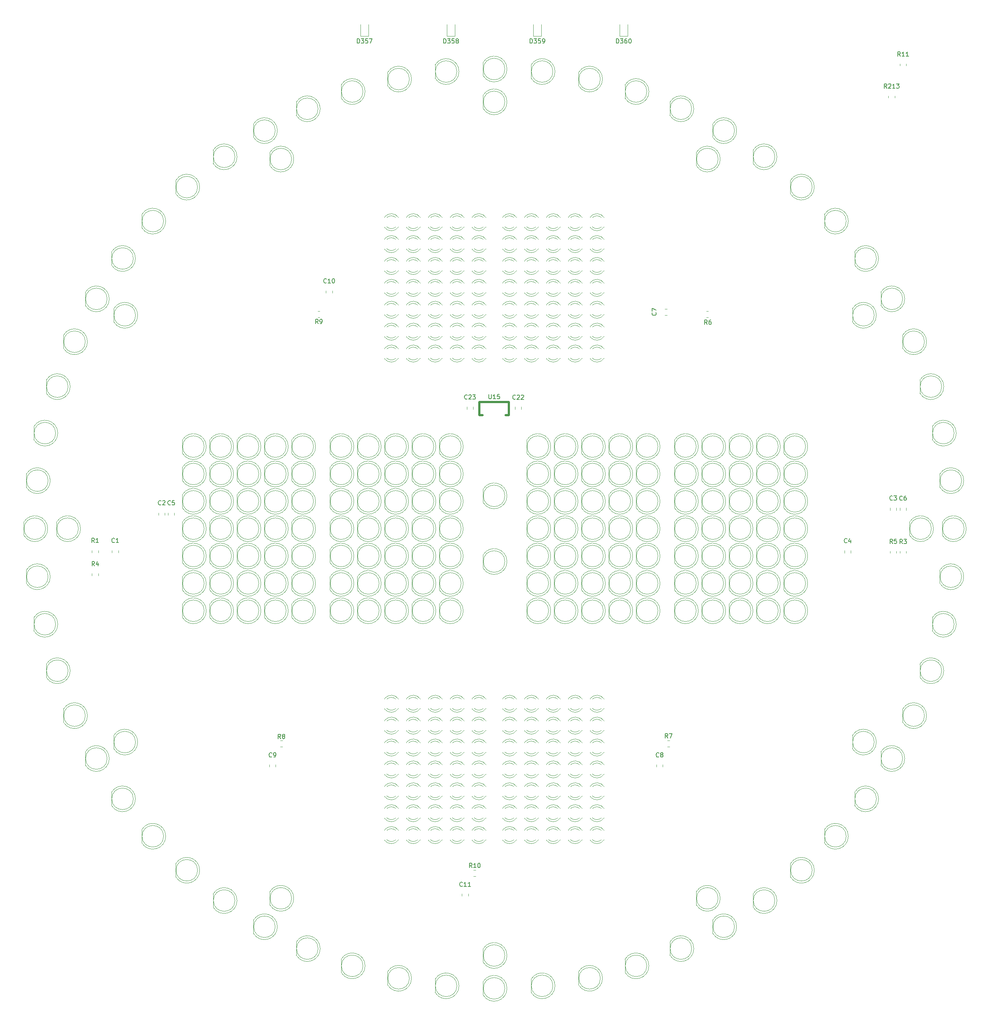
<source format=gbr>
%TF.GenerationSoftware,KiCad,Pcbnew,8.0.2-1*%
%TF.CreationDate,2024-06-04T17:42:53+02:00*%
%TF.ProjectId,broadcast_clock,62726f61-6463-4617-9374-5f636c6f636b,rev?*%
%TF.SameCoordinates,Original*%
%TF.FileFunction,Legend,Top*%
%TF.FilePolarity,Positive*%
%FSLAX46Y46*%
G04 Gerber Fmt 4.6, Leading zero omitted, Abs format (unit mm)*
G04 Created by KiCad (PCBNEW 8.0.2-1) date 2024-06-04 17:42:53*
%MOMM*%
%LPD*%
G01*
G04 APERTURE LIST*
%ADD10C,0.153000*%
%ADD11C,0.120000*%
%ADD12C,0.500000*%
G04 APERTURE END LIST*
D10*
X240244333Y-148892263D02*
X239911000Y-148416072D01*
X239672905Y-148892263D02*
X239672905Y-147892263D01*
X239672905Y-147892263D02*
X240053857Y-147892263D01*
X240053857Y-147892263D02*
X240149095Y-147939882D01*
X240149095Y-147939882D02*
X240196714Y-147987501D01*
X240196714Y-147987501D02*
X240244333Y-148082739D01*
X240244333Y-148082739D02*
X240244333Y-148225596D01*
X240244333Y-148225596D02*
X240196714Y-148320834D01*
X240196714Y-148320834D02*
X240149095Y-148368453D01*
X240149095Y-148368453D02*
X240053857Y-148416072D01*
X240053857Y-148416072D02*
X239672905Y-148416072D01*
X240577667Y-147892263D02*
X241196714Y-147892263D01*
X241196714Y-147892263D02*
X240863381Y-148273215D01*
X240863381Y-148273215D02*
X241006238Y-148273215D01*
X241006238Y-148273215D02*
X241101476Y-148320834D01*
X241101476Y-148320834D02*
X241149095Y-148368453D01*
X241149095Y-148368453D02*
X241196714Y-148463691D01*
X241196714Y-148463691D02*
X241196714Y-148701786D01*
X241196714Y-148701786D02*
X241149095Y-148797024D01*
X241149095Y-148797024D02*
X241101476Y-148844644D01*
X241101476Y-148844644D02*
X241006238Y-148892263D01*
X241006238Y-148892263D02*
X240720524Y-148892263D01*
X240720524Y-148892263D02*
X240625286Y-148844644D01*
X240625286Y-148844644D02*
X240577667Y-148797024D01*
X68032333Y-139805424D02*
X67984714Y-139853044D01*
X67984714Y-139853044D02*
X67841857Y-139900663D01*
X67841857Y-139900663D02*
X67746619Y-139900663D01*
X67746619Y-139900663D02*
X67603762Y-139853044D01*
X67603762Y-139853044D02*
X67508524Y-139757805D01*
X67508524Y-139757805D02*
X67460905Y-139662567D01*
X67460905Y-139662567D02*
X67413286Y-139472091D01*
X67413286Y-139472091D02*
X67413286Y-139329234D01*
X67413286Y-139329234D02*
X67460905Y-139138758D01*
X67460905Y-139138758D02*
X67508524Y-139043520D01*
X67508524Y-139043520D02*
X67603762Y-138948282D01*
X67603762Y-138948282D02*
X67746619Y-138900663D01*
X67746619Y-138900663D02*
X67841857Y-138900663D01*
X67841857Y-138900663D02*
X67984714Y-138948282D01*
X67984714Y-138948282D02*
X68032333Y-138995901D01*
X68413286Y-138995901D02*
X68460905Y-138948282D01*
X68460905Y-138948282D02*
X68556143Y-138900663D01*
X68556143Y-138900663D02*
X68794238Y-138900663D01*
X68794238Y-138900663D02*
X68889476Y-138948282D01*
X68889476Y-138948282D02*
X68937095Y-138995901D01*
X68937095Y-138995901D02*
X68984714Y-139091139D01*
X68984714Y-139091139D02*
X68984714Y-139186377D01*
X68984714Y-139186377D02*
X68937095Y-139329234D01*
X68937095Y-139329234D02*
X68365667Y-139900663D01*
X68365667Y-139900663D02*
X68984714Y-139900663D01*
X237958333Y-148841463D02*
X237625000Y-148365272D01*
X237386905Y-148841463D02*
X237386905Y-147841463D01*
X237386905Y-147841463D02*
X237767857Y-147841463D01*
X237767857Y-147841463D02*
X237863095Y-147889082D01*
X237863095Y-147889082D02*
X237910714Y-147936701D01*
X237910714Y-147936701D02*
X237958333Y-148031939D01*
X237958333Y-148031939D02*
X237958333Y-148174796D01*
X237958333Y-148174796D02*
X237910714Y-148270034D01*
X237910714Y-148270034D02*
X237863095Y-148317653D01*
X237863095Y-148317653D02*
X237767857Y-148365272D01*
X237767857Y-148365272D02*
X237386905Y-148365272D01*
X238863095Y-147841463D02*
X238386905Y-147841463D01*
X238386905Y-147841463D02*
X238339286Y-148317653D01*
X238339286Y-148317653D02*
X238386905Y-148270034D01*
X238386905Y-148270034D02*
X238482143Y-148222415D01*
X238482143Y-148222415D02*
X238720238Y-148222415D01*
X238720238Y-148222415D02*
X238815476Y-148270034D01*
X238815476Y-148270034D02*
X238863095Y-148317653D01*
X238863095Y-148317653D02*
X238910714Y-148412891D01*
X238910714Y-148412891D02*
X238910714Y-148650986D01*
X238910714Y-148650986D02*
X238863095Y-148746224D01*
X238863095Y-148746224D02*
X238815476Y-148793844D01*
X238815476Y-148793844D02*
X238720238Y-148841463D01*
X238720238Y-148841463D02*
X238482143Y-148841463D01*
X238482143Y-148841463D02*
X238386905Y-148793844D01*
X238386905Y-148793844D02*
X238339286Y-148746224D01*
X236624952Y-43177463D02*
X236291619Y-42701272D01*
X236053524Y-43177463D02*
X236053524Y-42177463D01*
X236053524Y-42177463D02*
X236434476Y-42177463D01*
X236434476Y-42177463D02*
X236529714Y-42225082D01*
X236529714Y-42225082D02*
X236577333Y-42272701D01*
X236577333Y-42272701D02*
X236624952Y-42367939D01*
X236624952Y-42367939D02*
X236624952Y-42510796D01*
X236624952Y-42510796D02*
X236577333Y-42606034D01*
X236577333Y-42606034D02*
X236529714Y-42653653D01*
X236529714Y-42653653D02*
X236434476Y-42701272D01*
X236434476Y-42701272D02*
X236053524Y-42701272D01*
X237005905Y-42272701D02*
X237053524Y-42225082D01*
X237053524Y-42225082D02*
X237148762Y-42177463D01*
X237148762Y-42177463D02*
X237386857Y-42177463D01*
X237386857Y-42177463D02*
X237482095Y-42225082D01*
X237482095Y-42225082D02*
X237529714Y-42272701D01*
X237529714Y-42272701D02*
X237577333Y-42367939D01*
X237577333Y-42367939D02*
X237577333Y-42463177D01*
X237577333Y-42463177D02*
X237529714Y-42606034D01*
X237529714Y-42606034D02*
X236958286Y-43177463D01*
X236958286Y-43177463D02*
X237577333Y-43177463D01*
X238529714Y-43177463D02*
X237958286Y-43177463D01*
X238244000Y-43177463D02*
X238244000Y-42177463D01*
X238244000Y-42177463D02*
X238148762Y-42320320D01*
X238148762Y-42320320D02*
X238053524Y-42415558D01*
X238053524Y-42415558D02*
X237958286Y-42463177D01*
X238863048Y-42177463D02*
X239482095Y-42177463D01*
X239482095Y-42177463D02*
X239148762Y-42558415D01*
X239148762Y-42558415D02*
X239291619Y-42558415D01*
X239291619Y-42558415D02*
X239386857Y-42606034D01*
X239386857Y-42606034D02*
X239434476Y-42653653D01*
X239434476Y-42653653D02*
X239482095Y-42748891D01*
X239482095Y-42748891D02*
X239482095Y-42986986D01*
X239482095Y-42986986D02*
X239434476Y-43082224D01*
X239434476Y-43082224D02*
X239386857Y-43129844D01*
X239386857Y-43129844D02*
X239291619Y-43177463D01*
X239291619Y-43177463D02*
X239005905Y-43177463D01*
X239005905Y-43177463D02*
X238910667Y-43129844D01*
X238910667Y-43129844D02*
X238863048Y-43082224D01*
X185761333Y-194002663D02*
X185428000Y-193526472D01*
X185189905Y-194002663D02*
X185189905Y-193002663D01*
X185189905Y-193002663D02*
X185570857Y-193002663D01*
X185570857Y-193002663D02*
X185666095Y-193050282D01*
X185666095Y-193050282D02*
X185713714Y-193097901D01*
X185713714Y-193097901D02*
X185761333Y-193193139D01*
X185761333Y-193193139D02*
X185761333Y-193335996D01*
X185761333Y-193335996D02*
X185713714Y-193431234D01*
X185713714Y-193431234D02*
X185666095Y-193478853D01*
X185666095Y-193478853D02*
X185570857Y-193526472D01*
X185570857Y-193526472D02*
X185189905Y-193526472D01*
X186094667Y-193002663D02*
X186761333Y-193002663D01*
X186761333Y-193002663D02*
X186332762Y-194002663D01*
X239768142Y-35760663D02*
X239434809Y-35284472D01*
X239196714Y-35760663D02*
X239196714Y-34760663D01*
X239196714Y-34760663D02*
X239577666Y-34760663D01*
X239577666Y-34760663D02*
X239672904Y-34808282D01*
X239672904Y-34808282D02*
X239720523Y-34855901D01*
X239720523Y-34855901D02*
X239768142Y-34951139D01*
X239768142Y-34951139D02*
X239768142Y-35093996D01*
X239768142Y-35093996D02*
X239720523Y-35189234D01*
X239720523Y-35189234D02*
X239672904Y-35236853D01*
X239672904Y-35236853D02*
X239577666Y-35284472D01*
X239577666Y-35284472D02*
X239196714Y-35284472D01*
X240720523Y-35760663D02*
X240149095Y-35760663D01*
X240434809Y-35760663D02*
X240434809Y-34760663D01*
X240434809Y-34760663D02*
X240339571Y-34903520D01*
X240339571Y-34903520D02*
X240244333Y-34998758D01*
X240244333Y-34998758D02*
X240149095Y-35046377D01*
X241672904Y-35760663D02*
X241101476Y-35760663D01*
X241387190Y-35760663D02*
X241387190Y-34760663D01*
X241387190Y-34760663D02*
X241291952Y-34903520D01*
X241291952Y-34903520D02*
X241196714Y-34998758D01*
X241196714Y-34998758D02*
X241101476Y-35046377D01*
X183678533Y-198327024D02*
X183630914Y-198374644D01*
X183630914Y-198374644D02*
X183488057Y-198422263D01*
X183488057Y-198422263D02*
X183392819Y-198422263D01*
X183392819Y-198422263D02*
X183249962Y-198374644D01*
X183249962Y-198374644D02*
X183154724Y-198279405D01*
X183154724Y-198279405D02*
X183107105Y-198184167D01*
X183107105Y-198184167D02*
X183059486Y-197993691D01*
X183059486Y-197993691D02*
X183059486Y-197850834D01*
X183059486Y-197850834D02*
X183107105Y-197660358D01*
X183107105Y-197660358D02*
X183154724Y-197565120D01*
X183154724Y-197565120D02*
X183249962Y-197469882D01*
X183249962Y-197469882D02*
X183392819Y-197422263D01*
X183392819Y-197422263D02*
X183488057Y-197422263D01*
X183488057Y-197422263D02*
X183630914Y-197469882D01*
X183630914Y-197469882D02*
X183678533Y-197517501D01*
X184249962Y-197850834D02*
X184154724Y-197803215D01*
X184154724Y-197803215D02*
X184107105Y-197755596D01*
X184107105Y-197755596D02*
X184059486Y-197660358D01*
X184059486Y-197660358D02*
X184059486Y-197612739D01*
X184059486Y-197612739D02*
X184107105Y-197517501D01*
X184107105Y-197517501D02*
X184154724Y-197469882D01*
X184154724Y-197469882D02*
X184249962Y-197422263D01*
X184249962Y-197422263D02*
X184440438Y-197422263D01*
X184440438Y-197422263D02*
X184535676Y-197469882D01*
X184535676Y-197469882D02*
X184583295Y-197517501D01*
X184583295Y-197517501D02*
X184630914Y-197612739D01*
X184630914Y-197612739D02*
X184630914Y-197660358D01*
X184630914Y-197660358D02*
X184583295Y-197755596D01*
X184583295Y-197755596D02*
X184535676Y-197803215D01*
X184535676Y-197803215D02*
X184440438Y-197850834D01*
X184440438Y-197850834D02*
X184249962Y-197850834D01*
X184249962Y-197850834D02*
X184154724Y-197898453D01*
X184154724Y-197898453D02*
X184107105Y-197946072D01*
X184107105Y-197946072D02*
X184059486Y-198041310D01*
X184059486Y-198041310D02*
X184059486Y-198231786D01*
X184059486Y-198231786D02*
X184107105Y-198327024D01*
X184107105Y-198327024D02*
X184154724Y-198374644D01*
X184154724Y-198374644D02*
X184249962Y-198422263D01*
X184249962Y-198422263D02*
X184440438Y-198422263D01*
X184440438Y-198422263D02*
X184535676Y-198374644D01*
X184535676Y-198374644D02*
X184583295Y-198327024D01*
X184583295Y-198327024D02*
X184630914Y-198231786D01*
X184630914Y-198231786D02*
X184630914Y-198041310D01*
X184630914Y-198041310D02*
X184583295Y-197946072D01*
X184583295Y-197946072D02*
X184535676Y-197898453D01*
X184535676Y-197898453D02*
X184440438Y-197850834D01*
X140276342Y-224076263D02*
X139943009Y-223600072D01*
X139704914Y-224076263D02*
X139704914Y-223076263D01*
X139704914Y-223076263D02*
X140085866Y-223076263D01*
X140085866Y-223076263D02*
X140181104Y-223123882D01*
X140181104Y-223123882D02*
X140228723Y-223171501D01*
X140228723Y-223171501D02*
X140276342Y-223266739D01*
X140276342Y-223266739D02*
X140276342Y-223409596D01*
X140276342Y-223409596D02*
X140228723Y-223504834D01*
X140228723Y-223504834D02*
X140181104Y-223552453D01*
X140181104Y-223552453D02*
X140085866Y-223600072D01*
X140085866Y-223600072D02*
X139704914Y-223600072D01*
X141228723Y-224076263D02*
X140657295Y-224076263D01*
X140943009Y-224076263D02*
X140943009Y-223076263D01*
X140943009Y-223076263D02*
X140847771Y-223219120D01*
X140847771Y-223219120D02*
X140752533Y-223314358D01*
X140752533Y-223314358D02*
X140657295Y-223361977D01*
X141847771Y-223076263D02*
X141943009Y-223076263D01*
X141943009Y-223076263D02*
X142038247Y-223123882D01*
X142038247Y-223123882D02*
X142085866Y-223171501D01*
X142085866Y-223171501D02*
X142133485Y-223266739D01*
X142133485Y-223266739D02*
X142181104Y-223457215D01*
X142181104Y-223457215D02*
X142181104Y-223695310D01*
X142181104Y-223695310D02*
X142133485Y-223885786D01*
X142133485Y-223885786D02*
X142085866Y-223981024D01*
X142085866Y-223981024D02*
X142038247Y-224028644D01*
X142038247Y-224028644D02*
X141943009Y-224076263D01*
X141943009Y-224076263D02*
X141847771Y-224076263D01*
X141847771Y-224076263D02*
X141752533Y-224028644D01*
X141752533Y-224028644D02*
X141704914Y-223981024D01*
X141704914Y-223981024D02*
X141657295Y-223885786D01*
X141657295Y-223885786D02*
X141609676Y-223695310D01*
X141609676Y-223695310D02*
X141609676Y-223457215D01*
X141609676Y-223457215D02*
X141657295Y-223266739D01*
X141657295Y-223266739D02*
X141704914Y-223171501D01*
X141704914Y-223171501D02*
X141752533Y-223123882D01*
X141752533Y-223123882D02*
X141847771Y-223076263D01*
X133691524Y-32727538D02*
X133691524Y-31727538D01*
X133691524Y-31727538D02*
X133929619Y-31727538D01*
X133929619Y-31727538D02*
X134072476Y-31775157D01*
X134072476Y-31775157D02*
X134167714Y-31870395D01*
X134167714Y-31870395D02*
X134215333Y-31965633D01*
X134215333Y-31965633D02*
X134262952Y-32156109D01*
X134262952Y-32156109D02*
X134262952Y-32298966D01*
X134262952Y-32298966D02*
X134215333Y-32489442D01*
X134215333Y-32489442D02*
X134167714Y-32584680D01*
X134167714Y-32584680D02*
X134072476Y-32679919D01*
X134072476Y-32679919D02*
X133929619Y-32727538D01*
X133929619Y-32727538D02*
X133691524Y-32727538D01*
X134596286Y-31727538D02*
X135215333Y-31727538D01*
X135215333Y-31727538D02*
X134882000Y-32108490D01*
X134882000Y-32108490D02*
X135024857Y-32108490D01*
X135024857Y-32108490D02*
X135120095Y-32156109D01*
X135120095Y-32156109D02*
X135167714Y-32203728D01*
X135167714Y-32203728D02*
X135215333Y-32298966D01*
X135215333Y-32298966D02*
X135215333Y-32537061D01*
X135215333Y-32537061D02*
X135167714Y-32632299D01*
X135167714Y-32632299D02*
X135120095Y-32679919D01*
X135120095Y-32679919D02*
X135024857Y-32727538D01*
X135024857Y-32727538D02*
X134739143Y-32727538D01*
X134739143Y-32727538D02*
X134643905Y-32679919D01*
X134643905Y-32679919D02*
X134596286Y-32632299D01*
X136120095Y-31727538D02*
X135643905Y-31727538D01*
X135643905Y-31727538D02*
X135596286Y-32203728D01*
X135596286Y-32203728D02*
X135643905Y-32156109D01*
X135643905Y-32156109D02*
X135739143Y-32108490D01*
X135739143Y-32108490D02*
X135977238Y-32108490D01*
X135977238Y-32108490D02*
X136072476Y-32156109D01*
X136072476Y-32156109D02*
X136120095Y-32203728D01*
X136120095Y-32203728D02*
X136167714Y-32298966D01*
X136167714Y-32298966D02*
X136167714Y-32537061D01*
X136167714Y-32537061D02*
X136120095Y-32632299D01*
X136120095Y-32632299D02*
X136072476Y-32679919D01*
X136072476Y-32679919D02*
X135977238Y-32727538D01*
X135977238Y-32727538D02*
X135739143Y-32727538D01*
X135739143Y-32727538D02*
X135643905Y-32679919D01*
X135643905Y-32679919D02*
X135596286Y-32632299D01*
X136739143Y-32156109D02*
X136643905Y-32108490D01*
X136643905Y-32108490D02*
X136596286Y-32060871D01*
X136596286Y-32060871D02*
X136548667Y-31965633D01*
X136548667Y-31965633D02*
X136548667Y-31918014D01*
X136548667Y-31918014D02*
X136596286Y-31822776D01*
X136596286Y-31822776D02*
X136643905Y-31775157D01*
X136643905Y-31775157D02*
X136739143Y-31727538D01*
X136739143Y-31727538D02*
X136929619Y-31727538D01*
X136929619Y-31727538D02*
X137024857Y-31775157D01*
X137024857Y-31775157D02*
X137072476Y-31822776D01*
X137072476Y-31822776D02*
X137120095Y-31918014D01*
X137120095Y-31918014D02*
X137120095Y-31965633D01*
X137120095Y-31965633D02*
X137072476Y-32060871D01*
X137072476Y-32060871D02*
X137024857Y-32108490D01*
X137024857Y-32108490D02*
X136929619Y-32156109D01*
X136929619Y-32156109D02*
X136739143Y-32156109D01*
X136739143Y-32156109D02*
X136643905Y-32203728D01*
X136643905Y-32203728D02*
X136596286Y-32251347D01*
X136596286Y-32251347D02*
X136548667Y-32346585D01*
X136548667Y-32346585D02*
X136548667Y-32537061D01*
X136548667Y-32537061D02*
X136596286Y-32632299D01*
X136596286Y-32632299D02*
X136643905Y-32679919D01*
X136643905Y-32679919D02*
X136739143Y-32727538D01*
X136739143Y-32727538D02*
X136929619Y-32727538D01*
X136929619Y-32727538D02*
X137024857Y-32679919D01*
X137024857Y-32679919D02*
X137072476Y-32632299D01*
X137072476Y-32632299D02*
X137120095Y-32537061D01*
X137120095Y-32537061D02*
X137120095Y-32346585D01*
X137120095Y-32346585D02*
X137072476Y-32251347D01*
X137072476Y-32251347D02*
X137024857Y-32203728D01*
X137024857Y-32203728D02*
X136929619Y-32156109D01*
X182985424Y-95289666D02*
X183033044Y-95337285D01*
X183033044Y-95337285D02*
X183080663Y-95480142D01*
X183080663Y-95480142D02*
X183080663Y-95575380D01*
X183080663Y-95575380D02*
X183033044Y-95718237D01*
X183033044Y-95718237D02*
X182937805Y-95813475D01*
X182937805Y-95813475D02*
X182842567Y-95861094D01*
X182842567Y-95861094D02*
X182652091Y-95908713D01*
X182652091Y-95908713D02*
X182509234Y-95908713D01*
X182509234Y-95908713D02*
X182318758Y-95861094D01*
X182318758Y-95861094D02*
X182223520Y-95813475D01*
X182223520Y-95813475D02*
X182128282Y-95718237D01*
X182128282Y-95718237D02*
X182080663Y-95575380D01*
X182080663Y-95575380D02*
X182080663Y-95480142D01*
X182080663Y-95480142D02*
X182128282Y-95337285D01*
X182128282Y-95337285D02*
X182175901Y-95289666D01*
X182080663Y-94956332D02*
X182080663Y-94289666D01*
X182080663Y-94289666D02*
X183080663Y-94718237D01*
X52563733Y-148638263D02*
X52230400Y-148162072D01*
X51992305Y-148638263D02*
X51992305Y-147638263D01*
X51992305Y-147638263D02*
X52373257Y-147638263D01*
X52373257Y-147638263D02*
X52468495Y-147685882D01*
X52468495Y-147685882D02*
X52516114Y-147733501D01*
X52516114Y-147733501D02*
X52563733Y-147828739D01*
X52563733Y-147828739D02*
X52563733Y-147971596D01*
X52563733Y-147971596D02*
X52516114Y-148066834D01*
X52516114Y-148066834D02*
X52468495Y-148114453D01*
X52468495Y-148114453D02*
X52373257Y-148162072D01*
X52373257Y-148162072D02*
X51992305Y-148162072D01*
X53516114Y-148638263D02*
X52944686Y-148638263D01*
X53230400Y-148638263D02*
X53230400Y-147638263D01*
X53230400Y-147638263D02*
X53135162Y-147781120D01*
X53135162Y-147781120D02*
X53039924Y-147876358D01*
X53039924Y-147876358D02*
X52944686Y-147923977D01*
X139158742Y-115269024D02*
X139111123Y-115316644D01*
X139111123Y-115316644D02*
X138968266Y-115364263D01*
X138968266Y-115364263D02*
X138873028Y-115364263D01*
X138873028Y-115364263D02*
X138730171Y-115316644D01*
X138730171Y-115316644D02*
X138634933Y-115221405D01*
X138634933Y-115221405D02*
X138587314Y-115126167D01*
X138587314Y-115126167D02*
X138539695Y-114935691D01*
X138539695Y-114935691D02*
X138539695Y-114792834D01*
X138539695Y-114792834D02*
X138587314Y-114602358D01*
X138587314Y-114602358D02*
X138634933Y-114507120D01*
X138634933Y-114507120D02*
X138730171Y-114411882D01*
X138730171Y-114411882D02*
X138873028Y-114364263D01*
X138873028Y-114364263D02*
X138968266Y-114364263D01*
X138968266Y-114364263D02*
X139111123Y-114411882D01*
X139111123Y-114411882D02*
X139158742Y-114459501D01*
X139539695Y-114459501D02*
X139587314Y-114411882D01*
X139587314Y-114411882D02*
X139682552Y-114364263D01*
X139682552Y-114364263D02*
X139920647Y-114364263D01*
X139920647Y-114364263D02*
X140015885Y-114411882D01*
X140015885Y-114411882D02*
X140063504Y-114459501D01*
X140063504Y-114459501D02*
X140111123Y-114554739D01*
X140111123Y-114554739D02*
X140111123Y-114649977D01*
X140111123Y-114649977D02*
X140063504Y-114792834D01*
X140063504Y-114792834D02*
X139492076Y-115364263D01*
X139492076Y-115364263D02*
X140111123Y-115364263D01*
X140444457Y-114364263D02*
X141063504Y-114364263D01*
X141063504Y-114364263D02*
X140730171Y-114745215D01*
X140730171Y-114745215D02*
X140873028Y-114745215D01*
X140873028Y-114745215D02*
X140968266Y-114792834D01*
X140968266Y-114792834D02*
X141015885Y-114840453D01*
X141015885Y-114840453D02*
X141063504Y-114935691D01*
X141063504Y-114935691D02*
X141063504Y-115173786D01*
X141063504Y-115173786D02*
X141015885Y-115269024D01*
X141015885Y-115269024D02*
X140968266Y-115316644D01*
X140968266Y-115316644D02*
X140873028Y-115364263D01*
X140873028Y-115364263D02*
X140587314Y-115364263D01*
X140587314Y-115364263D02*
X140492076Y-115316644D01*
X140492076Y-115316644D02*
X140444457Y-115269024D01*
X57237333Y-148543024D02*
X57189714Y-148590644D01*
X57189714Y-148590644D02*
X57046857Y-148638263D01*
X57046857Y-148638263D02*
X56951619Y-148638263D01*
X56951619Y-148638263D02*
X56808762Y-148590644D01*
X56808762Y-148590644D02*
X56713524Y-148495405D01*
X56713524Y-148495405D02*
X56665905Y-148400167D01*
X56665905Y-148400167D02*
X56618286Y-148209691D01*
X56618286Y-148209691D02*
X56618286Y-148066834D01*
X56618286Y-148066834D02*
X56665905Y-147876358D01*
X56665905Y-147876358D02*
X56713524Y-147781120D01*
X56713524Y-147781120D02*
X56808762Y-147685882D01*
X56808762Y-147685882D02*
X56951619Y-147638263D01*
X56951619Y-147638263D02*
X57046857Y-147638263D01*
X57046857Y-147638263D02*
X57189714Y-147685882D01*
X57189714Y-147685882D02*
X57237333Y-147733501D01*
X58189714Y-148638263D02*
X57618286Y-148638263D01*
X57904000Y-148638263D02*
X57904000Y-147638263D01*
X57904000Y-147638263D02*
X57808762Y-147781120D01*
X57808762Y-147781120D02*
X57713524Y-147876358D01*
X57713524Y-147876358D02*
X57618286Y-147923977D01*
X95845333Y-194129663D02*
X95512000Y-193653472D01*
X95273905Y-194129663D02*
X95273905Y-193129663D01*
X95273905Y-193129663D02*
X95654857Y-193129663D01*
X95654857Y-193129663D02*
X95750095Y-193177282D01*
X95750095Y-193177282D02*
X95797714Y-193224901D01*
X95797714Y-193224901D02*
X95845333Y-193320139D01*
X95845333Y-193320139D02*
X95845333Y-193462996D01*
X95845333Y-193462996D02*
X95797714Y-193558234D01*
X95797714Y-193558234D02*
X95750095Y-193605853D01*
X95750095Y-193605853D02*
X95654857Y-193653472D01*
X95654857Y-193653472D02*
X95273905Y-193653472D01*
X96416762Y-193558234D02*
X96321524Y-193510615D01*
X96321524Y-193510615D02*
X96273905Y-193462996D01*
X96273905Y-193462996D02*
X96226286Y-193367758D01*
X96226286Y-193367758D02*
X96226286Y-193320139D01*
X96226286Y-193320139D02*
X96273905Y-193224901D01*
X96273905Y-193224901D02*
X96321524Y-193177282D01*
X96321524Y-193177282D02*
X96416762Y-193129663D01*
X96416762Y-193129663D02*
X96607238Y-193129663D01*
X96607238Y-193129663D02*
X96702476Y-193177282D01*
X96702476Y-193177282D02*
X96750095Y-193224901D01*
X96750095Y-193224901D02*
X96797714Y-193320139D01*
X96797714Y-193320139D02*
X96797714Y-193367758D01*
X96797714Y-193367758D02*
X96750095Y-193462996D01*
X96750095Y-193462996D02*
X96702476Y-193510615D01*
X96702476Y-193510615D02*
X96607238Y-193558234D01*
X96607238Y-193558234D02*
X96416762Y-193558234D01*
X96416762Y-193558234D02*
X96321524Y-193605853D01*
X96321524Y-193605853D02*
X96273905Y-193653472D01*
X96273905Y-193653472D02*
X96226286Y-193748710D01*
X96226286Y-193748710D02*
X96226286Y-193939186D01*
X96226286Y-193939186D02*
X96273905Y-194034424D01*
X96273905Y-194034424D02*
X96321524Y-194082044D01*
X96321524Y-194082044D02*
X96416762Y-194129663D01*
X96416762Y-194129663D02*
X96607238Y-194129663D01*
X96607238Y-194129663D02*
X96702476Y-194082044D01*
X96702476Y-194082044D02*
X96750095Y-194034424D01*
X96750095Y-194034424D02*
X96797714Y-193939186D01*
X96797714Y-193939186D02*
X96797714Y-193748710D01*
X96797714Y-193748710D02*
X96750095Y-193653472D01*
X96750095Y-193653472D02*
X96702476Y-193605853D01*
X96702476Y-193605853D02*
X96607238Y-193558234D01*
X106443542Y-88294224D02*
X106395923Y-88341844D01*
X106395923Y-88341844D02*
X106253066Y-88389463D01*
X106253066Y-88389463D02*
X106157828Y-88389463D01*
X106157828Y-88389463D02*
X106014971Y-88341844D01*
X106014971Y-88341844D02*
X105919733Y-88246605D01*
X105919733Y-88246605D02*
X105872114Y-88151367D01*
X105872114Y-88151367D02*
X105824495Y-87960891D01*
X105824495Y-87960891D02*
X105824495Y-87818034D01*
X105824495Y-87818034D02*
X105872114Y-87627558D01*
X105872114Y-87627558D02*
X105919733Y-87532320D01*
X105919733Y-87532320D02*
X106014971Y-87437082D01*
X106014971Y-87437082D02*
X106157828Y-87389463D01*
X106157828Y-87389463D02*
X106253066Y-87389463D01*
X106253066Y-87389463D02*
X106395923Y-87437082D01*
X106395923Y-87437082D02*
X106443542Y-87484701D01*
X107395923Y-88389463D02*
X106824495Y-88389463D01*
X107110209Y-88389463D02*
X107110209Y-87389463D01*
X107110209Y-87389463D02*
X107014971Y-87532320D01*
X107014971Y-87532320D02*
X106919733Y-87627558D01*
X106919733Y-87627558D02*
X106824495Y-87675177D01*
X108014971Y-87389463D02*
X108110209Y-87389463D01*
X108110209Y-87389463D02*
X108205447Y-87437082D01*
X108205447Y-87437082D02*
X108253066Y-87484701D01*
X108253066Y-87484701D02*
X108300685Y-87579939D01*
X108300685Y-87579939D02*
X108348304Y-87770415D01*
X108348304Y-87770415D02*
X108348304Y-88008510D01*
X108348304Y-88008510D02*
X108300685Y-88198986D01*
X108300685Y-88198986D02*
X108253066Y-88294224D01*
X108253066Y-88294224D02*
X108205447Y-88341844D01*
X108205447Y-88341844D02*
X108110209Y-88389463D01*
X108110209Y-88389463D02*
X108014971Y-88389463D01*
X108014971Y-88389463D02*
X107919733Y-88341844D01*
X107919733Y-88341844D02*
X107872114Y-88294224D01*
X107872114Y-88294224D02*
X107824495Y-88198986D01*
X107824495Y-88198986D02*
X107776876Y-88008510D01*
X107776876Y-88008510D02*
X107776876Y-87770415D01*
X107776876Y-87770415D02*
X107824495Y-87579939D01*
X107824495Y-87579939D02*
X107872114Y-87484701D01*
X107872114Y-87484701D02*
X107919733Y-87437082D01*
X107919733Y-87437082D02*
X108014971Y-87389463D01*
X52589133Y-154048463D02*
X52255800Y-153572272D01*
X52017705Y-154048463D02*
X52017705Y-153048463D01*
X52017705Y-153048463D02*
X52398657Y-153048463D01*
X52398657Y-153048463D02*
X52493895Y-153096082D01*
X52493895Y-153096082D02*
X52541514Y-153143701D01*
X52541514Y-153143701D02*
X52589133Y-153238939D01*
X52589133Y-153238939D02*
X52589133Y-153381796D01*
X52589133Y-153381796D02*
X52541514Y-153477034D01*
X52541514Y-153477034D02*
X52493895Y-153524653D01*
X52493895Y-153524653D02*
X52398657Y-153572272D01*
X52398657Y-153572272D02*
X52017705Y-153572272D01*
X53446276Y-153381796D02*
X53446276Y-154048463D01*
X53208181Y-153000844D02*
X52970086Y-153715129D01*
X52970086Y-153715129D02*
X53589133Y-153715129D01*
X240218933Y-138738624D02*
X240171314Y-138786244D01*
X240171314Y-138786244D02*
X240028457Y-138833863D01*
X240028457Y-138833863D02*
X239933219Y-138833863D01*
X239933219Y-138833863D02*
X239790362Y-138786244D01*
X239790362Y-138786244D02*
X239695124Y-138691005D01*
X239695124Y-138691005D02*
X239647505Y-138595767D01*
X239647505Y-138595767D02*
X239599886Y-138405291D01*
X239599886Y-138405291D02*
X239599886Y-138262434D01*
X239599886Y-138262434D02*
X239647505Y-138071958D01*
X239647505Y-138071958D02*
X239695124Y-137976720D01*
X239695124Y-137976720D02*
X239790362Y-137881482D01*
X239790362Y-137881482D02*
X239933219Y-137833863D01*
X239933219Y-137833863D02*
X240028457Y-137833863D01*
X240028457Y-137833863D02*
X240171314Y-137881482D01*
X240171314Y-137881482D02*
X240218933Y-137929101D01*
X241076076Y-137833863D02*
X240885600Y-137833863D01*
X240885600Y-137833863D02*
X240790362Y-137881482D01*
X240790362Y-137881482D02*
X240742743Y-137929101D01*
X240742743Y-137929101D02*
X240647505Y-138071958D01*
X240647505Y-138071958D02*
X240599886Y-138262434D01*
X240599886Y-138262434D02*
X240599886Y-138643386D01*
X240599886Y-138643386D02*
X240647505Y-138738624D01*
X240647505Y-138738624D02*
X240695124Y-138786244D01*
X240695124Y-138786244D02*
X240790362Y-138833863D01*
X240790362Y-138833863D02*
X240980838Y-138833863D01*
X240980838Y-138833863D02*
X241076076Y-138786244D01*
X241076076Y-138786244D02*
X241123695Y-138738624D01*
X241123695Y-138738624D02*
X241171314Y-138643386D01*
X241171314Y-138643386D02*
X241171314Y-138405291D01*
X241171314Y-138405291D02*
X241123695Y-138310053D01*
X241123695Y-138310053D02*
X241076076Y-138262434D01*
X241076076Y-138262434D02*
X240980838Y-138214815D01*
X240980838Y-138214815D02*
X240790362Y-138214815D01*
X240790362Y-138214815D02*
X240695124Y-138262434D01*
X240695124Y-138262434D02*
X240647505Y-138310053D01*
X240647505Y-138310053D02*
X240599886Y-138405291D01*
X138041142Y-228349824D02*
X137993523Y-228397444D01*
X137993523Y-228397444D02*
X137850666Y-228445063D01*
X137850666Y-228445063D02*
X137755428Y-228445063D01*
X137755428Y-228445063D02*
X137612571Y-228397444D01*
X137612571Y-228397444D02*
X137517333Y-228302205D01*
X137517333Y-228302205D02*
X137469714Y-228206967D01*
X137469714Y-228206967D02*
X137422095Y-228016491D01*
X137422095Y-228016491D02*
X137422095Y-227873634D01*
X137422095Y-227873634D02*
X137469714Y-227683158D01*
X137469714Y-227683158D02*
X137517333Y-227587920D01*
X137517333Y-227587920D02*
X137612571Y-227492682D01*
X137612571Y-227492682D02*
X137755428Y-227445063D01*
X137755428Y-227445063D02*
X137850666Y-227445063D01*
X137850666Y-227445063D02*
X137993523Y-227492682D01*
X137993523Y-227492682D02*
X138041142Y-227540301D01*
X138993523Y-228445063D02*
X138422095Y-228445063D01*
X138707809Y-228445063D02*
X138707809Y-227445063D01*
X138707809Y-227445063D02*
X138612571Y-227587920D01*
X138612571Y-227587920D02*
X138517333Y-227683158D01*
X138517333Y-227683158D02*
X138422095Y-227730777D01*
X139945904Y-228445063D02*
X139374476Y-228445063D01*
X139660190Y-228445063D02*
X139660190Y-227445063D01*
X139660190Y-227445063D02*
X139564952Y-227587920D01*
X139564952Y-227587920D02*
X139469714Y-227683158D01*
X139469714Y-227683158D02*
X139374476Y-227730777D01*
X113625524Y-32727538D02*
X113625524Y-31727538D01*
X113625524Y-31727538D02*
X113863619Y-31727538D01*
X113863619Y-31727538D02*
X114006476Y-31775157D01*
X114006476Y-31775157D02*
X114101714Y-31870395D01*
X114101714Y-31870395D02*
X114149333Y-31965633D01*
X114149333Y-31965633D02*
X114196952Y-32156109D01*
X114196952Y-32156109D02*
X114196952Y-32298966D01*
X114196952Y-32298966D02*
X114149333Y-32489442D01*
X114149333Y-32489442D02*
X114101714Y-32584680D01*
X114101714Y-32584680D02*
X114006476Y-32679919D01*
X114006476Y-32679919D02*
X113863619Y-32727538D01*
X113863619Y-32727538D02*
X113625524Y-32727538D01*
X114530286Y-31727538D02*
X115149333Y-31727538D01*
X115149333Y-31727538D02*
X114816000Y-32108490D01*
X114816000Y-32108490D02*
X114958857Y-32108490D01*
X114958857Y-32108490D02*
X115054095Y-32156109D01*
X115054095Y-32156109D02*
X115101714Y-32203728D01*
X115101714Y-32203728D02*
X115149333Y-32298966D01*
X115149333Y-32298966D02*
X115149333Y-32537061D01*
X115149333Y-32537061D02*
X115101714Y-32632299D01*
X115101714Y-32632299D02*
X115054095Y-32679919D01*
X115054095Y-32679919D02*
X114958857Y-32727538D01*
X114958857Y-32727538D02*
X114673143Y-32727538D01*
X114673143Y-32727538D02*
X114577905Y-32679919D01*
X114577905Y-32679919D02*
X114530286Y-32632299D01*
X116054095Y-31727538D02*
X115577905Y-31727538D01*
X115577905Y-31727538D02*
X115530286Y-32203728D01*
X115530286Y-32203728D02*
X115577905Y-32156109D01*
X115577905Y-32156109D02*
X115673143Y-32108490D01*
X115673143Y-32108490D02*
X115911238Y-32108490D01*
X115911238Y-32108490D02*
X116006476Y-32156109D01*
X116006476Y-32156109D02*
X116054095Y-32203728D01*
X116054095Y-32203728D02*
X116101714Y-32298966D01*
X116101714Y-32298966D02*
X116101714Y-32537061D01*
X116101714Y-32537061D02*
X116054095Y-32632299D01*
X116054095Y-32632299D02*
X116006476Y-32679919D01*
X116006476Y-32679919D02*
X115911238Y-32727538D01*
X115911238Y-32727538D02*
X115673143Y-32727538D01*
X115673143Y-32727538D02*
X115577905Y-32679919D01*
X115577905Y-32679919D02*
X115530286Y-32632299D01*
X116435048Y-31727538D02*
X117101714Y-31727538D01*
X117101714Y-31727538D02*
X116673143Y-32727538D01*
X227366533Y-148593824D02*
X227318914Y-148641444D01*
X227318914Y-148641444D02*
X227176057Y-148689063D01*
X227176057Y-148689063D02*
X227080819Y-148689063D01*
X227080819Y-148689063D02*
X226937962Y-148641444D01*
X226937962Y-148641444D02*
X226842724Y-148546205D01*
X226842724Y-148546205D02*
X226795105Y-148450967D01*
X226795105Y-148450967D02*
X226747486Y-148260491D01*
X226747486Y-148260491D02*
X226747486Y-148117634D01*
X226747486Y-148117634D02*
X226795105Y-147927158D01*
X226795105Y-147927158D02*
X226842724Y-147831920D01*
X226842724Y-147831920D02*
X226937962Y-147736682D01*
X226937962Y-147736682D02*
X227080819Y-147689063D01*
X227080819Y-147689063D02*
X227176057Y-147689063D01*
X227176057Y-147689063D02*
X227318914Y-147736682D01*
X227318914Y-147736682D02*
X227366533Y-147784301D01*
X228223676Y-148022396D02*
X228223676Y-148689063D01*
X227985581Y-147641444D02*
X227747486Y-148355729D01*
X227747486Y-148355729D02*
X228366533Y-148355729D01*
X153757524Y-32727538D02*
X153757524Y-31727538D01*
X153757524Y-31727538D02*
X153995619Y-31727538D01*
X153995619Y-31727538D02*
X154138476Y-31775157D01*
X154138476Y-31775157D02*
X154233714Y-31870395D01*
X154233714Y-31870395D02*
X154281333Y-31965633D01*
X154281333Y-31965633D02*
X154328952Y-32156109D01*
X154328952Y-32156109D02*
X154328952Y-32298966D01*
X154328952Y-32298966D02*
X154281333Y-32489442D01*
X154281333Y-32489442D02*
X154233714Y-32584680D01*
X154233714Y-32584680D02*
X154138476Y-32679919D01*
X154138476Y-32679919D02*
X153995619Y-32727538D01*
X153995619Y-32727538D02*
X153757524Y-32727538D01*
X154662286Y-31727538D02*
X155281333Y-31727538D01*
X155281333Y-31727538D02*
X154948000Y-32108490D01*
X154948000Y-32108490D02*
X155090857Y-32108490D01*
X155090857Y-32108490D02*
X155186095Y-32156109D01*
X155186095Y-32156109D02*
X155233714Y-32203728D01*
X155233714Y-32203728D02*
X155281333Y-32298966D01*
X155281333Y-32298966D02*
X155281333Y-32537061D01*
X155281333Y-32537061D02*
X155233714Y-32632299D01*
X155233714Y-32632299D02*
X155186095Y-32679919D01*
X155186095Y-32679919D02*
X155090857Y-32727538D01*
X155090857Y-32727538D02*
X154805143Y-32727538D01*
X154805143Y-32727538D02*
X154709905Y-32679919D01*
X154709905Y-32679919D02*
X154662286Y-32632299D01*
X156186095Y-31727538D02*
X155709905Y-31727538D01*
X155709905Y-31727538D02*
X155662286Y-32203728D01*
X155662286Y-32203728D02*
X155709905Y-32156109D01*
X155709905Y-32156109D02*
X155805143Y-32108490D01*
X155805143Y-32108490D02*
X156043238Y-32108490D01*
X156043238Y-32108490D02*
X156138476Y-32156109D01*
X156138476Y-32156109D02*
X156186095Y-32203728D01*
X156186095Y-32203728D02*
X156233714Y-32298966D01*
X156233714Y-32298966D02*
X156233714Y-32537061D01*
X156233714Y-32537061D02*
X156186095Y-32632299D01*
X156186095Y-32632299D02*
X156138476Y-32679919D01*
X156138476Y-32679919D02*
X156043238Y-32727538D01*
X156043238Y-32727538D02*
X155805143Y-32727538D01*
X155805143Y-32727538D02*
X155709905Y-32679919D01*
X155709905Y-32679919D02*
X155662286Y-32632299D01*
X156709905Y-32727538D02*
X156900381Y-32727538D01*
X156900381Y-32727538D02*
X156995619Y-32679919D01*
X156995619Y-32679919D02*
X157043238Y-32632299D01*
X157043238Y-32632299D02*
X157138476Y-32489442D01*
X157138476Y-32489442D02*
X157186095Y-32298966D01*
X157186095Y-32298966D02*
X157186095Y-31918014D01*
X157186095Y-31918014D02*
X157138476Y-31822776D01*
X157138476Y-31822776D02*
X157090857Y-31775157D01*
X157090857Y-31775157D02*
X156995619Y-31727538D01*
X156995619Y-31727538D02*
X156805143Y-31727538D01*
X156805143Y-31727538D02*
X156709905Y-31775157D01*
X156709905Y-31775157D02*
X156662286Y-31822776D01*
X156662286Y-31822776D02*
X156614667Y-31918014D01*
X156614667Y-31918014D02*
X156614667Y-32156109D01*
X156614667Y-32156109D02*
X156662286Y-32251347D01*
X156662286Y-32251347D02*
X156709905Y-32298966D01*
X156709905Y-32298966D02*
X156805143Y-32346585D01*
X156805143Y-32346585D02*
X156995619Y-32346585D01*
X156995619Y-32346585D02*
X157090857Y-32298966D01*
X157090857Y-32298966D02*
X157138476Y-32251347D01*
X157138476Y-32251347D02*
X157186095Y-32156109D01*
X104532133Y-97838263D02*
X104198800Y-97362072D01*
X103960705Y-97838263D02*
X103960705Y-96838263D01*
X103960705Y-96838263D02*
X104341657Y-96838263D01*
X104341657Y-96838263D02*
X104436895Y-96885882D01*
X104436895Y-96885882D02*
X104484514Y-96933501D01*
X104484514Y-96933501D02*
X104532133Y-97028739D01*
X104532133Y-97028739D02*
X104532133Y-97171596D01*
X104532133Y-97171596D02*
X104484514Y-97266834D01*
X104484514Y-97266834D02*
X104436895Y-97314453D01*
X104436895Y-97314453D02*
X104341657Y-97362072D01*
X104341657Y-97362072D02*
X103960705Y-97362072D01*
X105008324Y-97838263D02*
X105198800Y-97838263D01*
X105198800Y-97838263D02*
X105294038Y-97790644D01*
X105294038Y-97790644D02*
X105341657Y-97743024D01*
X105341657Y-97743024D02*
X105436895Y-97600167D01*
X105436895Y-97600167D02*
X105484514Y-97409691D01*
X105484514Y-97409691D02*
X105484514Y-97028739D01*
X105484514Y-97028739D02*
X105436895Y-96933501D01*
X105436895Y-96933501D02*
X105389276Y-96885882D01*
X105389276Y-96885882D02*
X105294038Y-96838263D01*
X105294038Y-96838263D02*
X105103562Y-96838263D01*
X105103562Y-96838263D02*
X105008324Y-96885882D01*
X105008324Y-96885882D02*
X104960705Y-96933501D01*
X104960705Y-96933501D02*
X104913086Y-97028739D01*
X104913086Y-97028739D02*
X104913086Y-97266834D01*
X104913086Y-97266834D02*
X104960705Y-97362072D01*
X104960705Y-97362072D02*
X105008324Y-97409691D01*
X105008324Y-97409691D02*
X105103562Y-97457310D01*
X105103562Y-97457310D02*
X105294038Y-97457310D01*
X105294038Y-97457310D02*
X105389276Y-97409691D01*
X105389276Y-97409691D02*
X105436895Y-97362072D01*
X105436895Y-97362072D02*
X105484514Y-97266834D01*
X150360142Y-115294424D02*
X150312523Y-115342044D01*
X150312523Y-115342044D02*
X150169666Y-115389663D01*
X150169666Y-115389663D02*
X150074428Y-115389663D01*
X150074428Y-115389663D02*
X149931571Y-115342044D01*
X149931571Y-115342044D02*
X149836333Y-115246805D01*
X149836333Y-115246805D02*
X149788714Y-115151567D01*
X149788714Y-115151567D02*
X149741095Y-114961091D01*
X149741095Y-114961091D02*
X149741095Y-114818234D01*
X149741095Y-114818234D02*
X149788714Y-114627758D01*
X149788714Y-114627758D02*
X149836333Y-114532520D01*
X149836333Y-114532520D02*
X149931571Y-114437282D01*
X149931571Y-114437282D02*
X150074428Y-114389663D01*
X150074428Y-114389663D02*
X150169666Y-114389663D01*
X150169666Y-114389663D02*
X150312523Y-114437282D01*
X150312523Y-114437282D02*
X150360142Y-114484901D01*
X150741095Y-114484901D02*
X150788714Y-114437282D01*
X150788714Y-114437282D02*
X150883952Y-114389663D01*
X150883952Y-114389663D02*
X151122047Y-114389663D01*
X151122047Y-114389663D02*
X151217285Y-114437282D01*
X151217285Y-114437282D02*
X151264904Y-114484901D01*
X151264904Y-114484901D02*
X151312523Y-114580139D01*
X151312523Y-114580139D02*
X151312523Y-114675377D01*
X151312523Y-114675377D02*
X151264904Y-114818234D01*
X151264904Y-114818234D02*
X150693476Y-115389663D01*
X150693476Y-115389663D02*
X151312523Y-115389663D01*
X151693476Y-114484901D02*
X151741095Y-114437282D01*
X151741095Y-114437282D02*
X151836333Y-114389663D01*
X151836333Y-114389663D02*
X152074428Y-114389663D01*
X152074428Y-114389663D02*
X152169666Y-114437282D01*
X152169666Y-114437282D02*
X152217285Y-114484901D01*
X152217285Y-114484901D02*
X152264904Y-114580139D01*
X152264904Y-114580139D02*
X152264904Y-114675377D01*
X152264904Y-114675377D02*
X152217285Y-114818234D01*
X152217285Y-114818234D02*
X151645857Y-115389663D01*
X151645857Y-115389663D02*
X152264904Y-115389663D01*
X237932933Y-138713224D02*
X237885314Y-138760844D01*
X237885314Y-138760844D02*
X237742457Y-138808463D01*
X237742457Y-138808463D02*
X237647219Y-138808463D01*
X237647219Y-138808463D02*
X237504362Y-138760844D01*
X237504362Y-138760844D02*
X237409124Y-138665605D01*
X237409124Y-138665605D02*
X237361505Y-138570367D01*
X237361505Y-138570367D02*
X237313886Y-138379891D01*
X237313886Y-138379891D02*
X237313886Y-138237034D01*
X237313886Y-138237034D02*
X237361505Y-138046558D01*
X237361505Y-138046558D02*
X237409124Y-137951320D01*
X237409124Y-137951320D02*
X237504362Y-137856082D01*
X237504362Y-137856082D02*
X237647219Y-137808463D01*
X237647219Y-137808463D02*
X237742457Y-137808463D01*
X237742457Y-137808463D02*
X237885314Y-137856082D01*
X237885314Y-137856082D02*
X237932933Y-137903701D01*
X238266267Y-137808463D02*
X238885314Y-137808463D01*
X238885314Y-137808463D02*
X238551981Y-138189415D01*
X238551981Y-138189415D02*
X238694838Y-138189415D01*
X238694838Y-138189415D02*
X238790076Y-138237034D01*
X238790076Y-138237034D02*
X238837695Y-138284653D01*
X238837695Y-138284653D02*
X238885314Y-138379891D01*
X238885314Y-138379891D02*
X238885314Y-138617986D01*
X238885314Y-138617986D02*
X238837695Y-138713224D01*
X238837695Y-138713224D02*
X238790076Y-138760844D01*
X238790076Y-138760844D02*
X238694838Y-138808463D01*
X238694838Y-138808463D02*
X238409124Y-138808463D01*
X238409124Y-138808463D02*
X238313886Y-138760844D01*
X238313886Y-138760844D02*
X238266267Y-138713224D01*
X194905333Y-97990663D02*
X194572000Y-97514472D01*
X194333905Y-97990663D02*
X194333905Y-96990663D01*
X194333905Y-96990663D02*
X194714857Y-96990663D01*
X194714857Y-96990663D02*
X194810095Y-97038282D01*
X194810095Y-97038282D02*
X194857714Y-97085901D01*
X194857714Y-97085901D02*
X194905333Y-97181139D01*
X194905333Y-97181139D02*
X194905333Y-97323996D01*
X194905333Y-97323996D02*
X194857714Y-97419234D01*
X194857714Y-97419234D02*
X194810095Y-97466853D01*
X194810095Y-97466853D02*
X194714857Y-97514472D01*
X194714857Y-97514472D02*
X194333905Y-97514472D01*
X195762476Y-96990663D02*
X195572000Y-96990663D01*
X195572000Y-96990663D02*
X195476762Y-97038282D01*
X195476762Y-97038282D02*
X195429143Y-97085901D01*
X195429143Y-97085901D02*
X195333905Y-97228758D01*
X195333905Y-97228758D02*
X195286286Y-97419234D01*
X195286286Y-97419234D02*
X195286286Y-97800186D01*
X195286286Y-97800186D02*
X195333905Y-97895424D01*
X195333905Y-97895424D02*
X195381524Y-97943044D01*
X195381524Y-97943044D02*
X195476762Y-97990663D01*
X195476762Y-97990663D02*
X195667238Y-97990663D01*
X195667238Y-97990663D02*
X195762476Y-97943044D01*
X195762476Y-97943044D02*
X195810095Y-97895424D01*
X195810095Y-97895424D02*
X195857714Y-97800186D01*
X195857714Y-97800186D02*
X195857714Y-97562091D01*
X195857714Y-97562091D02*
X195810095Y-97466853D01*
X195810095Y-97466853D02*
X195762476Y-97419234D01*
X195762476Y-97419234D02*
X195667238Y-97371615D01*
X195667238Y-97371615D02*
X195476762Y-97371615D01*
X195476762Y-97371615D02*
X195381524Y-97419234D01*
X195381524Y-97419234D02*
X195333905Y-97466853D01*
X195333905Y-97466853D02*
X195286286Y-97562091D01*
X93762533Y-198327024D02*
X93714914Y-198374644D01*
X93714914Y-198374644D02*
X93572057Y-198422263D01*
X93572057Y-198422263D02*
X93476819Y-198422263D01*
X93476819Y-198422263D02*
X93333962Y-198374644D01*
X93333962Y-198374644D02*
X93238724Y-198279405D01*
X93238724Y-198279405D02*
X93191105Y-198184167D01*
X93191105Y-198184167D02*
X93143486Y-197993691D01*
X93143486Y-197993691D02*
X93143486Y-197850834D01*
X93143486Y-197850834D02*
X93191105Y-197660358D01*
X93191105Y-197660358D02*
X93238724Y-197565120D01*
X93238724Y-197565120D02*
X93333962Y-197469882D01*
X93333962Y-197469882D02*
X93476819Y-197422263D01*
X93476819Y-197422263D02*
X93572057Y-197422263D01*
X93572057Y-197422263D02*
X93714914Y-197469882D01*
X93714914Y-197469882D02*
X93762533Y-197517501D01*
X94238724Y-198422263D02*
X94429200Y-198422263D01*
X94429200Y-198422263D02*
X94524438Y-198374644D01*
X94524438Y-198374644D02*
X94572057Y-198327024D01*
X94572057Y-198327024D02*
X94667295Y-198184167D01*
X94667295Y-198184167D02*
X94714914Y-197993691D01*
X94714914Y-197993691D02*
X94714914Y-197612739D01*
X94714914Y-197612739D02*
X94667295Y-197517501D01*
X94667295Y-197517501D02*
X94619676Y-197469882D01*
X94619676Y-197469882D02*
X94524438Y-197422263D01*
X94524438Y-197422263D02*
X94333962Y-197422263D01*
X94333962Y-197422263D02*
X94238724Y-197469882D01*
X94238724Y-197469882D02*
X94191105Y-197517501D01*
X94191105Y-197517501D02*
X94143486Y-197612739D01*
X94143486Y-197612739D02*
X94143486Y-197850834D01*
X94143486Y-197850834D02*
X94191105Y-197946072D01*
X94191105Y-197946072D02*
X94238724Y-197993691D01*
X94238724Y-197993691D02*
X94333962Y-198041310D01*
X94333962Y-198041310D02*
X94524438Y-198041310D01*
X94524438Y-198041310D02*
X94619676Y-197993691D01*
X94619676Y-197993691D02*
X94667295Y-197946072D01*
X94667295Y-197946072D02*
X94714914Y-197850834D01*
X173823524Y-32727538D02*
X173823524Y-31727538D01*
X173823524Y-31727538D02*
X174061619Y-31727538D01*
X174061619Y-31727538D02*
X174204476Y-31775157D01*
X174204476Y-31775157D02*
X174299714Y-31870395D01*
X174299714Y-31870395D02*
X174347333Y-31965633D01*
X174347333Y-31965633D02*
X174394952Y-32156109D01*
X174394952Y-32156109D02*
X174394952Y-32298966D01*
X174394952Y-32298966D02*
X174347333Y-32489442D01*
X174347333Y-32489442D02*
X174299714Y-32584680D01*
X174299714Y-32584680D02*
X174204476Y-32679919D01*
X174204476Y-32679919D02*
X174061619Y-32727538D01*
X174061619Y-32727538D02*
X173823524Y-32727538D01*
X174728286Y-31727538D02*
X175347333Y-31727538D01*
X175347333Y-31727538D02*
X175014000Y-32108490D01*
X175014000Y-32108490D02*
X175156857Y-32108490D01*
X175156857Y-32108490D02*
X175252095Y-32156109D01*
X175252095Y-32156109D02*
X175299714Y-32203728D01*
X175299714Y-32203728D02*
X175347333Y-32298966D01*
X175347333Y-32298966D02*
X175347333Y-32537061D01*
X175347333Y-32537061D02*
X175299714Y-32632299D01*
X175299714Y-32632299D02*
X175252095Y-32679919D01*
X175252095Y-32679919D02*
X175156857Y-32727538D01*
X175156857Y-32727538D02*
X174871143Y-32727538D01*
X174871143Y-32727538D02*
X174775905Y-32679919D01*
X174775905Y-32679919D02*
X174728286Y-32632299D01*
X176204476Y-31727538D02*
X176014000Y-31727538D01*
X176014000Y-31727538D02*
X175918762Y-31775157D01*
X175918762Y-31775157D02*
X175871143Y-31822776D01*
X175871143Y-31822776D02*
X175775905Y-31965633D01*
X175775905Y-31965633D02*
X175728286Y-32156109D01*
X175728286Y-32156109D02*
X175728286Y-32537061D01*
X175728286Y-32537061D02*
X175775905Y-32632299D01*
X175775905Y-32632299D02*
X175823524Y-32679919D01*
X175823524Y-32679919D02*
X175918762Y-32727538D01*
X175918762Y-32727538D02*
X176109238Y-32727538D01*
X176109238Y-32727538D02*
X176204476Y-32679919D01*
X176204476Y-32679919D02*
X176252095Y-32632299D01*
X176252095Y-32632299D02*
X176299714Y-32537061D01*
X176299714Y-32537061D02*
X176299714Y-32298966D01*
X176299714Y-32298966D02*
X176252095Y-32203728D01*
X176252095Y-32203728D02*
X176204476Y-32156109D01*
X176204476Y-32156109D02*
X176109238Y-32108490D01*
X176109238Y-32108490D02*
X175918762Y-32108490D01*
X175918762Y-32108490D02*
X175823524Y-32156109D01*
X175823524Y-32156109D02*
X175775905Y-32203728D01*
X175775905Y-32203728D02*
X175728286Y-32298966D01*
X176918762Y-31727538D02*
X177014000Y-31727538D01*
X177014000Y-31727538D02*
X177109238Y-31775157D01*
X177109238Y-31775157D02*
X177156857Y-31822776D01*
X177156857Y-31822776D02*
X177204476Y-31918014D01*
X177204476Y-31918014D02*
X177252095Y-32108490D01*
X177252095Y-32108490D02*
X177252095Y-32346585D01*
X177252095Y-32346585D02*
X177204476Y-32537061D01*
X177204476Y-32537061D02*
X177156857Y-32632299D01*
X177156857Y-32632299D02*
X177109238Y-32679919D01*
X177109238Y-32679919D02*
X177014000Y-32727538D01*
X177014000Y-32727538D02*
X176918762Y-32727538D01*
X176918762Y-32727538D02*
X176823524Y-32679919D01*
X176823524Y-32679919D02*
X176775905Y-32632299D01*
X176775905Y-32632299D02*
X176728286Y-32537061D01*
X176728286Y-32537061D02*
X176680667Y-32346585D01*
X176680667Y-32346585D02*
X176680667Y-32108490D01*
X176680667Y-32108490D02*
X176728286Y-31918014D01*
X176728286Y-31918014D02*
X176775905Y-31822776D01*
X176775905Y-31822776D02*
X176823524Y-31775157D01*
X176823524Y-31775157D02*
X176918762Y-31727538D01*
X70242133Y-139805424D02*
X70194514Y-139853044D01*
X70194514Y-139853044D02*
X70051657Y-139900663D01*
X70051657Y-139900663D02*
X69956419Y-139900663D01*
X69956419Y-139900663D02*
X69813562Y-139853044D01*
X69813562Y-139853044D02*
X69718324Y-139757805D01*
X69718324Y-139757805D02*
X69670705Y-139662567D01*
X69670705Y-139662567D02*
X69623086Y-139472091D01*
X69623086Y-139472091D02*
X69623086Y-139329234D01*
X69623086Y-139329234D02*
X69670705Y-139138758D01*
X69670705Y-139138758D02*
X69718324Y-139043520D01*
X69718324Y-139043520D02*
X69813562Y-138948282D01*
X69813562Y-138948282D02*
X69956419Y-138900663D01*
X69956419Y-138900663D02*
X70051657Y-138900663D01*
X70051657Y-138900663D02*
X70194514Y-138948282D01*
X70194514Y-138948282D02*
X70242133Y-138995901D01*
X71146895Y-138900663D02*
X70670705Y-138900663D01*
X70670705Y-138900663D02*
X70623086Y-139376853D01*
X70623086Y-139376853D02*
X70670705Y-139329234D01*
X70670705Y-139329234D02*
X70765943Y-139281615D01*
X70765943Y-139281615D02*
X71004038Y-139281615D01*
X71004038Y-139281615D02*
X71099276Y-139329234D01*
X71099276Y-139329234D02*
X71146895Y-139376853D01*
X71146895Y-139376853D02*
X71194514Y-139472091D01*
X71194514Y-139472091D02*
X71194514Y-139710186D01*
X71194514Y-139710186D02*
X71146895Y-139805424D01*
X71146895Y-139805424D02*
X71099276Y-139853044D01*
X71099276Y-139853044D02*
X71004038Y-139900663D01*
X71004038Y-139900663D02*
X70765943Y-139900663D01*
X70765943Y-139900663D02*
X70670705Y-139853044D01*
X70670705Y-139853044D02*
X70623086Y-139805424D01*
X144176905Y-114262663D02*
X144176905Y-115072186D01*
X144176905Y-115072186D02*
X144224524Y-115167424D01*
X144224524Y-115167424D02*
X144272143Y-115215044D01*
X144272143Y-115215044D02*
X144367381Y-115262663D01*
X144367381Y-115262663D02*
X144557857Y-115262663D01*
X144557857Y-115262663D02*
X144653095Y-115215044D01*
X144653095Y-115215044D02*
X144700714Y-115167424D01*
X144700714Y-115167424D02*
X144748333Y-115072186D01*
X144748333Y-115072186D02*
X144748333Y-114262663D01*
X145748333Y-115262663D02*
X145176905Y-115262663D01*
X145462619Y-115262663D02*
X145462619Y-114262663D01*
X145462619Y-114262663D02*
X145367381Y-114405520D01*
X145367381Y-114405520D02*
X145272143Y-114500758D01*
X145272143Y-114500758D02*
X145176905Y-114548377D01*
X146653095Y-114262663D02*
X146176905Y-114262663D01*
X146176905Y-114262663D02*
X146129286Y-114738853D01*
X146129286Y-114738853D02*
X146176905Y-114691234D01*
X146176905Y-114691234D02*
X146272143Y-114643615D01*
X146272143Y-114643615D02*
X146510238Y-114643615D01*
X146510238Y-114643615D02*
X146605476Y-114691234D01*
X146605476Y-114691234D02*
X146653095Y-114738853D01*
X146653095Y-114738853D02*
X146700714Y-114834091D01*
X146700714Y-114834091D02*
X146700714Y-115072186D01*
X146700714Y-115072186D02*
X146653095Y-115167424D01*
X146653095Y-115167424D02*
X146605476Y-115215044D01*
X146605476Y-115215044D02*
X146510238Y-115262663D01*
X146510238Y-115262663D02*
X146272143Y-115262663D01*
X146272143Y-115262663D02*
X146176905Y-115215044D01*
X146176905Y-115215044D02*
X146129286Y-115167424D01*
D11*
%TO.C,D225*%
X125059000Y-210219000D02*
X125059000Y-210375000D01*
X125059000Y-212535000D02*
X125059000Y-212691000D01*
X125059000Y-210219484D02*
G75*
G02*
X128291335Y-210376392I1560000J-1235517D01*
G01*
X125578039Y-210375000D02*
G75*
G02*
X127660130Y-210375163I1040961J-1080000D01*
G01*
X127660130Y-212534837D02*
G75*
G02*
X125578039Y-212535000I-1041130J1079837D01*
G01*
X128291335Y-212533608D02*
G75*
G02*
X125059000Y-212690516I-1672335J1078609D01*
G01*
%TO.C,D254*%
X147411000Y-215299000D02*
X147411000Y-215455000D01*
X147411000Y-217615000D02*
X147411000Y-217771000D01*
X147411000Y-215299484D02*
G75*
G02*
X150643335Y-215456392I1560000J-1235517D01*
G01*
X147930039Y-215455000D02*
G75*
G02*
X150012130Y-215455163I1040961J-1080000D01*
G01*
X150012130Y-217614837D02*
G75*
G02*
X147930039Y-217615000I-1041130J1079837D01*
G01*
X150643335Y-217613608D02*
G75*
G02*
X147411000Y-217770516I-1672335J1078609D01*
G01*
%TO.C,D103*%
X98405000Y-137520000D02*
X98405000Y-140610000D01*
X98405000Y-137520170D02*
G75*
G02*
X103955000Y-139065462I2560000J-1544830D01*
G01*
X103955000Y-139064538D02*
G75*
G02*
X98405000Y-140609830I-2990000J-462D01*
G01*
X103465000Y-139065000D02*
G75*
G02*
X98465000Y-139065000I-2500000J0D01*
G01*
X98465000Y-139065000D02*
G75*
G02*
X103465000Y-139065000I2500000J0D01*
G01*
%TO.C,D54*%
X80150069Y-57564067D02*
X80150069Y-60654067D01*
X80150069Y-57564237D02*
G75*
G02*
X85700069Y-59109529I2560000J-1544830D01*
G01*
X85700069Y-59108605D02*
G75*
G02*
X80150069Y-60653897I-2990000J-462D01*
G01*
X85210069Y-59109067D02*
G75*
G02*
X80210069Y-59109067I-2500000J0D01*
G01*
X80210069Y-59109067D02*
G75*
G02*
X85210069Y-59109067I2500000J0D01*
G01*
%TO.C,D169*%
X172065000Y-156570000D02*
X172065000Y-159660000D01*
X172065000Y-156570170D02*
G75*
G02*
X177615000Y-158115462I2560000J-1544830D01*
G01*
X177615000Y-158114538D02*
G75*
G02*
X172065000Y-159659830I-2990000J-462D01*
G01*
X177125000Y-158115000D02*
G75*
G02*
X172125000Y-158115000I-2500000J0D01*
G01*
X172125000Y-158115000D02*
G75*
G02*
X177125000Y-158115000I2500000J0D01*
G01*
%TO.C,D45*%
X36175000Y-143870000D02*
X36175000Y-146960000D01*
X36175000Y-143870170D02*
G75*
G02*
X41725000Y-145415462I2560000J-1544830D01*
G01*
X41725000Y-145414538D02*
G75*
G02*
X36175000Y-146959830I-2990000J-462D01*
G01*
X41235000Y-145415000D02*
G75*
G02*
X36235000Y-145415000I-2500000J0D01*
G01*
X36235000Y-145415000D02*
G75*
G02*
X41235000Y-145415000I2500000J0D01*
G01*
%TO.C,D65*%
X192385000Y-229658476D02*
X192385000Y-232748476D01*
X192385000Y-229658646D02*
G75*
G02*
X197935000Y-231203938I2560000J-1544830D01*
G01*
X197935000Y-231203014D02*
G75*
G02*
X192385000Y-232748306I-2990000J-462D01*
G01*
X197445000Y-231203476D02*
G75*
G02*
X192445000Y-231203476I-2500000J0D01*
G01*
X192445000Y-231203476D02*
G75*
G02*
X197445000Y-231203476I2500000J0D01*
G01*
%TO.C,D30*%
X142855000Y-250550000D02*
X142855000Y-253640000D01*
X142855000Y-250550170D02*
G75*
G02*
X148405000Y-252095462I2560000J-1544830D01*
G01*
X148405000Y-252094538D02*
G75*
G02*
X142855000Y-253639830I-2990000J-462D01*
G01*
X147915000Y-252095000D02*
G75*
G02*
X142915000Y-252095000I-2500000J0D01*
G01*
X142915000Y-252095000D02*
G75*
G02*
X147915000Y-252095000I2500000J0D01*
G01*
%TO.C,D128*%
X119995000Y-162920000D02*
X119995000Y-166010000D01*
X119995000Y-162920170D02*
G75*
G02*
X125545000Y-164465462I2560000J-1544830D01*
G01*
X125545000Y-164464538D02*
G75*
G02*
X119995000Y-166009830I-2990000J-462D01*
G01*
X125055000Y-164465000D02*
G75*
G02*
X120055000Y-164465000I-2500000J0D01*
G01*
X120055000Y-164465000D02*
G75*
G02*
X125055000Y-164465000I2500000J0D01*
G01*
%TO.C,D109*%
X107295000Y-131170000D02*
X107295000Y-134260000D01*
X107295000Y-131170170D02*
G75*
G02*
X112845000Y-132715462I2560000J-1544830D01*
G01*
X112845000Y-132714538D02*
G75*
G02*
X107295000Y-134259830I-2990000J-462D01*
G01*
X112355000Y-132715000D02*
G75*
G02*
X107355000Y-132715000I-2500000J0D01*
G01*
X107355000Y-132715000D02*
G75*
G02*
X112355000Y-132715000I2500000J0D01*
G01*
%TO.C,D353*%
X142855000Y-136250000D02*
X142855000Y-139340000D01*
X142855000Y-136250170D02*
G75*
G02*
X148405000Y-137795462I2560000J-1544830D01*
G01*
X148405000Y-137794538D02*
G75*
G02*
X142855000Y-139339830I-2990000J-462D01*
G01*
X147915000Y-137795000D02*
G75*
G02*
X142915000Y-137795000I-2500000J0D01*
G01*
X142915000Y-137795000D02*
G75*
G02*
X147915000Y-137795000I2500000J0D01*
G01*
%TO.C,D85*%
X79355000Y-156570000D02*
X79355000Y-159660000D01*
X79355000Y-156570170D02*
G75*
G02*
X84905000Y-158115462I2560000J-1544830D01*
G01*
X84905000Y-158114538D02*
G75*
G02*
X79355000Y-159659830I-2990000J-462D01*
G01*
X84415000Y-158115000D02*
G75*
G02*
X79415000Y-158115000I-2500000J0D01*
G01*
X79415000Y-158115000D02*
G75*
G02*
X84415000Y-158115000I2500000J0D01*
G01*
%TO.C,D238*%
X135219000Y-205139000D02*
X135219000Y-205295000D01*
X135219000Y-207455000D02*
X135219000Y-207611000D01*
X135219000Y-205139484D02*
G75*
G02*
X138451335Y-205296392I1560000J-1235517D01*
G01*
X135738039Y-205295000D02*
G75*
G02*
X137820130Y-205295163I1040961J-1080000D01*
G01*
X137820130Y-207454837D02*
G75*
G02*
X135738039Y-207455000I-1041130J1079837D01*
G01*
X138451335Y-207453608D02*
G75*
G02*
X135219000Y-207610516I-1672335J1078609D01*
G01*
%TO.C,D26*%
X186245665Y-241327029D02*
X186245665Y-244417029D01*
X186245665Y-241327199D02*
G75*
G02*
X191795665Y-242872491I2560000J-1544830D01*
G01*
X191795665Y-242871567D02*
G75*
G02*
X186245665Y-244416859I-2990000J-462D01*
G01*
X191305665Y-242872029D02*
G75*
G02*
X186305665Y-242872029I-2500000J0D01*
G01*
X186305665Y-242872029D02*
G75*
G02*
X191305665Y-242872029I2500000J0D01*
G01*
%TO.C,D112*%
X107295000Y-150220000D02*
X107295000Y-153310000D01*
X107295000Y-150220170D02*
G75*
G02*
X112845000Y-151765462I2560000J-1544830D01*
G01*
X112845000Y-151764538D02*
G75*
G02*
X107295000Y-153309830I-2990000J-462D01*
G01*
X112355000Y-151765000D02*
G75*
G02*
X107355000Y-151765000I-2500000J0D01*
G01*
X107355000Y-151765000D02*
G75*
G02*
X112355000Y-151765000I2500000J0D01*
G01*
%TO.C,D340*%
X162651000Y-78139000D02*
X162651000Y-78295000D01*
X162651000Y-80455000D02*
X162651000Y-80611000D01*
X162651000Y-78139484D02*
G75*
G02*
X165883335Y-78296392I1560000J-1235517D01*
G01*
X163170039Y-78295000D02*
G75*
G02*
X165252130Y-78295163I1040961J-1080000D01*
G01*
X165252130Y-80454837D02*
G75*
G02*
X163170039Y-80455000I-1041130J1079837D01*
G01*
X165883335Y-80453608D02*
G75*
G02*
X162651000Y-80610516I-1672335J1078609D01*
G01*
%TO.C,D293*%
X125059000Y-88299000D02*
X125059000Y-88455000D01*
X125059000Y-90615000D02*
X125059000Y-90771000D01*
X125059000Y-88299484D02*
G75*
G02*
X128291335Y-88456392I1560000J-1235517D01*
G01*
X125578039Y-88455000D02*
G75*
G02*
X127660130Y-88455163I1040961J-1080000D01*
G01*
X127660130Y-90614837D02*
G75*
G02*
X125578039Y-90615000I-1041130J1079837D01*
G01*
X128291335Y-90613608D02*
G75*
G02*
X125059000Y-90770516I-1672335J1078609D01*
G01*
%TO.C,D110*%
X107295000Y-137520000D02*
X107295000Y-140610000D01*
X107295000Y-137520170D02*
G75*
G02*
X112845000Y-139065462I2560000J-1544830D01*
G01*
X112845000Y-139064538D02*
G75*
G02*
X107295000Y-140609830I-2990000J-462D01*
G01*
X112355000Y-139065000D02*
G75*
G02*
X107355000Y-139065000I-2500000J0D01*
G01*
X107355000Y-139065000D02*
G75*
G02*
X112355000Y-139065000I2500000J0D01*
G01*
%TO.C,D99*%
X92055000Y-156570000D02*
X92055000Y-159660000D01*
X92055000Y-156570170D02*
G75*
G02*
X97605000Y-158115462I2560000J-1544830D01*
G01*
X97605000Y-158114538D02*
G75*
G02*
X92055000Y-159659830I-2990000J-462D01*
G01*
X97115000Y-158115000D02*
G75*
G02*
X92115000Y-158115000I-2500000J0D01*
G01*
X92115000Y-158115000D02*
G75*
G02*
X97115000Y-158115000I2500000J0D01*
G01*
%TO.C,D199*%
X206355000Y-124820000D02*
X206355000Y-127910000D01*
X206355000Y-124820170D02*
G75*
G02*
X211905000Y-126365462I2560000J-1544830D01*
G01*
X211905000Y-126364538D02*
G75*
G02*
X206355000Y-127909830I-2990000J-462D01*
G01*
X211415000Y-126365000D02*
G75*
G02*
X206415000Y-126365000I-2500000J0D01*
G01*
X206415000Y-126365000D02*
G75*
G02*
X211415000Y-126365000I2500000J0D01*
G01*
%TO.C,D177*%
X178415000Y-162920000D02*
X178415000Y-166010000D01*
X178415000Y-162920170D02*
G75*
G02*
X183965000Y-164465462I2560000J-1544830D01*
G01*
X183965000Y-164464538D02*
G75*
G02*
X178415000Y-166009830I-2990000J-462D01*
G01*
X183475000Y-164465000D02*
G75*
G02*
X178475000Y-164465000I-2500000J0D01*
G01*
X178475000Y-164465000D02*
G75*
G02*
X183475000Y-164465000I2500000J0D01*
G01*
%TO.C,D111*%
X107295000Y-143870000D02*
X107295000Y-146960000D01*
X107295000Y-143870170D02*
G75*
G02*
X112845000Y-145415462I2560000J-1544830D01*
G01*
X112845000Y-145414538D02*
G75*
G02*
X107295000Y-146959830I-2990000J-462D01*
G01*
X112355000Y-145415000D02*
G75*
G02*
X107355000Y-145415000I-2500000J0D01*
G01*
X107355000Y-145415000D02*
G75*
G02*
X112355000Y-145415000I2500000J0D01*
G01*
%TO.C,D1*%
X154006096Y-37774404D02*
X154006096Y-40864404D01*
X154006096Y-37774574D02*
G75*
G02*
X159556096Y-39319866I2560000J-1544830D01*
G01*
X159556096Y-39318942D02*
G75*
G02*
X154006096Y-40864234I-2990000J-462D01*
G01*
X159066096Y-39319404D02*
G75*
G02*
X154066096Y-39319404I-2500000J0D01*
G01*
X154066096Y-39319404D02*
G75*
G02*
X159066096Y-39319404I2500000J0D01*
G01*
%TO.C,R3*%
X239676000Y-151103064D02*
X239676000Y-150648936D01*
X241146000Y-151103064D02*
X241146000Y-150648936D01*
%TO.C,D138*%
X132695000Y-137520000D02*
X132695000Y-140610000D01*
X132695000Y-137520170D02*
G75*
G02*
X138245000Y-139065462I2560000J-1544830D01*
G01*
X138245000Y-139064538D02*
G75*
G02*
X132695000Y-140609830I-2990000J-462D01*
G01*
X137755000Y-139065000D02*
G75*
G02*
X132755000Y-139065000I-2500000J0D01*
G01*
X132755000Y-139065000D02*
G75*
G02*
X137755000Y-139065000I2500000J0D01*
G01*
%TO.C,D139*%
X132695000Y-143870000D02*
X132695000Y-146960000D01*
X132695000Y-143870170D02*
G75*
G02*
X138245000Y-145415462I2560000J-1544830D01*
G01*
X138245000Y-145414538D02*
G75*
G02*
X132695000Y-146959830I-2990000J-462D01*
G01*
X137755000Y-145415000D02*
G75*
G02*
X132755000Y-145415000I-2500000J0D01*
G01*
X132755000Y-145415000D02*
G75*
G02*
X137755000Y-145415000I2500000J0D01*
G01*
%TO.C,D82*%
X79355000Y-137520000D02*
X79355000Y-140610000D01*
X79355000Y-137520170D02*
G75*
G02*
X84905000Y-139065462I2560000J-1544830D01*
G01*
X84905000Y-139064538D02*
G75*
G02*
X79355000Y-140609830I-2990000J-462D01*
G01*
X84415000Y-139065000D02*
G75*
G02*
X79415000Y-139065000I-2500000J0D01*
G01*
X79415000Y-139065000D02*
G75*
G02*
X84415000Y-139065000I2500000J0D01*
G01*
%TO.C,D327*%
X152491000Y-83219000D02*
X152491000Y-83375000D01*
X152491000Y-85535000D02*
X152491000Y-85691000D01*
X152491000Y-83219484D02*
G75*
G02*
X155723335Y-83376392I1560000J-1235517D01*
G01*
X153010039Y-83375000D02*
G75*
G02*
X155092130Y-83375163I1040961J-1080000D01*
G01*
X155092130Y-85534837D02*
G75*
G02*
X153010039Y-85535000I-1041130J1079837D01*
G01*
X155723335Y-85533608D02*
G75*
G02*
X152491000Y-85690516I-1672335J1078609D01*
G01*
%TO.C,D41*%
X45397971Y-187260665D02*
X45397971Y-190350665D01*
X45397971Y-187260835D02*
G75*
G02*
X50947971Y-188806127I2560000J-1544830D01*
G01*
X50947971Y-188805203D02*
G75*
G02*
X45397971Y-190350495I-2990000J-462D01*
G01*
X50457971Y-188805665D02*
G75*
G02*
X45457971Y-188805665I-2500000J0D01*
G01*
X45457971Y-188805665D02*
G75*
G02*
X50457971Y-188805665I2500000J0D01*
G01*
%TO.C,D309*%
X135219000Y-98459000D02*
X135219000Y-98615000D01*
X135219000Y-100775000D02*
X135219000Y-100931000D01*
X135219000Y-98459484D02*
G75*
G02*
X138451335Y-98616392I1560000J-1235517D01*
G01*
X135738039Y-98615000D02*
G75*
G02*
X137820130Y-98615163I1040961J-1080000D01*
G01*
X137820130Y-100774837D02*
G75*
G02*
X135738039Y-100775000I-1041130J1079837D01*
G01*
X138451335Y-100773608D02*
G75*
G02*
X135219000Y-100930516I-1672335J1078609D01*
G01*
%TO.C,D141*%
X132695000Y-156570000D02*
X132695000Y-159660000D01*
X132695000Y-156570170D02*
G75*
G02*
X138245000Y-158115462I2560000J-1544830D01*
G01*
X138245000Y-158114538D02*
G75*
G02*
X132695000Y-159659830I-2990000J-462D01*
G01*
X137755000Y-158115000D02*
G75*
G02*
X132755000Y-158115000I-2500000J0D01*
G01*
X132755000Y-158115000D02*
G75*
G02*
X137755000Y-158115000I2500000J0D01*
G01*
%TO.C,D303*%
X130139000Y-103539000D02*
X130139000Y-103695000D01*
X130139000Y-105855000D02*
X130139000Y-106011000D01*
X130139000Y-103539484D02*
G75*
G02*
X133371335Y-103696392I1560000J-1235517D01*
G01*
X130658039Y-103695000D02*
G75*
G02*
X132740130Y-103695163I1040961J-1080000D01*
G01*
X132740130Y-105854837D02*
G75*
G02*
X130658039Y-105855000I-1041130J1079837D01*
G01*
X133371335Y-105853608D02*
G75*
G02*
X130139000Y-106010516I-1672335J1078609D01*
G01*
%TO.C,D283*%
X119979000Y-73059000D02*
X119979000Y-73215000D01*
X119979000Y-75375000D02*
X119979000Y-75531000D01*
X119979000Y-73059484D02*
G75*
G02*
X123211335Y-73216392I1560000J-1235517D01*
G01*
X120498039Y-73215000D02*
G75*
G02*
X122580130Y-73215163I1040961J-1080000D01*
G01*
X122580130Y-75374837D02*
G75*
G02*
X120498039Y-75375000I-1041130J1079837D01*
G01*
X123211335Y-75373608D02*
G75*
G02*
X119979000Y-75530516I-1672335J1078609D01*
G01*
%TO.C,D219*%
X119979000Y-215299000D02*
X119979000Y-215455000D01*
X119979000Y-217615000D02*
X119979000Y-217771000D01*
X119979000Y-215299484D02*
G75*
G02*
X123211335Y-215456392I1560000J-1235517D01*
G01*
X120498039Y-215455000D02*
G75*
G02*
X122580130Y-215455163I1040961J-1080000D01*
G01*
X122580130Y-217614837D02*
G75*
G02*
X120498039Y-217615000I-1041130J1079837D01*
G01*
X123211335Y-217613608D02*
G75*
G02*
X119979000Y-217770516I-1672335J1078609D01*
G01*
%TO.C,D58*%
X120674981Y-39521214D02*
X120674981Y-42611214D01*
X120674981Y-39521384D02*
G75*
G02*
X126224981Y-41066676I2560000J-1544830D01*
G01*
X126224981Y-41065752D02*
G75*
G02*
X120674981Y-42611044I-2990000J-462D01*
G01*
X125734981Y-41066214D02*
G75*
G02*
X120734981Y-41066214I-2500000J0D01*
G01*
X120734981Y-41066214D02*
G75*
G02*
X125734981Y-41066214I2500000J0D01*
G01*
%TO.C,D39*%
X56549067Y-206574931D02*
X56549067Y-209664931D01*
X56549067Y-206575101D02*
G75*
G02*
X62099067Y-208120393I2560000J-1544830D01*
G01*
X62099067Y-208119469D02*
G75*
G02*
X56549067Y-209664761I-2990000J-462D01*
G01*
X61609067Y-208119931D02*
G75*
G02*
X56609067Y-208119931I-2500000J0D01*
G01*
X56609067Y-208119931D02*
G75*
G02*
X61609067Y-208119931I2500000J0D01*
G01*
%TO.C,D143*%
X153015000Y-124820000D02*
X153015000Y-127910000D01*
X153015000Y-124820170D02*
G75*
G02*
X158565000Y-126365462I2560000J-1544830D01*
G01*
X158565000Y-126364538D02*
G75*
G02*
X153015000Y-127909830I-2990000J-462D01*
G01*
X158075000Y-126365000D02*
G75*
G02*
X153075000Y-126365000I-2500000J0D01*
G01*
X153075000Y-126365000D02*
G75*
G02*
X158075000Y-126365000I2500000J0D01*
G01*
%TO.C,D28*%
X165035019Y-248218786D02*
X165035019Y-251308786D01*
X165035019Y-248218956D02*
G75*
G02*
X170585019Y-249764248I2560000J-1544830D01*
G01*
X170585019Y-249763324D02*
G75*
G02*
X165035019Y-251308616I-2990000J-462D01*
G01*
X170095019Y-249763786D02*
G75*
G02*
X165095019Y-249763786I-2500000J0D01*
G01*
X165095019Y-249763786D02*
G75*
G02*
X170095019Y-249763786I2500000J0D01*
G01*
%TO.C,D291*%
X125059000Y-78139000D02*
X125059000Y-78295000D01*
X125059000Y-80455000D02*
X125059000Y-80611000D01*
X125059000Y-78139484D02*
G75*
G02*
X128291335Y-78296392I1560000J-1235517D01*
G01*
X125578039Y-78295000D02*
G75*
G02*
X127660130Y-78295163I1040961J-1080000D01*
G01*
X127660130Y-80454837D02*
G75*
G02*
X125578039Y-80455000I-1041130J1079837D01*
G01*
X128291335Y-80453608D02*
G75*
G02*
X125059000Y-80610516I-1672335J1078609D01*
G01*
%TO.C,D265*%
X157571000Y-200059000D02*
X157571000Y-200215000D01*
X157571000Y-202375000D02*
X157571000Y-202531000D01*
X157571000Y-200059484D02*
G75*
G02*
X160803335Y-200216392I1560000J-1235517D01*
G01*
X158090039Y-200215000D02*
G75*
G02*
X160172130Y-200215163I1040961J-1080000D01*
G01*
X160172130Y-202374837D02*
G75*
G02*
X158090039Y-202375000I-1041130J1079837D01*
G01*
X160803335Y-202373608D02*
G75*
G02*
X157571000Y-202530516I-1672335J1078609D01*
G01*
%TO.C,D120*%
X113645000Y-156570000D02*
X113645000Y-159660000D01*
X113645000Y-156570170D02*
G75*
G02*
X119195000Y-158115462I2560000J-1544830D01*
G01*
X119195000Y-158114538D02*
G75*
G02*
X113645000Y-159659830I-2990000J-462D01*
G01*
X118705000Y-158115000D02*
G75*
G02*
X113705000Y-158115000I-2500000J0D01*
G01*
X113705000Y-158115000D02*
G75*
G02*
X118705000Y-158115000I2500000J0D01*
G01*
%TO.C,D36*%
X80150069Y-230175933D02*
X80150069Y-233265933D01*
X80150069Y-230176103D02*
G75*
G02*
X85700069Y-231721395I2560000J-1544830D01*
G01*
X85700069Y-231720471D02*
G75*
G02*
X80150069Y-233265763I-2990000J-462D01*
G01*
X85210069Y-231720933D02*
G75*
G02*
X80210069Y-231720933I-2500000J0D01*
G01*
X80210069Y-231720933D02*
G75*
G02*
X85210069Y-231720933I2500000J0D01*
G01*
%TO.C,D324*%
X147411000Y-103539000D02*
X147411000Y-103695000D01*
X147411000Y-105855000D02*
X147411000Y-106011000D01*
X147411000Y-103539484D02*
G75*
G02*
X150643335Y-103696392I1560000J-1235517D01*
G01*
X147930039Y-103695000D02*
G75*
G02*
X150012130Y-103695163I1040961J-1080000D01*
G01*
X150012130Y-105854837D02*
G75*
G02*
X147930039Y-105855000I-1041130J1079837D01*
G01*
X150643335Y-105853608D02*
G75*
G02*
X147411000Y-106010516I-1672335J1078609D01*
G01*
%TO.C,D94*%
X92055000Y-124820000D02*
X92055000Y-127910000D01*
X92055000Y-124820170D02*
G75*
G02*
X97605000Y-126365462I2560000J-1544830D01*
G01*
X97605000Y-126364538D02*
G75*
G02*
X92055000Y-127909830I-2990000J-462D01*
G01*
X97115000Y-126365000D02*
G75*
G02*
X92115000Y-126365000I-2500000J0D01*
G01*
X92115000Y-126365000D02*
G75*
G02*
X97115000Y-126365000I2500000J0D01*
G01*
%TO.C,D80*%
X79355000Y-124820000D02*
X79355000Y-127910000D01*
X79355000Y-124820170D02*
G75*
G02*
X84905000Y-126365462I2560000J-1544830D01*
G01*
X84905000Y-126364538D02*
G75*
G02*
X79355000Y-127909830I-2990000J-462D01*
G01*
X84415000Y-126365000D02*
G75*
G02*
X79415000Y-126365000I-2500000J0D01*
G01*
X79415000Y-126365000D02*
G75*
G02*
X84415000Y-126365000I2500000J0D01*
G01*
%TO.C,D117*%
X113645000Y-137520000D02*
X113645000Y-140610000D01*
X113645000Y-137520170D02*
G75*
G02*
X119195000Y-139065462I2560000J-1544830D01*
G01*
X119195000Y-139064538D02*
G75*
G02*
X113645000Y-140609830I-2990000J-462D01*
G01*
X118705000Y-139065000D02*
G75*
G02*
X113705000Y-139065000I-2500000J0D01*
G01*
X113705000Y-139065000D02*
G75*
G02*
X118705000Y-139065000I2500000J0D01*
G01*
%TO.C,D276*%
X167731000Y-184819000D02*
X167731000Y-184975000D01*
X167731000Y-187135000D02*
X167731000Y-187291000D01*
X167731000Y-184819484D02*
G75*
G02*
X170963335Y-184976392I1560000J-1235517D01*
G01*
X168250039Y-184975000D02*
G75*
G02*
X170332130Y-184975163I1040961J-1080000D01*
G01*
X170332130Y-187134837D02*
G75*
G02*
X168250039Y-187135000I-1041130J1079837D01*
G01*
X170963335Y-187133608D02*
G75*
G02*
X167731000Y-187290516I-1672335J1078609D01*
G01*
%TO.C,C2*%
X67464000Y-141724748D02*
X67464000Y-142247252D01*
X68934000Y-141724748D02*
X68934000Y-142247252D01*
%TO.C,D126*%
X119995000Y-150220000D02*
X119995000Y-153310000D01*
X119995000Y-150220170D02*
G75*
G02*
X125545000Y-151765462I2560000J-1544830D01*
G01*
X125545000Y-151764538D02*
G75*
G02*
X119995000Y-153309830I-2990000J-462D01*
G01*
X125055000Y-151765000D02*
G75*
G02*
X120055000Y-151765000I-2500000J0D01*
G01*
X120055000Y-151765000D02*
G75*
G02*
X125055000Y-151765000I2500000J0D01*
G01*
%TO.C,D278*%
X167731000Y-194979000D02*
X167731000Y-195135000D01*
X167731000Y-197295000D02*
X167731000Y-197451000D01*
X167731000Y-194979484D02*
G75*
G02*
X170963335Y-195136392I1560000J-1235517D01*
G01*
X168250039Y-195135000D02*
G75*
G02*
X170332130Y-195135163I1040961J-1080000D01*
G01*
X170332130Y-197294837D02*
G75*
G02*
X168250039Y-197295000I-1041130J1079837D01*
G01*
X170963335Y-197293608D02*
G75*
G02*
X167731000Y-197450516I-1672335J1078609D01*
G01*
%TO.C,D284*%
X119979000Y-78139000D02*
X119979000Y-78295000D01*
X119979000Y-80455000D02*
X119979000Y-80611000D01*
X119979000Y-78139484D02*
G75*
G02*
X123211335Y-78296392I1560000J-1235517D01*
G01*
X120498039Y-78295000D02*
G75*
G02*
X122580130Y-78295163I1040961J-1080000D01*
G01*
X122580130Y-80454837D02*
G75*
G02*
X120498039Y-80455000I-1041130J1079837D01*
G01*
X123211335Y-80453608D02*
G75*
G02*
X119979000Y-80610516I-1672335J1078609D01*
G01*
%TO.C,D46*%
X36759404Y-132718904D02*
X36759404Y-135808904D01*
X36759404Y-132719074D02*
G75*
G02*
X42309404Y-134264366I2560000J-1544830D01*
G01*
X42309404Y-134263442D02*
G75*
G02*
X36759404Y-135808734I-2990000J-462D01*
G01*
X41819404Y-134263904D02*
G75*
G02*
X36819404Y-134263904I-2500000J0D01*
G01*
X36819404Y-134263904D02*
G75*
G02*
X41819404Y-134263904I2500000J0D01*
G01*
%TO.C,D83*%
X79355000Y-143870000D02*
X79355000Y-146960000D01*
X79355000Y-143870170D02*
G75*
G02*
X84905000Y-145415462I2560000J-1544830D01*
G01*
X84905000Y-145414538D02*
G75*
G02*
X79355000Y-146959830I-2990000J-462D01*
G01*
X84415000Y-145415000D02*
G75*
G02*
X79415000Y-145415000I-2500000J0D01*
G01*
X79415000Y-145415000D02*
G75*
G02*
X84415000Y-145415000I2500000J0D01*
G01*
%TO.C,D172*%
X178415000Y-131170000D02*
X178415000Y-134260000D01*
X178415000Y-131170170D02*
G75*
G02*
X183965000Y-132715462I2560000J-1544830D01*
G01*
X183965000Y-132714538D02*
G75*
G02*
X178415000Y-134259830I-2990000J-462D01*
G01*
X183475000Y-132715000D02*
G75*
G02*
X178475000Y-132715000I-2500000J0D01*
G01*
X178475000Y-132715000D02*
G75*
G02*
X183475000Y-132715000I2500000J0D01*
G01*
%TO.C,D286*%
X119979000Y-88299000D02*
X119979000Y-88455000D01*
X119979000Y-90615000D02*
X119979000Y-90771000D01*
X119979000Y-88299484D02*
G75*
G02*
X123211335Y-88456392I1560000J-1235517D01*
G01*
X120498039Y-88455000D02*
G75*
G02*
X122580130Y-88455163I1040961J-1080000D01*
G01*
X122580130Y-90614837D02*
G75*
G02*
X120498039Y-90615000I-1041130J1079837D01*
G01*
X123211335Y-90613608D02*
G75*
G02*
X119979000Y-90770516I-1672335J1078609D01*
G01*
%TO.C,D318*%
X147411000Y-73059000D02*
X147411000Y-73215000D01*
X147411000Y-75375000D02*
X147411000Y-75531000D01*
X147411000Y-73059484D02*
G75*
G02*
X150643335Y-73216392I1560000J-1235517D01*
G01*
X147930039Y-73215000D02*
G75*
G02*
X150012130Y-73215163I1040961J-1080000D01*
G01*
X150012130Y-75374837D02*
G75*
G02*
X147930039Y-75375000I-1041130J1079837D01*
G01*
X150643335Y-75373608D02*
G75*
G02*
X147411000Y-75530516I-1672335J1078609D01*
G01*
%TO.C,D4*%
X186245665Y-46412971D02*
X186245665Y-49502971D01*
X186245665Y-46413141D02*
G75*
G02*
X191795665Y-47958433I2560000J-1544830D01*
G01*
X191795665Y-47957509D02*
G75*
G02*
X186245665Y-49502801I-2990000J-462D01*
G01*
X191305665Y-47957971D02*
G75*
G02*
X186305665Y-47957971I-2500000J0D01*
G01*
X186305665Y-47957971D02*
G75*
G02*
X191305665Y-47957971I2500000J0D01*
G01*
%TO.C,D333*%
X157571000Y-78139000D02*
X157571000Y-78295000D01*
X157571000Y-80455000D02*
X157571000Y-80611000D01*
X157571000Y-78139484D02*
G75*
G02*
X160803335Y-78296392I1560000J-1235517D01*
G01*
X158090039Y-78295000D02*
G75*
G02*
X160172130Y-78295163I1040961J-1080000D01*
G01*
X160172130Y-80454837D02*
G75*
G02*
X158090039Y-80455000I-1041130J1079837D01*
G01*
X160803335Y-80453608D02*
G75*
G02*
X157571000Y-80610516I-1672335J1078609D01*
G01*
%TO.C,D313*%
X140299000Y-83219000D02*
X140299000Y-83375000D01*
X140299000Y-85535000D02*
X140299000Y-85691000D01*
X140299000Y-83219484D02*
G75*
G02*
X143531335Y-83376392I1560000J-1235517D01*
G01*
X140818039Y-83375000D02*
G75*
G02*
X142900130Y-83375163I1040961J-1080000D01*
G01*
X142900130Y-85534837D02*
G75*
G02*
X140818039Y-85535000I-1041130J1079837D01*
G01*
X143531335Y-85533608D02*
G75*
G02*
X140299000Y-85690516I-1672335J1078609D01*
G01*
%TO.C,D40*%
X50467410Y-197210000D02*
X50467410Y-200300000D01*
X50467410Y-197210170D02*
G75*
G02*
X56017410Y-198755462I2560000J-1544830D01*
G01*
X56017410Y-198754538D02*
G75*
G02*
X50467410Y-200299830I-2990000J-462D01*
G01*
X55527410Y-198755000D02*
G75*
G02*
X50527410Y-198755000I-2500000J0D01*
G01*
X50527410Y-198755000D02*
G75*
G02*
X55527410Y-198755000I2500000J0D01*
G01*
%TO.C,D215*%
X119979000Y-194979000D02*
X119979000Y-195135000D01*
X119979000Y-197295000D02*
X119979000Y-197451000D01*
X119979000Y-194979484D02*
G75*
G02*
X123211335Y-195136392I1560000J-1235517D01*
G01*
X120498039Y-195135000D02*
G75*
G02*
X122580130Y-195135163I1040961J-1080000D01*
G01*
X122580130Y-197294837D02*
G75*
G02*
X120498039Y-197295000I-1041130J1079837D01*
G01*
X123211335Y-197293608D02*
G75*
G02*
X119979000Y-197450516I-1672335J1078609D01*
G01*
%TO.C,R5*%
X237390000Y-150648936D02*
X237390000Y-151103064D01*
X238860000Y-150648936D02*
X238860000Y-151103064D01*
%TO.C,D348*%
X167731000Y-83219000D02*
X167731000Y-83375000D01*
X167731000Y-85535000D02*
X167731000Y-85691000D01*
X167731000Y-83219484D02*
G75*
G02*
X170963335Y-83376392I1560000J-1235517D01*
G01*
X168250039Y-83375000D02*
G75*
G02*
X170332130Y-83375163I1040961J-1080000D01*
G01*
X170332130Y-85534837D02*
G75*
G02*
X168250039Y-85535000I-1041130J1079837D01*
G01*
X170963335Y-85533608D02*
G75*
G02*
X167731000Y-85690516I-1672335J1078609D01*
G01*
%TO.C,R213*%
X237009000Y-45439064D02*
X237009000Y-44984936D01*
X238479000Y-45439064D02*
X238479000Y-44984936D01*
%TO.C,D192*%
X200005000Y-124820000D02*
X200005000Y-127910000D01*
X200005000Y-124820170D02*
G75*
G02*
X205555000Y-126365462I2560000J-1544830D01*
G01*
X205555000Y-126364538D02*
G75*
G02*
X200005000Y-127909830I-2990000J-462D01*
G01*
X205065000Y-126365000D02*
G75*
G02*
X200065000Y-126365000I-2500000J0D01*
G01*
X200065000Y-126365000D02*
G75*
G02*
X205065000Y-126365000I2500000J0D01*
G01*
%TO.C,D79*%
X73005000Y-162920000D02*
X73005000Y-166010000D01*
X73005000Y-162920170D02*
G75*
G02*
X78555000Y-164465462I2560000J-1544830D01*
G01*
X78555000Y-164464538D02*
G75*
G02*
X73005000Y-166009830I-2990000J-462D01*
G01*
X78065000Y-164465000D02*
G75*
G02*
X73065000Y-164465000I-2500000J0D01*
G01*
X73065000Y-164465000D02*
G75*
G02*
X78065000Y-164465000I2500000J0D01*
G01*
%TO.C,D29*%
X154006096Y-249965596D02*
X154006096Y-253055596D01*
X154006096Y-249965766D02*
G75*
G02*
X159556096Y-251511058I2560000J-1544830D01*
G01*
X159556096Y-251510134D02*
G75*
G02*
X154006096Y-253055426I-2990000J-462D01*
G01*
X159066096Y-251510596D02*
G75*
G02*
X154066096Y-251510596I-2500000J0D01*
G01*
X154066096Y-251510596D02*
G75*
G02*
X159066096Y-251510596I2500000J0D01*
G01*
%TO.C,D114*%
X107295000Y-162920000D02*
X107295000Y-166010000D01*
X107295000Y-162920170D02*
G75*
G02*
X112845000Y-164465462I2560000J-1544830D01*
G01*
X112845000Y-164464538D02*
G75*
G02*
X107295000Y-166009830I-2990000J-462D01*
G01*
X112355000Y-164465000D02*
G75*
G02*
X107355000Y-164465000I-2500000J0D01*
G01*
X107355000Y-164465000D02*
G75*
G02*
X112355000Y-164465000I2500000J0D01*
G01*
%TO.C,D345*%
X162651000Y-103539000D02*
X162651000Y-103695000D01*
X162651000Y-105855000D02*
X162651000Y-106011000D01*
X162651000Y-103539484D02*
G75*
G02*
X165883335Y-103696392I1560000J-1235517D01*
G01*
X163170039Y-103695000D02*
G75*
G02*
X165252130Y-103695163I1040961J-1080000D01*
G01*
X165252130Y-105854837D02*
G75*
G02*
X163170039Y-105855000I-1041130J1079837D01*
G01*
X165883335Y-105853608D02*
G75*
G02*
X162651000Y-106010516I-1672335J1078609D01*
G01*
%TO.C,D205*%
X206355000Y-162920000D02*
X206355000Y-166010000D01*
X206355000Y-162920170D02*
G75*
G02*
X211905000Y-164465462I2560000J-1544830D01*
G01*
X211905000Y-164464538D02*
G75*
G02*
X206355000Y-166009830I-2990000J-462D01*
G01*
X211415000Y-164465000D02*
G75*
G02*
X206415000Y-164465000I-2500000J0D01*
G01*
X206415000Y-164465000D02*
G75*
G02*
X211415000Y-164465000I2500000J0D01*
G01*
%TO.C,D20*%
X235242590Y-197210000D02*
X235242590Y-200300000D01*
X235242590Y-197210170D02*
G75*
G02*
X240792590Y-198755462I2560000J-1544830D01*
G01*
X240792590Y-198754538D02*
G75*
G02*
X235242590Y-200299830I-2990000J-462D01*
G01*
X240302590Y-198755000D02*
G75*
G02*
X235302590Y-198755000I-2500000J0D01*
G01*
X235302590Y-198755000D02*
G75*
G02*
X240302590Y-198755000I2500000J0D01*
G01*
%TO.C,D136*%
X132695000Y-124820000D02*
X132695000Y-127910000D01*
X132695000Y-124820170D02*
G75*
G02*
X138245000Y-126365462I2560000J-1544830D01*
G01*
X138245000Y-126364538D02*
G75*
G02*
X132695000Y-127909830I-2990000J-462D01*
G01*
X137755000Y-126365000D02*
G75*
G02*
X132755000Y-126365000I-2500000J0D01*
G01*
X132755000Y-126365000D02*
G75*
G02*
X137755000Y-126365000I2500000J0D01*
G01*
%TO.C,D239*%
X135219000Y-210219000D02*
X135219000Y-210375000D01*
X135219000Y-212535000D02*
X135219000Y-212691000D01*
X135219000Y-210219484D02*
G75*
G02*
X138451335Y-210376392I1560000J-1235517D01*
G01*
X135738039Y-210375000D02*
G75*
G02*
X137820130Y-210375163I1040961J-1080000D01*
G01*
X137820130Y-212534837D02*
G75*
G02*
X135738039Y-212535000I-1041130J1079837D01*
G01*
X138451335Y-212533608D02*
G75*
G02*
X135219000Y-212690516I-1672335J1078609D01*
G01*
%TO.C,D305*%
X135219000Y-78139000D02*
X135219000Y-78295000D01*
X135219000Y-80455000D02*
X135219000Y-80611000D01*
X135219000Y-78139484D02*
G75*
G02*
X138451335Y-78296392I1560000J-1235517D01*
G01*
X135738039Y-78295000D02*
G75*
G02*
X137820130Y-78295163I1040961J-1080000D01*
G01*
X137820130Y-80454837D02*
G75*
G02*
X135738039Y-80455000I-1041130J1079837D01*
G01*
X138451335Y-80453608D02*
G75*
G02*
X135219000Y-80610516I-1672335J1078609D01*
G01*
%TO.C,D91*%
X85705000Y-150220000D02*
X85705000Y-153310000D01*
X85705000Y-150220170D02*
G75*
G02*
X91255000Y-151765462I2560000J-1544830D01*
G01*
X91255000Y-151764538D02*
G75*
G02*
X85705000Y-153309830I-2990000J-462D01*
G01*
X90765000Y-151765000D02*
G75*
G02*
X85765000Y-151765000I-2500000J0D01*
G01*
X85765000Y-151765000D02*
G75*
G02*
X90765000Y-151765000I2500000J0D01*
G01*
%TO.C,D163*%
X165715000Y-162920000D02*
X165715000Y-166010000D01*
X165715000Y-162920170D02*
G75*
G02*
X171265000Y-164465462I2560000J-1544830D01*
G01*
X171265000Y-164464538D02*
G75*
G02*
X165715000Y-166009830I-2990000J-462D01*
G01*
X170775000Y-164465000D02*
G75*
G02*
X165775000Y-164465000I-2500000J0D01*
G01*
X165775000Y-164465000D02*
G75*
G02*
X170775000Y-164465000I2500000J0D01*
G01*
%TO.C,R7*%
X186155064Y-194591000D02*
X185700936Y-194591000D01*
X186155064Y-196061000D02*
X185700936Y-196061000D01*
%TO.C,D227*%
X130139000Y-184819000D02*
X130139000Y-184975000D01*
X130139000Y-187135000D02*
X130139000Y-187291000D01*
X130139000Y-184819484D02*
G75*
G02*
X133371335Y-184976392I1560000J-1235517D01*
G01*
X130658039Y-184975000D02*
G75*
G02*
X132740130Y-184975163I1040961J-1080000D01*
G01*
X132740130Y-187134837D02*
G75*
G02*
X130658039Y-187135000I-1041130J1079837D01*
G01*
X133371335Y-187133608D02*
G75*
G02*
X130139000Y-187290516I-1672335J1078609D01*
G01*
%TO.C,D263*%
X157571000Y-189899000D02*
X157571000Y-190055000D01*
X157571000Y-192215000D02*
X157571000Y-192371000D01*
X157571000Y-189899484D02*
G75*
G02*
X160803335Y-190056392I1560000J-1235517D01*
G01*
X158090039Y-190055000D02*
G75*
G02*
X160172130Y-190055163I1040961J-1080000D01*
G01*
X160172130Y-192214837D02*
G75*
G02*
X158090039Y-192215000I-1041130J1079837D01*
G01*
X160803335Y-192213608D02*
G75*
G02*
X157571000Y-192370516I-1672335J1078609D01*
G01*
%TO.C,D338*%
X157571000Y-103539000D02*
X157571000Y-103695000D01*
X157571000Y-105855000D02*
X157571000Y-106011000D01*
X157571000Y-103539484D02*
G75*
G02*
X160803335Y-103696392I1560000J-1235517D01*
G01*
X158090039Y-103695000D02*
G75*
G02*
X160172130Y-103695163I1040961J-1080000D01*
G01*
X160172130Y-105854837D02*
G75*
G02*
X158090039Y-105855000I-1041130J1079837D01*
G01*
X160803335Y-105853608D02*
G75*
G02*
X157571000Y-106010516I-1672335J1078609D01*
G01*
%TO.C,D9*%
X229160933Y-81165069D02*
X229160933Y-84255069D01*
X229160933Y-81165239D02*
G75*
G02*
X234710933Y-82710531I2560000J-1544830D01*
G01*
X234710933Y-82709607D02*
G75*
G02*
X229160933Y-84254899I-2990000J-462D01*
G01*
X234220933Y-82710069D02*
G75*
G02*
X229220933Y-82710069I-2500000J0D01*
G01*
X229220933Y-82710069D02*
G75*
G02*
X234220933Y-82710069I2500000J0D01*
G01*
%TO.C,D69*%
X43795000Y-143870000D02*
X43795000Y-146960000D01*
X43795000Y-143870170D02*
G75*
G02*
X49345000Y-145415462I2560000J-1544830D01*
G01*
X49345000Y-145414538D02*
G75*
G02*
X43795000Y-146959830I-2990000J-462D01*
G01*
X48855000Y-145415000D02*
G75*
G02*
X43855000Y-145415000I-2500000J0D01*
G01*
X43855000Y-145415000D02*
G75*
G02*
X48855000Y-145415000I2500000J0D01*
G01*
%TO.C,D214*%
X119979000Y-189899000D02*
X119979000Y-190055000D01*
X119979000Y-192215000D02*
X119979000Y-192371000D01*
X119979000Y-189899484D02*
G75*
G02*
X123211335Y-190056392I1560000J-1235517D01*
G01*
X120498039Y-190055000D02*
G75*
G02*
X122580130Y-190055163I1040961J-1080000D01*
G01*
X122580130Y-192214837D02*
G75*
G02*
X120498039Y-192215000I-1041130J1079837D01*
G01*
X123211335Y-192213608D02*
G75*
G02*
X119979000Y-192370516I-1672335J1078609D01*
G01*
%TO.C,D10*%
X235242590Y-90530000D02*
X235242590Y-93620000D01*
X235242590Y-90530170D02*
G75*
G02*
X240792590Y-92075462I2560000J-1544830D01*
G01*
X240792590Y-92074538D02*
G75*
G02*
X235242590Y-93619830I-2990000J-462D01*
G01*
X240302590Y-92075000D02*
G75*
G02*
X235302590Y-92075000I-2500000J0D01*
G01*
X235302590Y-92075000D02*
G75*
G02*
X240302590Y-92075000I2500000J0D01*
G01*
%TO.C,D191*%
X193655000Y-162920000D02*
X193655000Y-166010000D01*
X193655000Y-162920170D02*
G75*
G02*
X199205000Y-164465462I2560000J-1544830D01*
G01*
X199205000Y-164464538D02*
G75*
G02*
X193655000Y-166009830I-2990000J-462D01*
G01*
X198715000Y-164465000D02*
G75*
G02*
X193715000Y-164465000I-2500000J0D01*
G01*
X193715000Y-164465000D02*
G75*
G02*
X198715000Y-164465000I2500000J0D01*
G01*
%TO.C,D22*%
X222133690Y-215252853D02*
X222133690Y-218342853D01*
X222133690Y-215253023D02*
G75*
G02*
X227683690Y-216798315I2560000J-1544830D01*
G01*
X227683690Y-216797391D02*
G75*
G02*
X222133690Y-218342683I-2990000J-462D01*
G01*
X227193690Y-216797853D02*
G75*
G02*
X222193690Y-216797853I-2500000J0D01*
G01*
X222193690Y-216797853D02*
G75*
G02*
X227193690Y-216797853I2500000J0D01*
G01*
%TO.C,D343*%
X162651000Y-93379000D02*
X162651000Y-93535000D01*
X162651000Y-95695000D02*
X162651000Y-95851000D01*
X162651000Y-93379484D02*
G75*
G02*
X165883335Y-93536392I1560000J-1235517D01*
G01*
X163170039Y-93535000D02*
G75*
G02*
X165252130Y-93535163I1040961J-1080000D01*
G01*
X165252130Y-95694837D02*
G75*
G02*
X163170039Y-95695000I-1041130J1079837D01*
G01*
X165883335Y-95693608D02*
G75*
G02*
X162651000Y-95850516I-1672335J1078609D01*
G01*
%TO.C,D66*%
X142855000Y-242930000D02*
X142855000Y-246020000D01*
X142855000Y-242930170D02*
G75*
G02*
X148405000Y-244475462I2560000J-1544830D01*
G01*
X148405000Y-244474538D02*
G75*
G02*
X142855000Y-246019830I-2990000J-462D01*
G01*
X147915000Y-244475000D02*
G75*
G02*
X142915000Y-244475000I-2500000J0D01*
G01*
X142915000Y-244475000D02*
G75*
G02*
X147915000Y-244475000I2500000J0D01*
G01*
%TO.C,D231*%
X130139000Y-205139000D02*
X130139000Y-205295000D01*
X130139000Y-207455000D02*
X130139000Y-207611000D01*
X130139000Y-205139484D02*
G75*
G02*
X133371335Y-205296392I1560000J-1235517D01*
G01*
X130658039Y-205295000D02*
G75*
G02*
X132740130Y-205295163I1040961J-1080000D01*
G01*
X132740130Y-207454837D02*
G75*
G02*
X130658039Y-207455000I-1041130J1079837D01*
G01*
X133371335Y-207453608D02*
G75*
G02*
X130139000Y-207610516I-1672335J1078609D01*
G01*
%TO.C,D116*%
X113645000Y-131170000D02*
X113645000Y-134260000D01*
X113645000Y-131170170D02*
G75*
G02*
X119195000Y-132715462I2560000J-1544830D01*
G01*
X119195000Y-132714538D02*
G75*
G02*
X113645000Y-134259830I-2990000J-462D01*
G01*
X118705000Y-132715000D02*
G75*
G02*
X113705000Y-132715000I-2500000J0D01*
G01*
X113705000Y-132715000D02*
G75*
G02*
X118705000Y-132715000I2500000J0D01*
G01*
%TO.C,D268*%
X157571000Y-215299000D02*
X157571000Y-215455000D01*
X157571000Y-217615000D02*
X157571000Y-217771000D01*
X157571000Y-215299484D02*
G75*
G02*
X160803335Y-215456392I1560000J-1235517D01*
G01*
X158090039Y-215455000D02*
G75*
G02*
X160172130Y-215455163I1040961J-1080000D01*
G01*
X160172130Y-217614837D02*
G75*
G02*
X158090039Y-217615000I-1041130J1079837D01*
G01*
X160803335Y-217613608D02*
G75*
G02*
X157571000Y-217770516I-1672335J1078609D01*
G01*
%TO.C,D255*%
X152491000Y-184819000D02*
X152491000Y-184975000D01*
X152491000Y-187135000D02*
X152491000Y-187291000D01*
X152491000Y-184819484D02*
G75*
G02*
X155723335Y-184976392I1560000J-1235517D01*
G01*
X153010039Y-184975000D02*
G75*
G02*
X155092130Y-184975163I1040961J-1080000D01*
G01*
X155092130Y-187134837D02*
G75*
G02*
X153010039Y-187135000I-1041130J1079837D01*
G01*
X155723335Y-187133608D02*
G75*
G02*
X152491000Y-187290516I-1672335J1078609D01*
G01*
%TO.C,D256*%
X152491000Y-189899000D02*
X152491000Y-190055000D01*
X152491000Y-192215000D02*
X152491000Y-192371000D01*
X152491000Y-189899484D02*
G75*
G02*
X155723335Y-190056392I1560000J-1235517D01*
G01*
X153010039Y-190055000D02*
G75*
G02*
X155092130Y-190055163I1040961J-1080000D01*
G01*
X155092130Y-192214837D02*
G75*
G02*
X153010039Y-192215000I-1041130J1079837D01*
G01*
X155723335Y-192213608D02*
G75*
G02*
X152491000Y-192370516I-1672335J1078609D01*
G01*
%TO.C,D27*%
X175820933Y-245328709D02*
X175820933Y-248418709D01*
X175820933Y-245328879D02*
G75*
G02*
X181370933Y-246874171I2560000J-1544830D01*
G01*
X181370933Y-246873247D02*
G75*
G02*
X175820933Y-248418539I-2990000J-462D01*
G01*
X180880933Y-246873709D02*
G75*
G02*
X175880933Y-246873709I-2500000J0D01*
G01*
X175880933Y-246873709D02*
G75*
G02*
X180880933Y-246873709I2500000J0D01*
G01*
%TO.C,D182*%
X187305000Y-150220000D02*
X187305000Y-153310000D01*
X187305000Y-150220170D02*
G75*
G02*
X192855000Y-151765462I2560000J-1544830D01*
G01*
X192855000Y-151764538D02*
G75*
G02*
X187305000Y-153309830I-2990000J-462D01*
G01*
X192365000Y-151765000D02*
G75*
G02*
X187365000Y-151765000I-2500000J0D01*
G01*
X187365000Y-151765000D02*
G75*
G02*
X192365000Y-151765000I2500000J0D01*
G01*
%TO.C,R11*%
X239676000Y-37491936D02*
X239676000Y-37946064D01*
X241146000Y-37491936D02*
X241146000Y-37946064D01*
%TO.C,D38*%
X63576310Y-215252853D02*
X63576310Y-218342853D01*
X63576310Y-215253023D02*
G75*
G02*
X69126310Y-216798315I2560000J-1544830D01*
G01*
X69126310Y-216797391D02*
G75*
G02*
X63576310Y-218342683I-2990000J-462D01*
G01*
X68636310Y-216797853D02*
G75*
G02*
X63636310Y-216797853I-2500000J0D01*
G01*
X63636310Y-216797853D02*
G75*
G02*
X68636310Y-216797853I2500000J0D01*
G01*
%TO.C,D171*%
X178415000Y-124820000D02*
X178415000Y-127910000D01*
X178415000Y-124820170D02*
G75*
G02*
X183965000Y-126365462I2560000J-1544830D01*
G01*
X183965000Y-126364538D02*
G75*
G02*
X178415000Y-127909830I-2990000J-462D01*
G01*
X183475000Y-126365000D02*
G75*
G02*
X178475000Y-126365000I-2500000J0D01*
G01*
X178475000Y-126365000D02*
G75*
G02*
X183475000Y-126365000I2500000J0D01*
G01*
%TO.C,D151*%
X159365000Y-131170000D02*
X159365000Y-134260000D01*
X159365000Y-131170170D02*
G75*
G02*
X164915000Y-132715462I2560000J-1544830D01*
G01*
X164915000Y-132714538D02*
G75*
G02*
X159365000Y-134259830I-2990000J-462D01*
G01*
X164425000Y-132715000D02*
G75*
G02*
X159425000Y-132715000I-2500000J0D01*
G01*
X159425000Y-132715000D02*
G75*
G02*
X164425000Y-132715000I2500000J0D01*
G01*
%TO.C,D52*%
X63576310Y-72487147D02*
X63576310Y-75577147D01*
X63576310Y-72487317D02*
G75*
G02*
X69126310Y-74032609I2560000J-1544830D01*
G01*
X69126310Y-74031685D02*
G75*
G02*
X63576310Y-75576977I-2990000J-462D01*
G01*
X68636310Y-74032147D02*
G75*
G02*
X63636310Y-74032147I-2500000J0D01*
G01*
X63636310Y-74032147D02*
G75*
G02*
X68636310Y-74032147I2500000J0D01*
G01*
%TO.C,D145*%
X153015000Y-137520000D02*
X153015000Y-140610000D01*
X153015000Y-137520170D02*
G75*
G02*
X158565000Y-139065462I2560000J-1544830D01*
G01*
X158565000Y-139064538D02*
G75*
G02*
X153015000Y-140609830I-2990000J-462D01*
G01*
X158075000Y-139065000D02*
G75*
G02*
X153075000Y-139065000I-2500000J0D01*
G01*
X153075000Y-139065000D02*
G75*
G02*
X158075000Y-139065000I2500000J0D01*
G01*
%TO.C,D47*%
X38506214Y-121689981D02*
X38506214Y-124779981D01*
X38506214Y-121690151D02*
G75*
G02*
X44056214Y-123235443I2560000J-1544830D01*
G01*
X44056214Y-123234519D02*
G75*
G02*
X38506214Y-124779811I-2990000J-462D01*
G01*
X43566214Y-123234981D02*
G75*
G02*
X38566214Y-123234981I-2500000J0D01*
G01*
X38566214Y-123234981D02*
G75*
G02*
X43566214Y-123234981I2500000J0D01*
G01*
%TO.C,C8*%
X183110200Y-200144748D02*
X183110200Y-200667252D01*
X184580200Y-200144748D02*
X184580200Y-200667252D01*
%TO.C,D281*%
X167731000Y-210219000D02*
X167731000Y-210375000D01*
X167731000Y-212535000D02*
X167731000Y-212691000D01*
X167731000Y-210219484D02*
G75*
G02*
X170963335Y-210376392I1560000J-1235517D01*
G01*
X168250039Y-210375000D02*
G75*
G02*
X170332130Y-210375163I1040961J-1080000D01*
G01*
X170332130Y-212534837D02*
G75*
G02*
X168250039Y-212535000I-1041130J1079837D01*
G01*
X170963335Y-212533608D02*
G75*
G02*
X167731000Y-212690516I-1672335J1078609D01*
G01*
%TO.C,D208*%
X212705000Y-137520000D02*
X212705000Y-140610000D01*
X212705000Y-137520170D02*
G75*
G02*
X218255000Y-139065462I2560000J-1544830D01*
G01*
X218255000Y-139064538D02*
G75*
G02*
X212705000Y-140609830I-2990000J-462D01*
G01*
X217765000Y-139065000D02*
G75*
G02*
X212765000Y-139065000I-2500000J0D01*
G01*
X212765000Y-139065000D02*
G75*
G02*
X217765000Y-139065000I2500000J0D01*
G01*
%TO.C,D274*%
X162651000Y-210219000D02*
X162651000Y-210375000D01*
X162651000Y-212535000D02*
X162651000Y-212691000D01*
X162651000Y-210219484D02*
G75*
G02*
X165883335Y-210376392I1560000J-1235517D01*
G01*
X163170039Y-210375000D02*
G75*
G02*
X165252130Y-210375163I1040961J-1080000D01*
G01*
X165252130Y-212534837D02*
G75*
G02*
X163170039Y-212535000I-1041130J1079837D01*
G01*
X165883335Y-212533608D02*
G75*
G02*
X162651000Y-212690516I-1672335J1078609D01*
G01*
%TO.C,D326*%
X152491000Y-78139000D02*
X152491000Y-78295000D01*
X152491000Y-80455000D02*
X152491000Y-80611000D01*
X152491000Y-78139484D02*
G75*
G02*
X155723335Y-78296392I1560000J-1235517D01*
G01*
X153010039Y-78295000D02*
G75*
G02*
X155092130Y-78295163I1040961J-1080000D01*
G01*
X155092130Y-80454837D02*
G75*
G02*
X153010039Y-80455000I-1041130J1079837D01*
G01*
X155723335Y-80453608D02*
G75*
G02*
X152491000Y-80610516I-1672335J1078609D01*
G01*
%TO.C,D213*%
X119979000Y-184819000D02*
X119979000Y-184975000D01*
X119979000Y-187135000D02*
X119979000Y-187291000D01*
X119979000Y-184819484D02*
G75*
G02*
X123211335Y-184976392I1560000J-1235517D01*
G01*
X120498039Y-184975000D02*
G75*
G02*
X122580130Y-184975163I1040961J-1080000D01*
G01*
X122580130Y-187134837D02*
G75*
G02*
X120498039Y-187135000I-1041130J1079837D01*
G01*
X123211335Y-187133608D02*
G75*
G02*
X119979000Y-187290516I-1672335J1078609D01*
G01*
%TO.C,D351*%
X167731000Y-98459000D02*
X167731000Y-98615000D01*
X167731000Y-100775000D02*
X167731000Y-100931000D01*
X167731000Y-98459484D02*
G75*
G02*
X170963335Y-98616392I1560000J-1235517D01*
G01*
X168250039Y-98615000D02*
G75*
G02*
X170332130Y-98615163I1040961J-1080000D01*
G01*
X170332130Y-100774837D02*
G75*
G02*
X168250039Y-100775000I-1041130J1079837D01*
G01*
X170963335Y-100773608D02*
G75*
G02*
X167731000Y-100930516I-1672335J1078609D01*
G01*
%TO.C,D308*%
X135219000Y-93379000D02*
X135219000Y-93535000D01*
X135219000Y-95695000D02*
X135219000Y-95851000D01*
X135219000Y-93379484D02*
G75*
G02*
X138451335Y-93536392I1560000J-1235517D01*
G01*
X135738039Y-93535000D02*
G75*
G02*
X137820130Y-93535163I1040961J-1080000D01*
G01*
X137820130Y-95694837D02*
G75*
G02*
X135738039Y-95695000I-1041130J1079837D01*
G01*
X138451335Y-95693608D02*
G75*
G02*
X135219000Y-95850516I-1672335J1078609D01*
G01*
%TO.C,D198*%
X200005000Y-162920000D02*
X200005000Y-166010000D01*
X200005000Y-162920170D02*
G75*
G02*
X205555000Y-164465462I2560000J-1544830D01*
G01*
X205555000Y-164464538D02*
G75*
G02*
X200005000Y-166009830I-2990000J-462D01*
G01*
X205065000Y-164465000D02*
G75*
G02*
X200065000Y-164465000I-2500000J0D01*
G01*
X200065000Y-164465000D02*
G75*
G02*
X205065000Y-164465000I2500000J0D01*
G01*
%TO.C,D258*%
X152491000Y-200059000D02*
X152491000Y-200215000D01*
X152491000Y-202375000D02*
X152491000Y-202531000D01*
X152491000Y-200059484D02*
G75*
G02*
X155723335Y-200216392I1560000J-1235517D01*
G01*
X153010039Y-200215000D02*
G75*
G02*
X155092130Y-200215163I1040961J-1080000D01*
G01*
X155092130Y-202374837D02*
G75*
G02*
X153010039Y-202375000I-1041130J1079837D01*
G01*
X155723335Y-202373608D02*
G75*
G02*
X152491000Y-202530516I-1672335J1078609D01*
G01*
%TO.C,D174*%
X178415000Y-143870000D02*
X178415000Y-146960000D01*
X178415000Y-143870170D02*
G75*
G02*
X183965000Y-145415462I2560000J-1544830D01*
G01*
X183965000Y-145414538D02*
G75*
G02*
X178415000Y-146959830I-2990000J-462D01*
G01*
X183475000Y-145415000D02*
G75*
G02*
X178475000Y-145415000I-2500000J0D01*
G01*
X178475000Y-145415000D02*
G75*
G02*
X183475000Y-145415000I2500000J0D01*
G01*
%TO.C,R10*%
X141095464Y-224613800D02*
X140641336Y-224613800D01*
X141095464Y-226083800D02*
X140641336Y-226083800D01*
%TO.C,D137*%
X132695000Y-131170000D02*
X132695000Y-134260000D01*
X132695000Y-131170170D02*
G75*
G02*
X138245000Y-132715462I2560000J-1544830D01*
G01*
X138245000Y-132714538D02*
G75*
G02*
X132695000Y-134259830I-2990000J-462D01*
G01*
X137755000Y-132715000D02*
G75*
G02*
X132755000Y-132715000I-2500000J0D01*
G01*
X132755000Y-132715000D02*
G75*
G02*
X137755000Y-132715000I2500000J0D01*
G01*
%TO.C,D311*%
X140299000Y-73059000D02*
X140299000Y-73215000D01*
X140299000Y-75375000D02*
X140299000Y-75531000D01*
X140299000Y-73059484D02*
G75*
G02*
X143531335Y-73216392I1560000J-1235517D01*
G01*
X140818039Y-73215000D02*
G75*
G02*
X142900130Y-73215163I1040961J-1080000D01*
G01*
X142900130Y-75374837D02*
G75*
G02*
X140818039Y-75375000I-1041130J1079837D01*
G01*
X143531335Y-75373608D02*
G75*
G02*
X140299000Y-75530516I-1672335J1078609D01*
G01*
%TO.C,D130*%
X126345000Y-131170000D02*
X126345000Y-134260000D01*
X126345000Y-131170170D02*
G75*
G02*
X131895000Y-132715462I2560000J-1544830D01*
G01*
X131895000Y-132714538D02*
G75*
G02*
X126345000Y-134259830I-2990000J-462D01*
G01*
X131405000Y-132715000D02*
G75*
G02*
X126405000Y-132715000I-2500000J0D01*
G01*
X126405000Y-132715000D02*
G75*
G02*
X131405000Y-132715000I2500000J0D01*
G01*
%TO.C,D297*%
X130139000Y-73059000D02*
X130139000Y-73215000D01*
X130139000Y-75375000D02*
X130139000Y-75531000D01*
X130139000Y-73059484D02*
G75*
G02*
X133371335Y-73216392I1560000J-1235517D01*
G01*
X130658039Y-73215000D02*
G75*
G02*
X132740130Y-73215163I1040961J-1080000D01*
G01*
X132740130Y-75374837D02*
G75*
G02*
X130658039Y-75375000I-1041130J1079837D01*
G01*
X133371335Y-75373608D02*
G75*
G02*
X130139000Y-75530516I-1672335J1078609D01*
G01*
%TO.C,D176*%
X178415000Y-156570000D02*
X178415000Y-159660000D01*
X178415000Y-156570170D02*
G75*
G02*
X183965000Y-158115462I2560000J-1544830D01*
G01*
X183965000Y-158114538D02*
G75*
G02*
X178415000Y-159659830I-2990000J-462D01*
G01*
X183475000Y-158115000D02*
G75*
G02*
X178475000Y-158115000I-2500000J0D01*
G01*
X178475000Y-158115000D02*
G75*
G02*
X183475000Y-158115000I2500000J0D01*
G01*
%TO.C,D92*%
X85705000Y-156570000D02*
X85705000Y-159660000D01*
X85705000Y-156570170D02*
G75*
G02*
X91255000Y-158115462I2560000J-1544830D01*
G01*
X91255000Y-158114538D02*
G75*
G02*
X85705000Y-159659830I-2990000J-462D01*
G01*
X90765000Y-158115000D02*
G75*
G02*
X85765000Y-158115000I-2500000J0D01*
G01*
X85765000Y-158115000D02*
G75*
G02*
X90765000Y-158115000I2500000J0D01*
G01*
%TO.C,D75*%
X73005000Y-137520000D02*
X73005000Y-140610000D01*
X73005000Y-137520170D02*
G75*
G02*
X78555000Y-139065462I2560000J-1544830D01*
G01*
X78555000Y-139064538D02*
G75*
G02*
X73005000Y-140609830I-2990000J-462D01*
G01*
X78065000Y-139065000D02*
G75*
G02*
X73065000Y-139065000I-2500000J0D01*
G01*
X73065000Y-139065000D02*
G75*
G02*
X78065000Y-139065000I2500000J0D01*
G01*
%TO.C,D358*%
X134421125Y-28413876D02*
X134421125Y-31098876D01*
X134421125Y-31098876D02*
X136341125Y-31098876D01*
X136341125Y-31098876D02*
X136341125Y-28413876D01*
%TO.C,D317*%
X140299000Y-103539000D02*
X140299000Y-103695000D01*
X140299000Y-105855000D02*
X140299000Y-106011000D01*
X140299000Y-103539484D02*
G75*
G02*
X143531335Y-103696392I1560000J-1235517D01*
G01*
X140818039Y-103695000D02*
G75*
G02*
X142900130Y-103695163I1040961J-1080000D01*
G01*
X142900130Y-105854837D02*
G75*
G02*
X140818039Y-105855000I-1041130J1079837D01*
G01*
X143531335Y-105853608D02*
G75*
G02*
X140299000Y-106010516I-1672335J1078609D01*
G01*
%TO.C,C7*%
X185554252Y-94388000D02*
X185031748Y-94388000D01*
X185554252Y-95858000D02*
X185031748Y-95858000D01*
%TO.C,D140*%
X132695000Y-150220000D02*
X132695000Y-153310000D01*
X132695000Y-150220170D02*
G75*
G02*
X138245000Y-151765462I2560000J-1544830D01*
G01*
X138245000Y-151764538D02*
G75*
G02*
X132695000Y-153309830I-2990000J-462D01*
G01*
X137755000Y-151765000D02*
G75*
G02*
X132755000Y-151765000I-2500000J0D01*
G01*
X132755000Y-151765000D02*
G75*
G02*
X137755000Y-151765000I2500000J0D01*
G01*
%TO.C,D21*%
X229160933Y-206574931D02*
X229160933Y-209664931D01*
X229160933Y-206575101D02*
G75*
G02*
X234710933Y-208120393I2560000J-1544830D01*
G01*
X234710933Y-208119469D02*
G75*
G02*
X229160933Y-209664761I-2990000J-462D01*
G01*
X234220933Y-208119931D02*
G75*
G02*
X229220933Y-208119931I-2500000J0D01*
G01*
X229220933Y-208119931D02*
G75*
G02*
X234220933Y-208119931I2500000J0D01*
G01*
%TO.C,D118*%
X113645000Y-143870000D02*
X113645000Y-146960000D01*
X113645000Y-143870170D02*
G75*
G02*
X119195000Y-145415462I2560000J-1544830D01*
G01*
X119195000Y-145414538D02*
G75*
G02*
X113645000Y-146959830I-2990000J-462D01*
G01*
X118705000Y-145415000D02*
G75*
G02*
X113705000Y-145415000I-2500000J0D01*
G01*
X113705000Y-145415000D02*
G75*
G02*
X118705000Y-145415000I2500000J0D01*
G01*
%TO.C,D127*%
X119995000Y-156570000D02*
X119995000Y-159660000D01*
X119995000Y-156570170D02*
G75*
G02*
X125545000Y-158115462I2560000J-1544830D01*
G01*
X125545000Y-158114538D02*
G75*
G02*
X119995000Y-159659830I-2990000J-462D01*
G01*
X125055000Y-158115000D02*
G75*
G02*
X120055000Y-158115000I-2500000J0D01*
G01*
X120055000Y-158115000D02*
G75*
G02*
X125055000Y-158115000I2500000J0D01*
G01*
%TO.C,D289*%
X119979000Y-103539000D02*
X119979000Y-103695000D01*
X119979000Y-105855000D02*
X119979000Y-106011000D01*
X119979000Y-103539484D02*
G75*
G02*
X123211335Y-103696392I1560000J-1235517D01*
G01*
X120498039Y-103695000D02*
G75*
G02*
X122580130Y-103695163I1040961J-1080000D01*
G01*
X122580130Y-105854837D02*
G75*
G02*
X120498039Y-105855000I-1041130J1079837D01*
G01*
X123211335Y-105853608D02*
G75*
G02*
X119979000Y-106010516I-1672335J1078609D01*
G01*
%TO.C,D155*%
X159365000Y-156570000D02*
X159365000Y-159660000D01*
X159365000Y-156570170D02*
G75*
G02*
X164915000Y-158115462I2560000J-1544830D01*
G01*
X164915000Y-158114538D02*
G75*
G02*
X159365000Y-159659830I-2990000J-462D01*
G01*
X164425000Y-158115000D02*
G75*
G02*
X159425000Y-158115000I-2500000J0D01*
G01*
X159425000Y-158115000D02*
G75*
G02*
X164425000Y-158115000I2500000J0D01*
G01*
%TO.C,D298*%
X130139000Y-78139000D02*
X130139000Y-78295000D01*
X130139000Y-80455000D02*
X130139000Y-80611000D01*
X130139000Y-78139484D02*
G75*
G02*
X133371335Y-78296392I1560000J-1235517D01*
G01*
X130658039Y-78295000D02*
G75*
G02*
X132740130Y-78295163I1040961J-1080000D01*
G01*
X132740130Y-80454837D02*
G75*
G02*
X130658039Y-80455000I-1041130J1079837D01*
G01*
X133371335Y-80453608D02*
G75*
G02*
X130139000Y-80610516I-1672335J1078609D01*
G01*
%TO.C,D229*%
X130139000Y-194979000D02*
X130139000Y-195135000D01*
X130139000Y-197295000D02*
X130139000Y-197451000D01*
X130139000Y-194979484D02*
G75*
G02*
X133371335Y-195136392I1560000J-1235517D01*
G01*
X130658039Y-195135000D02*
G75*
G02*
X132740130Y-195135163I1040961J-1080000D01*
G01*
X132740130Y-197294837D02*
G75*
G02*
X130658039Y-197295000I-1041130J1079837D01*
G01*
X133371335Y-197293608D02*
G75*
G02*
X130139000Y-197450516I-1672335J1078609D01*
G01*
%TO.C,D195*%
X200005000Y-143870000D02*
X200005000Y-146960000D01*
X200005000Y-143870170D02*
G75*
G02*
X205555000Y-145415462I2560000J-1544830D01*
G01*
X205555000Y-145414538D02*
G75*
G02*
X200005000Y-146959830I-2990000J-462D01*
G01*
X205065000Y-145415000D02*
G75*
G02*
X200065000Y-145415000I-2500000J0D01*
G01*
X200065000Y-145415000D02*
G75*
G02*
X205065000Y-145415000I2500000J0D01*
G01*
%TO.C,D153*%
X159365000Y-143870000D02*
X159365000Y-146960000D01*
X159365000Y-143870170D02*
G75*
G02*
X164915000Y-145415462I2560000J-1544830D01*
G01*
X164915000Y-145414538D02*
G75*
G02*
X159365000Y-146959830I-2990000J-462D01*
G01*
X164425000Y-145415000D02*
G75*
G02*
X159425000Y-145415000I-2500000J0D01*
G01*
X159425000Y-145415000D02*
G75*
G02*
X164425000Y-145415000I2500000J0D01*
G01*
%TO.C,D287*%
X119979000Y-93379000D02*
X119979000Y-93535000D01*
X119979000Y-95695000D02*
X119979000Y-95851000D01*
X119979000Y-93379484D02*
G75*
G02*
X123211335Y-93536392I1560000J-1235517D01*
G01*
X120498039Y-93535000D02*
G75*
G02*
X122580130Y-93535163I1040961J-1080000D01*
G01*
X122580130Y-95694837D02*
G75*
G02*
X120498039Y-95695000I-1041130J1079837D01*
G01*
X123211335Y-95693608D02*
G75*
G02*
X119979000Y-95850516I-1672335J1078609D01*
G01*
%TO.C,D218*%
X119979000Y-210219000D02*
X119979000Y-210375000D01*
X119979000Y-212535000D02*
X119979000Y-212691000D01*
X119979000Y-210219484D02*
G75*
G02*
X123211335Y-210376392I1560000J-1235517D01*
G01*
X120498039Y-210375000D02*
G75*
G02*
X122580130Y-210375163I1040961J-1080000D01*
G01*
X122580130Y-212534837D02*
G75*
G02*
X120498039Y-212535000I-1041130J1079837D01*
G01*
X123211335Y-212533608D02*
G75*
G02*
X119979000Y-212690516I-1672335J1078609D01*
G01*
%TO.C,D55*%
X89515000Y-51482410D02*
X89515000Y-54572410D01*
X89515000Y-51482580D02*
G75*
G02*
X95065000Y-53027872I2560000J-1544830D01*
G01*
X95065000Y-53026948D02*
G75*
G02*
X89515000Y-54572240I-2990000J-462D01*
G01*
X94575000Y-53027410D02*
G75*
G02*
X89575000Y-53027410I-2500000J0D01*
G01*
X89575000Y-53027410D02*
G75*
G02*
X94575000Y-53027410I2500000J0D01*
G01*
%TO.C,D32*%
X120674981Y-248218786D02*
X120674981Y-251308786D01*
X120674981Y-248218956D02*
G75*
G02*
X126224981Y-249764248I2560000J-1544830D01*
G01*
X126224981Y-249763324D02*
G75*
G02*
X120674981Y-251308616I-2990000J-462D01*
G01*
X125734981Y-249763786D02*
G75*
G02*
X120734981Y-249763786I-2500000J0D01*
G01*
X120734981Y-249763786D02*
G75*
G02*
X125734981Y-249763786I2500000J0D01*
G01*
%TO.C,D349*%
X167731000Y-88299000D02*
X167731000Y-88455000D01*
X167731000Y-90615000D02*
X167731000Y-90771000D01*
X167731000Y-88299484D02*
G75*
G02*
X170963335Y-88456392I1560000J-1235517D01*
G01*
X168250039Y-88455000D02*
G75*
G02*
X170332130Y-88455163I1040961J-1080000D01*
G01*
X170332130Y-90614837D02*
G75*
G02*
X168250039Y-90615000I-1041130J1079837D01*
G01*
X170963335Y-90613608D02*
G75*
G02*
X167731000Y-90770516I-1672335J1078609D01*
G01*
%TO.C,D285*%
X119979000Y-83219000D02*
X119979000Y-83375000D01*
X119979000Y-85535000D02*
X119979000Y-85691000D01*
X119979000Y-83219484D02*
G75*
G02*
X123211335Y-83376392I1560000J-1235517D01*
G01*
X120498039Y-83375000D02*
G75*
G02*
X122580130Y-83375163I1040961J-1080000D01*
G01*
X122580130Y-85534837D02*
G75*
G02*
X120498039Y-85535000I-1041130J1079837D01*
G01*
X123211335Y-85533608D02*
G75*
G02*
X119979000Y-85690516I-1672335J1078609D01*
G01*
%TO.C,D315*%
X140299000Y-93379000D02*
X140299000Y-93535000D01*
X140299000Y-95695000D02*
X140299000Y-95851000D01*
X140299000Y-93379484D02*
G75*
G02*
X143531335Y-93536392I1560000J-1235517D01*
G01*
X140818039Y-93535000D02*
G75*
G02*
X142900130Y-93535163I1040961J-1080000D01*
G01*
X142900130Y-95694837D02*
G75*
G02*
X140818039Y-95695000I-1041130J1079837D01*
G01*
X143531335Y-95693608D02*
G75*
G02*
X140299000Y-95850516I-1672335J1078609D01*
G01*
%TO.C,D101*%
X98405000Y-124820000D02*
X98405000Y-127910000D01*
X98405000Y-124820170D02*
G75*
G02*
X103955000Y-126365462I2560000J-1544830D01*
G01*
X103955000Y-126364538D02*
G75*
G02*
X98405000Y-127909830I-2990000J-462D01*
G01*
X103465000Y-126365000D02*
G75*
G02*
X98465000Y-126365000I-2500000J0D01*
G01*
X98465000Y-126365000D02*
G75*
G02*
X103465000Y-126365000I2500000J0D01*
G01*
%TO.C,D299*%
X130139000Y-83219000D02*
X130139000Y-83375000D01*
X130139000Y-85535000D02*
X130139000Y-85691000D01*
X130139000Y-83219484D02*
G75*
G02*
X133371335Y-83376392I1560000J-1235517D01*
G01*
X130658039Y-83375000D02*
G75*
G02*
X132740130Y-83375163I1040961J-1080000D01*
G01*
X132740130Y-85534837D02*
G75*
G02*
X130658039Y-85535000I-1041130J1079837D01*
G01*
X133371335Y-85533608D02*
G75*
G02*
X130139000Y-85690516I-1672335J1078609D01*
G01*
%TO.C,D354*%
X142855000Y-151490000D02*
X142855000Y-154580000D01*
X142855000Y-151490170D02*
G75*
G02*
X148405000Y-153035462I2560000J-1544830D01*
G01*
X148405000Y-153034538D02*
G75*
G02*
X142855000Y-154579830I-2990000J-462D01*
G01*
X147915000Y-153035000D02*
G75*
G02*
X142915000Y-153035000I-2500000J0D01*
G01*
X142915000Y-153035000D02*
G75*
G02*
X147915000Y-153035000I2500000J0D01*
G01*
%TO.C,D51*%
X56549067Y-81165069D02*
X56549067Y-84255069D01*
X56549067Y-81165239D02*
G75*
G02*
X62099067Y-82710531I2560000J-1544830D01*
G01*
X62099067Y-82709607D02*
G75*
G02*
X56549067Y-84254899I-2990000J-462D01*
G01*
X61609067Y-82710069D02*
G75*
G02*
X56609067Y-82710069I-2500000J0D01*
G01*
X56609067Y-82710069D02*
G75*
G02*
X61609067Y-82710069I2500000J0D01*
G01*
%TO.C,D193*%
X200005000Y-131170000D02*
X200005000Y-134260000D01*
X200005000Y-131170170D02*
G75*
G02*
X205555000Y-132715462I2560000J-1544830D01*
G01*
X205555000Y-132714538D02*
G75*
G02*
X200005000Y-134259830I-2990000J-462D01*
G01*
X205065000Y-132715000D02*
G75*
G02*
X200065000Y-132715000I-2500000J0D01*
G01*
X200065000Y-132715000D02*
G75*
G02*
X205065000Y-132715000I2500000J0D01*
G01*
%TO.C,D250*%
X147411000Y-194979000D02*
X147411000Y-195135000D01*
X147411000Y-197295000D02*
X147411000Y-197451000D01*
X147411000Y-194979484D02*
G75*
G02*
X150643335Y-195136392I1560000J-1235517D01*
G01*
X147930039Y-195135000D02*
G75*
G02*
X150012130Y-195135163I1040961J-1080000D01*
G01*
X150012130Y-197294837D02*
G75*
G02*
X147930039Y-197295000I-1041130J1079837D01*
G01*
X150643335Y-197293608D02*
G75*
G02*
X147411000Y-197450516I-1672335J1078609D01*
G01*
%TO.C,D95*%
X92055000Y-131170000D02*
X92055000Y-134260000D01*
X92055000Y-131170170D02*
G75*
G02*
X97605000Y-132715462I2560000J-1544830D01*
G01*
X97605000Y-132714538D02*
G75*
G02*
X92055000Y-134259830I-2990000J-462D01*
G01*
X97115000Y-132715000D02*
G75*
G02*
X92115000Y-132715000I-2500000J0D01*
G01*
X92115000Y-132715000D02*
G75*
G02*
X97115000Y-132715000I2500000J0D01*
G01*
%TO.C,D48*%
X41396291Y-110904067D02*
X41396291Y-113994067D01*
X41396291Y-110904237D02*
G75*
G02*
X46946291Y-112449529I2560000J-1544830D01*
G01*
X46946291Y-112448605D02*
G75*
G02*
X41396291Y-113993897I-2990000J-462D01*
G01*
X46456291Y-112449067D02*
G75*
G02*
X41456291Y-112449067I-2500000J0D01*
G01*
X41456291Y-112449067D02*
G75*
G02*
X46456291Y-112449067I2500000J0D01*
G01*
%TO.C,D76*%
X73005000Y-143870000D02*
X73005000Y-146960000D01*
X73005000Y-143870170D02*
G75*
G02*
X78555000Y-145415462I2560000J-1544830D01*
G01*
X78555000Y-145414538D02*
G75*
G02*
X73005000Y-146959830I-2990000J-462D01*
G01*
X78065000Y-145415000D02*
G75*
G02*
X73065000Y-145415000I-2500000J0D01*
G01*
X73065000Y-145415000D02*
G75*
G02*
X78065000Y-145415000I2500000J0D01*
G01*
%TO.C,D339*%
X162651000Y-73059000D02*
X162651000Y-73215000D01*
X162651000Y-75375000D02*
X162651000Y-75531000D01*
X162651000Y-73059484D02*
G75*
G02*
X165883335Y-73216392I1560000J-1235517D01*
G01*
X163170039Y-73215000D02*
G75*
G02*
X165252130Y-73215163I1040961J-1080000D01*
G01*
X165252130Y-75374837D02*
G75*
G02*
X163170039Y-75375000I-1041130J1079837D01*
G01*
X165883335Y-75373608D02*
G75*
G02*
X162651000Y-75530516I-1672335J1078609D01*
G01*
%TO.C,D165*%
X172065000Y-131170000D02*
X172065000Y-134260000D01*
X172065000Y-131170170D02*
G75*
G02*
X177615000Y-132715462I2560000J-1544830D01*
G01*
X177615000Y-132714538D02*
G75*
G02*
X172065000Y-134259830I-2990000J-462D01*
G01*
X177125000Y-132715000D02*
G75*
G02*
X172125000Y-132715000I-2500000J0D01*
G01*
X172125000Y-132715000D02*
G75*
G02*
X177125000Y-132715000I2500000J0D01*
G01*
%TO.C,D331*%
X152491000Y-103539000D02*
X152491000Y-103695000D01*
X152491000Y-105855000D02*
X152491000Y-106011000D01*
X152491000Y-103539484D02*
G75*
G02*
X155723335Y-103696392I1560000J-1235517D01*
G01*
X153010039Y-103695000D02*
G75*
G02*
X155092130Y-103695163I1040961J-1080000D01*
G01*
X155092130Y-105854837D02*
G75*
G02*
X153010039Y-105855000I-1041130J1079837D01*
G01*
X155723335Y-105853608D02*
G75*
G02*
X152491000Y-106010516I-1672335J1078609D01*
G01*
%TO.C,D23*%
X214237853Y-223148690D02*
X214237853Y-226238690D01*
X214237853Y-223148860D02*
G75*
G02*
X219787853Y-224694152I2560000J-1544830D01*
G01*
X219787853Y-224693228D02*
G75*
G02*
X214237853Y-226238520I-2990000J-462D01*
G01*
X219297853Y-224693690D02*
G75*
G02*
X214297853Y-224693690I-2500000J0D01*
G01*
X214297853Y-224693690D02*
G75*
G02*
X219297853Y-224693690I2500000J0D01*
G01*
%TO.C,D236*%
X135219000Y-194979000D02*
X135219000Y-195135000D01*
X135219000Y-197295000D02*
X135219000Y-197451000D01*
X135219000Y-194979484D02*
G75*
G02*
X138451335Y-195136392I1560000J-1235517D01*
G01*
X135738039Y-195135000D02*
G75*
G02*
X137820130Y-195135163I1040961J-1080000D01*
G01*
X137820130Y-197294837D02*
G75*
G02*
X135738039Y-197295000I-1041130J1079837D01*
G01*
X138451335Y-197293608D02*
G75*
G02*
X135219000Y-197450516I-1672335J1078609D01*
G01*
%TO.C,D68*%
X57066524Y-193400000D02*
X57066524Y-196490000D01*
X57066524Y-193400170D02*
G75*
G02*
X62616524Y-194945462I2560000J-1544830D01*
G01*
X62616524Y-194944538D02*
G75*
G02*
X57066524Y-196489830I-2990000J-462D01*
G01*
X62126524Y-194945000D02*
G75*
G02*
X57126524Y-194945000I-2500000J0D01*
G01*
X57126524Y-194945000D02*
G75*
G02*
X62126524Y-194945000I2500000J0D01*
G01*
%TO.C,D245*%
X140299000Y-205139000D02*
X140299000Y-205295000D01*
X140299000Y-207455000D02*
X140299000Y-207611000D01*
X140299000Y-205139484D02*
G75*
G02*
X143531335Y-205296392I1560000J-1235517D01*
G01*
X140818039Y-205295000D02*
G75*
G02*
X142900130Y-205295163I1040961J-1080000D01*
G01*
X142900130Y-207454837D02*
G75*
G02*
X140818039Y-207455000I-1041130J1079837D01*
G01*
X143531335Y-207453608D02*
G75*
G02*
X140299000Y-207610516I-1672335J1078609D01*
G01*
%TO.C,D129*%
X126345000Y-124820000D02*
X126345000Y-127910000D01*
X126345000Y-124820170D02*
G75*
G02*
X131895000Y-126365462I2560000J-1544830D01*
G01*
X131895000Y-126364538D02*
G75*
G02*
X126345000Y-127909830I-2990000J-462D01*
G01*
X131405000Y-126365000D02*
G75*
G02*
X126405000Y-126365000I-2500000J0D01*
G01*
X126405000Y-126365000D02*
G75*
G02*
X131405000Y-126365000I2500000J0D01*
G01*
%TO.C,D282*%
X167731000Y-215299000D02*
X167731000Y-215455000D01*
X167731000Y-217615000D02*
X167731000Y-217771000D01*
X167731000Y-215299484D02*
G75*
G02*
X170963335Y-215456392I1560000J-1235517D01*
G01*
X168250039Y-215455000D02*
G75*
G02*
X170332130Y-215455163I1040961J-1080000D01*
G01*
X170332130Y-217614837D02*
G75*
G02*
X168250039Y-217615000I-1041130J1079837D01*
G01*
X170963335Y-217613608D02*
G75*
G02*
X167731000Y-217770516I-1672335J1078609D01*
G01*
%TO.C,D212*%
X212705000Y-162920000D02*
X212705000Y-166010000D01*
X212705000Y-162920170D02*
G75*
G02*
X218255000Y-164465462I2560000J-1544830D01*
G01*
X218255000Y-164464538D02*
G75*
G02*
X212705000Y-166009830I-2990000J-462D01*
G01*
X217765000Y-164465000D02*
G75*
G02*
X212765000Y-164465000I-2500000J0D01*
G01*
X212765000Y-164465000D02*
G75*
G02*
X217765000Y-164465000I2500000J0D01*
G01*
%TO.C,D98*%
X92055000Y-150220000D02*
X92055000Y-153310000D01*
X92055000Y-150220170D02*
G75*
G02*
X97605000Y-151765462I2560000J-1544830D01*
G01*
X97605000Y-151764538D02*
G75*
G02*
X92055000Y-153309830I-2990000J-462D01*
G01*
X97115000Y-151765000D02*
G75*
G02*
X92115000Y-151765000I-2500000J0D01*
G01*
X92115000Y-151765000D02*
G75*
G02*
X97115000Y-151765000I2500000J0D01*
G01*
%TO.C,D11*%
X240312029Y-100479335D02*
X240312029Y-103569335D01*
X240312029Y-100479505D02*
G75*
G02*
X245862029Y-102024797I2560000J-1544830D01*
G01*
X245862029Y-102023873D02*
G75*
G02*
X240312029Y-103569165I-2990000J-462D01*
G01*
X245372029Y-102024335D02*
G75*
G02*
X240372029Y-102024335I-2500000J0D01*
G01*
X240372029Y-102024335D02*
G75*
G02*
X245372029Y-102024335I2500000J0D01*
G01*
%TO.C,D72*%
X142855000Y-44810000D02*
X142855000Y-47900000D01*
X142855000Y-44810170D02*
G75*
G02*
X148405000Y-46355462I2560000J-1544830D01*
G01*
X148405000Y-46354538D02*
G75*
G02*
X142855000Y-47899830I-2990000J-462D01*
G01*
X147915000Y-46355000D02*
G75*
G02*
X142915000Y-46355000I-2500000J0D01*
G01*
X142915000Y-46355000D02*
G75*
G02*
X147915000Y-46355000I2500000J0D01*
G01*
%TO.C,D5*%
X196195000Y-51482410D02*
X196195000Y-54572410D01*
X196195000Y-51482580D02*
G75*
G02*
X201745000Y-53027872I2560000J-1544830D01*
G01*
X201745000Y-53026948D02*
G75*
G02*
X196195000Y-54572240I-2990000J-462D01*
G01*
X201255000Y-53027410D02*
G75*
G02*
X196255000Y-53027410I-2500000J0D01*
G01*
X196255000Y-53027410D02*
G75*
G02*
X201255000Y-53027410I2500000J0D01*
G01*
%TO.C,D164*%
X172065000Y-124820000D02*
X172065000Y-127910000D01*
X172065000Y-124820170D02*
G75*
G02*
X177615000Y-126365462I2560000J-1544830D01*
G01*
X177615000Y-126364538D02*
G75*
G02*
X172065000Y-127909830I-2990000J-462D01*
G01*
X177125000Y-126365000D02*
G75*
G02*
X172125000Y-126365000I-2500000J0D01*
G01*
X172125000Y-126365000D02*
G75*
G02*
X177125000Y-126365000I2500000J0D01*
G01*
%TO.C,D161*%
X165715000Y-150220000D02*
X165715000Y-153310000D01*
X165715000Y-150220170D02*
G75*
G02*
X171265000Y-151765462I2560000J-1544830D01*
G01*
X171265000Y-151764538D02*
G75*
G02*
X165715000Y-153309830I-2990000J-462D01*
G01*
X170775000Y-151765000D02*
G75*
G02*
X165775000Y-151765000I-2500000J0D01*
G01*
X165775000Y-151765000D02*
G75*
G02*
X170775000Y-151765000I2500000J0D01*
G01*
%TO.C,D190*%
X193655000Y-156570000D02*
X193655000Y-159660000D01*
X193655000Y-156570170D02*
G75*
G02*
X199205000Y-158115462I2560000J-1544830D01*
G01*
X199205000Y-158114538D02*
G75*
G02*
X193655000Y-159659830I-2990000J-462D01*
G01*
X198715000Y-158115000D02*
G75*
G02*
X193715000Y-158115000I-2500000J0D01*
G01*
X193715000Y-158115000D02*
G75*
G02*
X198715000Y-158115000I2500000J0D01*
G01*
%TO.C,D240*%
X135219000Y-215299000D02*
X135219000Y-215455000D01*
X135219000Y-217615000D02*
X135219000Y-217771000D01*
X135219000Y-215299484D02*
G75*
G02*
X138451335Y-215456392I1560000J-1235517D01*
G01*
X135738039Y-215455000D02*
G75*
G02*
X137820130Y-215455163I1040961J-1080000D01*
G01*
X137820130Y-217614837D02*
G75*
G02*
X135738039Y-217615000I-1041130J1079837D01*
G01*
X138451335Y-217613608D02*
G75*
G02*
X135219000Y-217770516I-1672335J1078609D01*
G01*
%TO.C,D248*%
X147411000Y-184819000D02*
X147411000Y-184975000D01*
X147411000Y-187135000D02*
X147411000Y-187291000D01*
X147411000Y-184819484D02*
G75*
G02*
X150643335Y-184976392I1560000J-1235517D01*
G01*
X147930039Y-184975000D02*
G75*
G02*
X150012130Y-184975163I1040961J-1080000D01*
G01*
X150012130Y-187134837D02*
G75*
G02*
X147930039Y-187135000I-1041130J1079837D01*
G01*
X150643335Y-187133608D02*
G75*
G02*
X147411000Y-187290516I-1672335J1078609D01*
G01*
%TO.C,D102*%
X98405000Y-131170000D02*
X98405000Y-134260000D01*
X98405000Y-131170170D02*
G75*
G02*
X103955000Y-132715462I2560000J-1544830D01*
G01*
X103955000Y-132714538D02*
G75*
G02*
X98405000Y-134259830I-2990000J-462D01*
G01*
X103465000Y-132715000D02*
G75*
G02*
X98465000Y-132715000I-2500000J0D01*
G01*
X98465000Y-132715000D02*
G75*
G02*
X103465000Y-132715000I2500000J0D01*
G01*
%TO.C,D31*%
X131703904Y-249965596D02*
X131703904Y-253055596D01*
X131703904Y-249965766D02*
G75*
G02*
X137253904Y-251511058I2560000J-1544830D01*
G01*
X137253904Y-251510134D02*
G75*
G02*
X131703904Y-253055426I-2990000J-462D01*
G01*
X136763904Y-251510596D02*
G75*
G02*
X131763904Y-251510596I-2500000J0D01*
G01*
X131763904Y-251510596D02*
G75*
G02*
X136763904Y-251510596I2500000J0D01*
G01*
%TO.C,D226*%
X125059000Y-215299000D02*
X125059000Y-215455000D01*
X125059000Y-217615000D02*
X125059000Y-217771000D01*
X125059000Y-215299484D02*
G75*
G02*
X128291335Y-215456392I1560000J-1235517D01*
G01*
X125578039Y-215455000D02*
G75*
G02*
X127660130Y-215455163I1040961J-1080000D01*
G01*
X127660130Y-217614837D02*
G75*
G02*
X125578039Y-217615000I-1041130J1079837D01*
G01*
X128291335Y-217613608D02*
G75*
G02*
X125059000Y-217770516I-1672335J1078609D01*
G01*
%TO.C,R1*%
X51995400Y-150496536D02*
X51995400Y-150950664D01*
X53465400Y-150496536D02*
X53465400Y-150950664D01*
%TO.C,D168*%
X172065000Y-150220000D02*
X172065000Y-153310000D01*
X172065000Y-150220170D02*
G75*
G02*
X177615000Y-151765462I2560000J-1544830D01*
G01*
X177615000Y-151764538D02*
G75*
G02*
X172065000Y-153309830I-2990000J-462D01*
G01*
X177125000Y-151765000D02*
G75*
G02*
X172125000Y-151765000I-2500000J0D01*
G01*
X172125000Y-151765000D02*
G75*
G02*
X177125000Y-151765000I2500000J0D01*
G01*
%TO.C,D271*%
X162651000Y-194979000D02*
X162651000Y-195135000D01*
X162651000Y-197295000D02*
X162651000Y-197451000D01*
X162651000Y-194979484D02*
G75*
G02*
X165883335Y-195136392I1560000J-1235517D01*
G01*
X163170039Y-195135000D02*
G75*
G02*
X165252130Y-195135163I1040961J-1080000D01*
G01*
X165252130Y-197294837D02*
G75*
G02*
X163170039Y-197295000I-1041130J1079837D01*
G01*
X165883335Y-197293608D02*
G75*
G02*
X162651000Y-197450516I-1672335J1078609D01*
G01*
%TO.C,D67*%
X93325000Y-229658476D02*
X93325000Y-232748476D01*
X93325000Y-229658646D02*
G75*
G02*
X98875000Y-231203938I2560000J-1544830D01*
G01*
X98875000Y-231203014D02*
G75*
G02*
X93325000Y-232748306I-2990000J-462D01*
G01*
X98385000Y-231203476D02*
G75*
G02*
X93385000Y-231203476I-2500000J0D01*
G01*
X93385000Y-231203476D02*
G75*
G02*
X98385000Y-231203476I2500000J0D01*
G01*
%TO.C,C23*%
X139080000Y-117153748D02*
X139080000Y-117676252D01*
X140550000Y-117153748D02*
X140550000Y-117676252D01*
%TO.C,D202*%
X206355000Y-143870000D02*
X206355000Y-146960000D01*
X206355000Y-143870170D02*
G75*
G02*
X211905000Y-145415462I2560000J-1544830D01*
G01*
X211905000Y-145414538D02*
G75*
G02*
X206355000Y-146959830I-2990000J-462D01*
G01*
X211415000Y-145415000D02*
G75*
G02*
X206415000Y-145415000I-2500000J0D01*
G01*
X206415000Y-145415000D02*
G75*
G02*
X211415000Y-145415000I2500000J0D01*
G01*
%TO.C,D189*%
X193655000Y-150220000D02*
X193655000Y-153310000D01*
X193655000Y-150220170D02*
G75*
G02*
X199205000Y-151765462I2560000J-1544830D01*
G01*
X199205000Y-151764538D02*
G75*
G02*
X193655000Y-153309830I-2990000J-462D01*
G01*
X198715000Y-151765000D02*
G75*
G02*
X193715000Y-151765000I-2500000J0D01*
G01*
X193715000Y-151765000D02*
G75*
G02*
X198715000Y-151765000I2500000J0D01*
G01*
%TO.C,D160*%
X165715000Y-143870000D02*
X165715000Y-146960000D01*
X165715000Y-143870170D02*
G75*
G02*
X171265000Y-145415462I2560000J-1544830D01*
G01*
X171265000Y-145414538D02*
G75*
G02*
X165715000Y-146959830I-2990000J-462D01*
G01*
X170775000Y-145415000D02*
G75*
G02*
X165775000Y-145415000I-2500000J0D01*
G01*
X165775000Y-145415000D02*
G75*
G02*
X170775000Y-145415000I2500000J0D01*
G01*
%TO.C,D337*%
X157571000Y-98459000D02*
X157571000Y-98615000D01*
X157571000Y-100775000D02*
X157571000Y-100931000D01*
X157571000Y-98459484D02*
G75*
G02*
X160803335Y-98616392I1560000J-1235517D01*
G01*
X158090039Y-98615000D02*
G75*
G02*
X160172130Y-98615163I1040961J-1080000D01*
G01*
X160172130Y-100774837D02*
G75*
G02*
X158090039Y-100775000I-1041130J1079837D01*
G01*
X160803335Y-100773608D02*
G75*
G02*
X157571000Y-100930516I-1672335J1078609D01*
G01*
%TO.C,D133*%
X126345000Y-150220000D02*
X126345000Y-153310000D01*
X126345000Y-150220170D02*
G75*
G02*
X131895000Y-151765462I2560000J-1544830D01*
G01*
X131895000Y-151764538D02*
G75*
G02*
X126345000Y-153309830I-2990000J-462D01*
G01*
X131405000Y-151765000D02*
G75*
G02*
X126405000Y-151765000I-2500000J0D01*
G01*
X126405000Y-151765000D02*
G75*
G02*
X131405000Y-151765000I2500000J0D01*
G01*
%TO.C,C1*%
X56669000Y-150984852D02*
X56669000Y-150462348D01*
X58139000Y-150984852D02*
X58139000Y-150462348D01*
%TO.C,D322*%
X147411000Y-93379000D02*
X147411000Y-93535000D01*
X147411000Y-95695000D02*
X147411000Y-95851000D01*
X147411000Y-93379484D02*
G75*
G02*
X150643335Y-93536392I1560000J-1235517D01*
G01*
X147930039Y-93535000D02*
G75*
G02*
X150012130Y-93535163I1040961J-1080000D01*
G01*
X150012130Y-95694837D02*
G75*
G02*
X147930039Y-95695000I-1041130J1079837D01*
G01*
X150643335Y-95693608D02*
G75*
G02*
X147411000Y-95850516I-1672335J1078609D01*
G01*
%TO.C,D131*%
X126345000Y-137520000D02*
X126345000Y-140610000D01*
X126345000Y-137520170D02*
G75*
G02*
X131895000Y-139065462I2560000J-1544830D01*
G01*
X131895000Y-139064538D02*
G75*
G02*
X126345000Y-140609830I-2990000J-462D01*
G01*
X131405000Y-139065000D02*
G75*
G02*
X126405000Y-139065000I-2500000J0D01*
G01*
X126405000Y-139065000D02*
G75*
G02*
X131405000Y-139065000I2500000J0D01*
G01*
%TO.C,D104*%
X98405000Y-143870000D02*
X98405000Y-146960000D01*
X98405000Y-143870170D02*
G75*
G02*
X103955000Y-145415462I2560000J-1544830D01*
G01*
X103955000Y-145414538D02*
G75*
G02*
X98405000Y-146959830I-2990000J-462D01*
G01*
X103465000Y-145415000D02*
G75*
G02*
X98465000Y-145415000I-2500000J0D01*
G01*
X98465000Y-145415000D02*
G75*
G02*
X103465000Y-145415000I2500000J0D01*
G01*
%TO.C,D335*%
X157571000Y-88299000D02*
X157571000Y-88455000D01*
X157571000Y-90615000D02*
X157571000Y-90771000D01*
X157571000Y-88299484D02*
G75*
G02*
X160803335Y-88456392I1560000J-1235517D01*
G01*
X158090039Y-88455000D02*
G75*
G02*
X160172130Y-88455163I1040961J-1080000D01*
G01*
X160172130Y-90614837D02*
G75*
G02*
X158090039Y-90615000I-1041130J1079837D01*
G01*
X160803335Y-90613608D02*
G75*
G02*
X157571000Y-90770516I-1672335J1078609D01*
G01*
%TO.C,D86*%
X79355000Y-162920000D02*
X79355000Y-166010000D01*
X79355000Y-162920170D02*
G75*
G02*
X84905000Y-164465462I2560000J-1544830D01*
G01*
X84905000Y-164464538D02*
G75*
G02*
X79355000Y-166009830I-2990000J-462D01*
G01*
X84415000Y-164465000D02*
G75*
G02*
X79415000Y-164465000I-2500000J0D01*
G01*
X79415000Y-164465000D02*
G75*
G02*
X84415000Y-164465000I2500000J0D01*
G01*
%TO.C,D230*%
X130139000Y-200059000D02*
X130139000Y-200215000D01*
X130139000Y-202375000D02*
X130139000Y-202531000D01*
X130139000Y-200059484D02*
G75*
G02*
X133371335Y-200216392I1560000J-1235517D01*
G01*
X130658039Y-200215000D02*
G75*
G02*
X132740130Y-200215163I1040961J-1080000D01*
G01*
X132740130Y-202374837D02*
G75*
G02*
X130658039Y-202375000I-1041130J1079837D01*
G01*
X133371335Y-202373608D02*
G75*
G02*
X130139000Y-202530516I-1672335J1078609D01*
G01*
%TO.C,D159*%
X165715000Y-137520000D02*
X165715000Y-140610000D01*
X165715000Y-137520170D02*
G75*
G02*
X171265000Y-139065462I2560000J-1544830D01*
G01*
X171265000Y-139064538D02*
G75*
G02*
X165715000Y-140609830I-2990000J-462D01*
G01*
X170775000Y-139065000D02*
G75*
G02*
X165775000Y-139065000I-2500000J0D01*
G01*
X165775000Y-139065000D02*
G75*
G02*
X170775000Y-139065000I2500000J0D01*
G01*
%TO.C,D290*%
X125059000Y-73059000D02*
X125059000Y-73215000D01*
X125059000Y-75375000D02*
X125059000Y-75531000D01*
X125059000Y-73059484D02*
G75*
G02*
X128291335Y-73216392I1560000J-1235517D01*
G01*
X125578039Y-73215000D02*
G75*
G02*
X127660130Y-73215163I1040961J-1080000D01*
G01*
X127660130Y-75374837D02*
G75*
G02*
X125578039Y-75375000I-1041130J1079837D01*
G01*
X128291335Y-75373608D02*
G75*
G02*
X125059000Y-75530516I-1672335J1078609D01*
G01*
%TO.C,R8*%
X96239064Y-194591000D02*
X95784936Y-194591000D01*
X96239064Y-196061000D02*
X95784936Y-196061000D01*
%TO.C,D106*%
X98405000Y-156570000D02*
X98405000Y-159660000D01*
X98405000Y-156570170D02*
G75*
G02*
X103955000Y-158115462I2560000J-1544830D01*
G01*
X103955000Y-158114538D02*
G75*
G02*
X98405000Y-159659830I-2990000J-462D01*
G01*
X103465000Y-158115000D02*
G75*
G02*
X98465000Y-158115000I-2500000J0D01*
G01*
X98465000Y-158115000D02*
G75*
G02*
X103465000Y-158115000I2500000J0D01*
G01*
%TO.C,D196*%
X200005000Y-150220000D02*
X200005000Y-153310000D01*
X200005000Y-150220170D02*
G75*
G02*
X205555000Y-151765462I2560000J-1544830D01*
G01*
X205555000Y-151764538D02*
G75*
G02*
X200005000Y-153309830I-2990000J-462D01*
G01*
X205065000Y-151765000D02*
G75*
G02*
X200065000Y-151765000I-2500000J0D01*
G01*
X200065000Y-151765000D02*
G75*
G02*
X205065000Y-151765000I2500000J0D01*
G01*
%TO.C,D157*%
X165715000Y-124820000D02*
X165715000Y-127910000D01*
X165715000Y-124820170D02*
G75*
G02*
X171265000Y-126365462I2560000J-1544830D01*
G01*
X171265000Y-126364538D02*
G75*
G02*
X165715000Y-127909830I-2990000J-462D01*
G01*
X170775000Y-126365000D02*
G75*
G02*
X165775000Y-126365000I-2500000J0D01*
G01*
X165775000Y-126365000D02*
G75*
G02*
X170775000Y-126365000I2500000J0D01*
G01*
%TO.C,C10*%
X106351400Y-90685252D02*
X106351400Y-90162748D01*
X107821400Y-90685252D02*
X107821400Y-90162748D01*
%TO.C,D49*%
X45397971Y-100479335D02*
X45397971Y-103569335D01*
X45397971Y-100479505D02*
G75*
G02*
X50947971Y-102024797I2560000J-1544830D01*
G01*
X50947971Y-102023873D02*
G75*
G02*
X45397971Y-103569165I-2990000J-462D01*
G01*
X50457971Y-102024335D02*
G75*
G02*
X45457971Y-102024335I-2500000J0D01*
G01*
X45457971Y-102024335D02*
G75*
G02*
X50457971Y-102024335I2500000J0D01*
G01*
%TO.C,R4*%
X51995400Y-156284664D02*
X51995400Y-155830536D01*
X53465400Y-156284664D02*
X53465400Y-155830536D01*
%TO.C,D44*%
X36759404Y-155021096D02*
X36759404Y-158111096D01*
X36759404Y-155021266D02*
G75*
G02*
X42309404Y-156566558I2560000J-1544830D01*
G01*
X42309404Y-156565634D02*
G75*
G02*
X36759404Y-158110926I-2990000J-462D01*
G01*
X41819404Y-156566096D02*
G75*
G02*
X36819404Y-156566096I-2500000J0D01*
G01*
X36819404Y-156566096D02*
G75*
G02*
X41819404Y-156566096I2500000J0D01*
G01*
%TO.C,D6*%
X205559931Y-57564067D02*
X205559931Y-60654067D01*
X205559931Y-57564237D02*
G75*
G02*
X211109931Y-59109529I2560000J-1544830D01*
G01*
X211109931Y-59108605D02*
G75*
G02*
X205559931Y-60653897I-2990000J-462D01*
G01*
X210619931Y-59109067D02*
G75*
G02*
X205619931Y-59109067I-2500000J0D01*
G01*
X205619931Y-59109067D02*
G75*
G02*
X210619931Y-59109067I2500000J0D01*
G01*
%TO.C,C6*%
X239650600Y-141129652D02*
X239650600Y-140607148D01*
X241120600Y-141129652D02*
X241120600Y-140607148D01*
%TO.C,D7*%
X214237853Y-64591310D02*
X214237853Y-67681310D01*
X214237853Y-64591480D02*
G75*
G02*
X219787853Y-66136772I2560000J-1544830D01*
G01*
X219787853Y-66135848D02*
G75*
G02*
X214237853Y-67681140I-2990000J-462D01*
G01*
X219297853Y-66136310D02*
G75*
G02*
X214297853Y-66136310I-2500000J0D01*
G01*
X214297853Y-66136310D02*
G75*
G02*
X219297853Y-66136310I2500000J0D01*
G01*
%TO.C,D181*%
X187305000Y-143870000D02*
X187305000Y-146960000D01*
X187305000Y-143870170D02*
G75*
G02*
X192855000Y-145415462I2560000J-1544830D01*
G01*
X192855000Y-145414538D02*
G75*
G02*
X187305000Y-146959830I-2990000J-462D01*
G01*
X192365000Y-145415000D02*
G75*
G02*
X187365000Y-145415000I-2500000J0D01*
G01*
X187365000Y-145415000D02*
G75*
G02*
X192365000Y-145415000I2500000J0D01*
G01*
%TO.C,D217*%
X119979000Y-205139000D02*
X119979000Y-205295000D01*
X119979000Y-207455000D02*
X119979000Y-207611000D01*
X119979000Y-205139484D02*
G75*
G02*
X123211335Y-205296392I1560000J-1235517D01*
G01*
X120498039Y-205295000D02*
G75*
G02*
X122580130Y-205295163I1040961J-1080000D01*
G01*
X122580130Y-207454837D02*
G75*
G02*
X120498039Y-207455000I-1041130J1079837D01*
G01*
X123211335Y-207453608D02*
G75*
G02*
X119979000Y-207610516I-1672335J1078609D01*
G01*
%TO.C,D232*%
X130139000Y-210219000D02*
X130139000Y-210375000D01*
X130139000Y-212535000D02*
X130139000Y-212691000D01*
X130139000Y-210219484D02*
G75*
G02*
X133371335Y-210376392I1560000J-1235517D01*
G01*
X130658039Y-210375000D02*
G75*
G02*
X132740130Y-210375163I1040961J-1080000D01*
G01*
X132740130Y-212534837D02*
G75*
G02*
X130658039Y-212535000I-1041130J1079837D01*
G01*
X133371335Y-212533608D02*
G75*
G02*
X130139000Y-212690516I-1672335J1078609D01*
G01*
%TO.C,D43*%
X38506214Y-166050019D02*
X38506214Y-169140019D01*
X38506214Y-166050189D02*
G75*
G02*
X44056214Y-167595481I2560000J-1544830D01*
G01*
X44056214Y-167594557D02*
G75*
G02*
X38506214Y-169139849I-2990000J-462D01*
G01*
X43566214Y-167595019D02*
G75*
G02*
X38566214Y-167595019I-2500000J0D01*
G01*
X38566214Y-167595019D02*
G75*
G02*
X43566214Y-167595019I2500000J0D01*
G01*
%TO.C,D206*%
X212705000Y-124820000D02*
X212705000Y-127910000D01*
X212705000Y-124820170D02*
G75*
G02*
X218255000Y-126365462I2560000J-1544830D01*
G01*
X218255000Y-126364538D02*
G75*
G02*
X212705000Y-127909830I-2990000J-462D01*
G01*
X217765000Y-126365000D02*
G75*
G02*
X212765000Y-126365000I-2500000J0D01*
G01*
X212765000Y-126365000D02*
G75*
G02*
X217765000Y-126365000I2500000J0D01*
G01*
%TO.C,D275*%
X162651000Y-215299000D02*
X162651000Y-215455000D01*
X162651000Y-217615000D02*
X162651000Y-217771000D01*
X162651000Y-215299484D02*
G75*
G02*
X165883335Y-215456392I1560000J-1235517D01*
G01*
X163170039Y-215455000D02*
G75*
G02*
X165252130Y-215455163I1040961J-1080000D01*
G01*
X165252130Y-217614837D02*
G75*
G02*
X163170039Y-217615000I-1041130J1079837D01*
G01*
X165883335Y-217613608D02*
G75*
G02*
X162651000Y-217770516I-1672335J1078609D01*
G01*
%TO.C,C11*%
X137949000Y-230167548D02*
X137949000Y-230690052D01*
X139419000Y-230167548D02*
X139419000Y-230690052D01*
%TO.C,D14*%
X248950596Y-132718904D02*
X248950596Y-135808904D01*
X248950596Y-132719074D02*
G75*
G02*
X254500596Y-134264366I2560000J-1544830D01*
G01*
X254500596Y-134263442D02*
G75*
G02*
X248950596Y-135808734I-2990000J-462D01*
G01*
X254010596Y-134263904D02*
G75*
G02*
X249010596Y-134263904I-2500000J0D01*
G01*
X249010596Y-134263904D02*
G75*
G02*
X254010596Y-134263904I2500000J0D01*
G01*
%TO.C,D249*%
X147411000Y-189899000D02*
X147411000Y-190055000D01*
X147411000Y-192215000D02*
X147411000Y-192371000D01*
X147411000Y-189899484D02*
G75*
G02*
X150643335Y-190056392I1560000J-1235517D01*
G01*
X147930039Y-190055000D02*
G75*
G02*
X150012130Y-190055163I1040961J-1080000D01*
G01*
X150012130Y-192214837D02*
G75*
G02*
X147930039Y-192215000I-1041130J1079837D01*
G01*
X150643335Y-192213608D02*
G75*
G02*
X147411000Y-192370516I-1672335J1078609D01*
G01*
%TO.C,D148*%
X153015000Y-156570000D02*
X153015000Y-159660000D01*
X153015000Y-156570170D02*
G75*
G02*
X158565000Y-158115462I2560000J-1544830D01*
G01*
X158565000Y-158114538D02*
G75*
G02*
X153015000Y-159659830I-2990000J-462D01*
G01*
X158075000Y-158115000D02*
G75*
G02*
X153075000Y-158115000I-2500000J0D01*
G01*
X153075000Y-158115000D02*
G75*
G02*
X158075000Y-158115000I2500000J0D01*
G01*
%TO.C,D2*%
X165035019Y-39521214D02*
X165035019Y-42611214D01*
X165035019Y-39521384D02*
G75*
G02*
X170585019Y-41066676I2560000J-1544830D01*
G01*
X170585019Y-41065752D02*
G75*
G02*
X165035019Y-42611044I-2990000J-462D01*
G01*
X170095019Y-41066214D02*
G75*
G02*
X165095019Y-41066214I-2500000J0D01*
G01*
X165095019Y-41066214D02*
G75*
G02*
X170095019Y-41066214I2500000J0D01*
G01*
%TO.C,D180*%
X187305000Y-137520000D02*
X187305000Y-140610000D01*
X187305000Y-137520170D02*
G75*
G02*
X192855000Y-139065462I2560000J-1544830D01*
G01*
X192855000Y-139064538D02*
G75*
G02*
X187305000Y-140609830I-2990000J-462D01*
G01*
X192365000Y-139065000D02*
G75*
G02*
X187365000Y-139065000I-2500000J0D01*
G01*
X187365000Y-139065000D02*
G75*
G02*
X192365000Y-139065000I2500000J0D01*
G01*
%TO.C,D210*%
X212705000Y-150220000D02*
X212705000Y-153310000D01*
X212705000Y-150220170D02*
G75*
G02*
X218255000Y-151765462I2560000J-1544830D01*
G01*
X218255000Y-151764538D02*
G75*
G02*
X212705000Y-153309830I-2990000J-462D01*
G01*
X217765000Y-151765000D02*
G75*
G02*
X212765000Y-151765000I-2500000J0D01*
G01*
X212765000Y-151765000D02*
G75*
G02*
X217765000Y-151765000I2500000J0D01*
G01*
%TO.C,D222*%
X125059000Y-194979000D02*
X125059000Y-195135000D01*
X125059000Y-197295000D02*
X125059000Y-197451000D01*
X125059000Y-194979484D02*
G75*
G02*
X128291335Y-195136392I1560000J-1235517D01*
G01*
X125578039Y-195135000D02*
G75*
G02*
X127660130Y-195135163I1040961J-1080000D01*
G01*
X127660130Y-197294837D02*
G75*
G02*
X125578039Y-197295000I-1041130J1079837D01*
G01*
X128291335Y-197293608D02*
G75*
G02*
X125059000Y-197450516I-1672335J1078609D01*
G01*
%TO.C,D175*%
X178415000Y-150220000D02*
X178415000Y-153310000D01*
X178415000Y-150220170D02*
G75*
G02*
X183965000Y-151765462I2560000J-1544830D01*
G01*
X183965000Y-151764538D02*
G75*
G02*
X178415000Y-153309830I-2990000J-462D01*
G01*
X183475000Y-151765000D02*
G75*
G02*
X178475000Y-151765000I-2500000J0D01*
G01*
X178475000Y-151765000D02*
G75*
G02*
X183475000Y-151765000I2500000J0D01*
G01*
%TO.C,D17*%
X247203786Y-166050019D02*
X247203786Y-169140019D01*
X247203786Y-166050189D02*
G75*
G02*
X252753786Y-167595481I2560000J-1544830D01*
G01*
X252753786Y-167594557D02*
G75*
G02*
X247203786Y-169139849I-2990000J-462D01*
G01*
X252263786Y-167595019D02*
G75*
G02*
X247263786Y-167595019I-2500000J0D01*
G01*
X247263786Y-167595019D02*
G75*
G02*
X252263786Y-167595019I2500000J0D01*
G01*
%TO.C,D264*%
X157571000Y-194979000D02*
X157571000Y-195135000D01*
X157571000Y-197295000D02*
X157571000Y-197451000D01*
X157571000Y-194979484D02*
G75*
G02*
X160803335Y-195136392I1560000J-1235517D01*
G01*
X158090039Y-195135000D02*
G75*
G02*
X160172130Y-195135163I1040961J-1080000D01*
G01*
X160172130Y-197294837D02*
G75*
G02*
X158090039Y-197295000I-1041130J1079837D01*
G01*
X160803335Y-197293608D02*
G75*
G02*
X157571000Y-197450516I-1672335J1078609D01*
G01*
%TO.C,D269*%
X162651000Y-184819000D02*
X162651000Y-184975000D01*
X162651000Y-187135000D02*
X162651000Y-187291000D01*
X162651000Y-184819484D02*
G75*
G02*
X165883335Y-184976392I1560000J-1235517D01*
G01*
X163170039Y-184975000D02*
G75*
G02*
X165252130Y-184975163I1040961J-1080000D01*
G01*
X165252130Y-187134837D02*
G75*
G02*
X163170039Y-187135000I-1041130J1079837D01*
G01*
X165883335Y-187133608D02*
G75*
G02*
X162651000Y-187290516I-1672335J1078609D01*
G01*
%TO.C,D201*%
X206355000Y-137520000D02*
X206355000Y-140610000D01*
X206355000Y-137520170D02*
G75*
G02*
X211905000Y-139065462I2560000J-1544830D01*
G01*
X211905000Y-139064538D02*
G75*
G02*
X206355000Y-140609830I-2990000J-462D01*
G01*
X211415000Y-139065000D02*
G75*
G02*
X206415000Y-139065000I-2500000J0D01*
G01*
X206415000Y-139065000D02*
G75*
G02*
X211415000Y-139065000I2500000J0D01*
G01*
%TO.C,D300*%
X130139000Y-88299000D02*
X130139000Y-88455000D01*
X130139000Y-90615000D02*
X130139000Y-90771000D01*
X130139000Y-88299484D02*
G75*
G02*
X133371335Y-88456392I1560000J-1235517D01*
G01*
X130658039Y-88455000D02*
G75*
G02*
X132740130Y-88455163I1040961J-1080000D01*
G01*
X132740130Y-90614837D02*
G75*
G02*
X130658039Y-90615000I-1041130J1079837D01*
G01*
X133371335Y-90613608D02*
G75*
G02*
X130139000Y-90770516I-1672335J1078609D01*
G01*
%TO.C,D252*%
X147411000Y-205139000D02*
X147411000Y-205295000D01*
X147411000Y-207455000D02*
X147411000Y-207611000D01*
X147411000Y-205139484D02*
G75*
G02*
X150643335Y-205296392I1560000J-1235517D01*
G01*
X147930039Y-205295000D02*
G75*
G02*
X150012130Y-205295163I1040961J-1080000D01*
G01*
X150012130Y-207454837D02*
G75*
G02*
X147930039Y-207455000I-1041130J1079837D01*
G01*
X150643335Y-207453608D02*
G75*
G02*
X147411000Y-207610516I-1672335J1078609D01*
G01*
%TO.C,D154*%
X159365000Y-150220000D02*
X159365000Y-153310000D01*
X159365000Y-150220170D02*
G75*
G02*
X164915000Y-151765462I2560000J-1544830D01*
G01*
X164915000Y-151764538D02*
G75*
G02*
X159365000Y-153309830I-2990000J-462D01*
G01*
X164425000Y-151765000D02*
G75*
G02*
X159425000Y-151765000I-2500000J0D01*
G01*
X159425000Y-151765000D02*
G75*
G02*
X164425000Y-151765000I2500000J0D01*
G01*
%TO.C,D207*%
X212705000Y-131170000D02*
X212705000Y-134260000D01*
X212705000Y-131170170D02*
G75*
G02*
X218255000Y-132715462I2560000J-1544830D01*
G01*
X218255000Y-132714538D02*
G75*
G02*
X212705000Y-134259830I-2990000J-462D01*
G01*
X217765000Y-132715000D02*
G75*
G02*
X212765000Y-132715000I-2500000J0D01*
G01*
X212765000Y-132715000D02*
G75*
G02*
X217765000Y-132715000I2500000J0D01*
G01*
%TO.C,D253*%
X147411000Y-210219000D02*
X147411000Y-210375000D01*
X147411000Y-212535000D02*
X147411000Y-212691000D01*
X147411000Y-210219484D02*
G75*
G02*
X150643335Y-210376392I1560000J-1235517D01*
G01*
X147930039Y-210375000D02*
G75*
G02*
X150012130Y-210375163I1040961J-1080000D01*
G01*
X150012130Y-212534837D02*
G75*
G02*
X147930039Y-212535000I-1041130J1079837D01*
G01*
X150643335Y-212533608D02*
G75*
G02*
X147411000Y-212690516I-1672335J1078609D01*
G01*
%TO.C,D33*%
X109889067Y-245328709D02*
X109889067Y-248418709D01*
X109889067Y-245328879D02*
G75*
G02*
X115439067Y-246874171I2560000J-1544830D01*
G01*
X115439067Y-246873247D02*
G75*
G02*
X109889067Y-248418539I-2990000J-462D01*
G01*
X114949067Y-246873709D02*
G75*
G02*
X109949067Y-246873709I-2500000J0D01*
G01*
X109949067Y-246873709D02*
G75*
G02*
X114949067Y-246873709I2500000J0D01*
G01*
%TO.C,D224*%
X125059000Y-205139000D02*
X125059000Y-205295000D01*
X125059000Y-207455000D02*
X125059000Y-207611000D01*
X125059000Y-205139484D02*
G75*
G02*
X128291335Y-205296392I1560000J-1235517D01*
G01*
X125578039Y-205295000D02*
G75*
G02*
X127660130Y-205295163I1040961J-1080000D01*
G01*
X127660130Y-207454837D02*
G75*
G02*
X125578039Y-207455000I-1041130J1079837D01*
G01*
X128291335Y-207453608D02*
G75*
G02*
X125059000Y-207610516I-1672335J1078609D01*
G01*
%TO.C,D15*%
X249535000Y-143870000D02*
X249535000Y-146960000D01*
X249535000Y-143870170D02*
G75*
G02*
X255085000Y-145415462I2560000J-1544830D01*
G01*
X255085000Y-145414538D02*
G75*
G02*
X249535000Y-146959830I-2990000J-462D01*
G01*
X254595000Y-145415000D02*
G75*
G02*
X249595000Y-145415000I-2500000J0D01*
G01*
X249595000Y-145415000D02*
G75*
G02*
X254595000Y-145415000I2500000J0D01*
G01*
%TO.C,D150*%
X159365000Y-124820000D02*
X159365000Y-127910000D01*
X159365000Y-124820170D02*
G75*
G02*
X164915000Y-126365462I2560000J-1544830D01*
G01*
X164915000Y-126364538D02*
G75*
G02*
X159365000Y-127909830I-2990000J-462D01*
G01*
X164425000Y-126365000D02*
G75*
G02*
X159425000Y-126365000I-2500000J0D01*
G01*
X159425000Y-126365000D02*
G75*
G02*
X164425000Y-126365000I2500000J0D01*
G01*
%TO.C,D123*%
X119995000Y-131170000D02*
X119995000Y-134260000D01*
X119995000Y-131170170D02*
G75*
G02*
X125545000Y-132715462I2560000J-1544830D01*
G01*
X125545000Y-132714538D02*
G75*
G02*
X119995000Y-134259830I-2990000J-462D01*
G01*
X125055000Y-132715000D02*
G75*
G02*
X120055000Y-132715000I-2500000J0D01*
G01*
X120055000Y-132715000D02*
G75*
G02*
X125055000Y-132715000I2500000J0D01*
G01*
%TO.C,D70*%
X57066524Y-94340000D02*
X57066524Y-97430000D01*
X57066524Y-94340170D02*
G75*
G02*
X62616524Y-95885462I2560000J-1544830D01*
G01*
X62616524Y-95884538D02*
G75*
G02*
X57066524Y-97429830I-2990000J-462D01*
G01*
X62126524Y-95885000D02*
G75*
G02*
X57126524Y-95885000I-2500000J0D01*
G01*
X57126524Y-95885000D02*
G75*
G02*
X62126524Y-95885000I2500000J0D01*
G01*
%TO.C,D170*%
X172065000Y-162920000D02*
X172065000Y-166010000D01*
X172065000Y-162920170D02*
G75*
G02*
X177615000Y-164465462I2560000J-1544830D01*
G01*
X177615000Y-164464538D02*
G75*
G02*
X172065000Y-166009830I-2990000J-462D01*
G01*
X177125000Y-164465000D02*
G75*
G02*
X172125000Y-164465000I-2500000J0D01*
G01*
X172125000Y-164465000D02*
G75*
G02*
X177125000Y-164465000I2500000J0D01*
G01*
%TO.C,D34*%
X99464335Y-241327029D02*
X99464335Y-244417029D01*
X99464335Y-241327199D02*
G75*
G02*
X105014335Y-242872491I2560000J-1544830D01*
G01*
X105014335Y-242871567D02*
G75*
G02*
X99464335Y-244416859I-2990000J-462D01*
G01*
X104524335Y-242872029D02*
G75*
G02*
X99524335Y-242872029I-2500000J0D01*
G01*
X99524335Y-242872029D02*
G75*
G02*
X104524335Y-242872029I2500000J0D01*
G01*
%TO.C,D234*%
X135219000Y-184819000D02*
X135219000Y-184975000D01*
X135219000Y-187135000D02*
X135219000Y-187291000D01*
X135219000Y-184819484D02*
G75*
G02*
X138451335Y-184976392I1560000J-1235517D01*
G01*
X135738039Y-184975000D02*
G75*
G02*
X137820130Y-184975163I1040961J-1080000D01*
G01*
X137820130Y-187134837D02*
G75*
G02*
X135738039Y-187135000I-1041130J1079837D01*
G01*
X138451335Y-187133608D02*
G75*
G02*
X135219000Y-187290516I-1672335J1078609D01*
G01*
%TO.C,D247*%
X140299000Y-215299000D02*
X140299000Y-215455000D01*
X140299000Y-217615000D02*
X140299000Y-217771000D01*
X140299000Y-215299484D02*
G75*
G02*
X143531335Y-215456392I1560000J-1235517D01*
G01*
X140818039Y-215455000D02*
G75*
G02*
X142900130Y-215455163I1040961J-1080000D01*
G01*
X142900130Y-217614837D02*
G75*
G02*
X140818039Y-217615000I-1041130J1079837D01*
G01*
X143531335Y-217613608D02*
G75*
G02*
X140299000Y-217770516I-1672335J1078609D01*
G01*
%TO.C,D325*%
X152491000Y-73059000D02*
X152491000Y-73215000D01*
X152491000Y-75375000D02*
X152491000Y-75531000D01*
X152491000Y-73059484D02*
G75*
G02*
X155723335Y-73216392I1560000J-1235517D01*
G01*
X153010039Y-73215000D02*
G75*
G02*
X155092130Y-73215163I1040961J-1080000D01*
G01*
X155092130Y-75374837D02*
G75*
G02*
X153010039Y-75375000I-1041130J1079837D01*
G01*
X155723335Y-75373608D02*
G75*
G02*
X152491000Y-75530516I-1672335J1078609D01*
G01*
%TO.C,D288*%
X119979000Y-98459000D02*
X119979000Y-98615000D01*
X119979000Y-100775000D02*
X119979000Y-100931000D01*
X119979000Y-98459484D02*
G75*
G02*
X123211335Y-98616392I1560000J-1235517D01*
G01*
X120498039Y-98615000D02*
G75*
G02*
X122580130Y-98615163I1040961J-1080000D01*
G01*
X122580130Y-100774837D02*
G75*
G02*
X120498039Y-100775000I-1041130J1079837D01*
G01*
X123211335Y-100773608D02*
G75*
G02*
X119979000Y-100930516I-1672335J1078609D01*
G01*
%TO.C,D162*%
X165715000Y-156570000D02*
X165715000Y-159660000D01*
X165715000Y-156570170D02*
G75*
G02*
X171265000Y-158115462I2560000J-1544830D01*
G01*
X171265000Y-158114538D02*
G75*
G02*
X165715000Y-159659830I-2990000J-462D01*
G01*
X170775000Y-158115000D02*
G75*
G02*
X165775000Y-158115000I-2500000J0D01*
G01*
X165775000Y-158115000D02*
G75*
G02*
X170775000Y-158115000I2500000J0D01*
G01*
%TO.C,D124*%
X119995000Y-137520000D02*
X119995000Y-140610000D01*
X119995000Y-137520170D02*
G75*
G02*
X125545000Y-139065462I2560000J-1544830D01*
G01*
X125545000Y-139064538D02*
G75*
G02*
X119995000Y-140609830I-2990000J-462D01*
G01*
X125055000Y-139065000D02*
G75*
G02*
X120055000Y-139065000I-2500000J0D01*
G01*
X120055000Y-139065000D02*
G75*
G02*
X125055000Y-139065000I2500000J0D01*
G01*
%TO.C,D135*%
X126345000Y-162920000D02*
X126345000Y-166010000D01*
X126345000Y-162920170D02*
G75*
G02*
X131895000Y-164465462I2560000J-1544830D01*
G01*
X131895000Y-164464538D02*
G75*
G02*
X126345000Y-166009830I-2990000J-462D01*
G01*
X131405000Y-164465000D02*
G75*
G02*
X126405000Y-164465000I-2500000J0D01*
G01*
X126405000Y-164465000D02*
G75*
G02*
X131405000Y-164465000I2500000J0D01*
G01*
%TO.C,D228*%
X130139000Y-189899000D02*
X130139000Y-190055000D01*
X130139000Y-192215000D02*
X130139000Y-192371000D01*
X130139000Y-189899484D02*
G75*
G02*
X133371335Y-190056392I1560000J-1235517D01*
G01*
X130658039Y-190055000D02*
G75*
G02*
X132740130Y-190055163I1040961J-1080000D01*
G01*
X132740130Y-192214837D02*
G75*
G02*
X130658039Y-192215000I-1041130J1079837D01*
G01*
X133371335Y-192213608D02*
G75*
G02*
X130139000Y-192370516I-1672335J1078609D01*
G01*
%TO.C,D96*%
X92055000Y-137520000D02*
X92055000Y-140610000D01*
X92055000Y-137520170D02*
G75*
G02*
X97605000Y-139065462I2560000J-1544830D01*
G01*
X97605000Y-139064538D02*
G75*
G02*
X92055000Y-140609830I-2990000J-462D01*
G01*
X97115000Y-139065000D02*
G75*
G02*
X92115000Y-139065000I-2500000J0D01*
G01*
X92115000Y-139065000D02*
G75*
G02*
X97115000Y-139065000I2500000J0D01*
G01*
%TO.C,D187*%
X193655000Y-137520000D02*
X193655000Y-140610000D01*
X193655000Y-137520170D02*
G75*
G02*
X199205000Y-139065462I2560000J-1544830D01*
G01*
X199205000Y-139064538D02*
G75*
G02*
X193655000Y-140609830I-2990000J-462D01*
G01*
X198715000Y-139065000D02*
G75*
G02*
X193715000Y-139065000I-2500000J0D01*
G01*
X193715000Y-139065000D02*
G75*
G02*
X198715000Y-139065000I2500000J0D01*
G01*
%TO.C,D350*%
X167731000Y-93379000D02*
X167731000Y-93535000D01*
X167731000Y-95695000D02*
X167731000Y-95851000D01*
X167731000Y-93379484D02*
G75*
G02*
X170963335Y-93536392I1560000J-1235517D01*
G01*
X168250039Y-93535000D02*
G75*
G02*
X170332130Y-93535163I1040961J-1080000D01*
G01*
X170332130Y-95694837D02*
G75*
G02*
X168250039Y-95695000I-1041130J1079837D01*
G01*
X170963335Y-95693608D02*
G75*
G02*
X167731000Y-95850516I-1672335J1078609D01*
G01*
%TO.C,D357*%
X114355125Y-28413876D02*
X114355125Y-31098876D01*
X114355125Y-31098876D02*
X116275125Y-31098876D01*
X116275125Y-31098876D02*
X116275125Y-28413876D01*
%TO.C,D334*%
X157571000Y-83219000D02*
X157571000Y-83375000D01*
X157571000Y-85535000D02*
X157571000Y-85691000D01*
X157571000Y-83219484D02*
G75*
G02*
X160803335Y-83376392I1560000J-1235517D01*
G01*
X158090039Y-83375000D02*
G75*
G02*
X160172130Y-83375163I1040961J-1080000D01*
G01*
X160172130Y-85534837D02*
G75*
G02*
X158090039Y-85535000I-1041130J1079837D01*
G01*
X160803335Y-85533608D02*
G75*
G02*
X157571000Y-85690516I-1672335J1078609D01*
G01*
%TO.C,C4*%
X226798200Y-151035652D02*
X226798200Y-150513148D01*
X228268200Y-151035652D02*
X228268200Y-150513148D01*
%TO.C,D320*%
X147411000Y-83219000D02*
X147411000Y-83375000D01*
X147411000Y-85535000D02*
X147411000Y-85691000D01*
X147411000Y-83219484D02*
G75*
G02*
X150643335Y-83376392I1560000J-1235517D01*
G01*
X147930039Y-83375000D02*
G75*
G02*
X150012130Y-83375163I1040961J-1080000D01*
G01*
X150012130Y-85534837D02*
G75*
G02*
X147930039Y-85535000I-1041130J1079837D01*
G01*
X150643335Y-85533608D02*
G75*
G02*
X147411000Y-85690516I-1672335J1078609D01*
G01*
%TO.C,D64*%
X228643476Y-193400000D02*
X228643476Y-196490000D01*
X228643476Y-193400170D02*
G75*
G02*
X234193476Y-194945462I2560000J-1544830D01*
G01*
X234193476Y-194944538D02*
G75*
G02*
X228643476Y-196489830I-2990000J-462D01*
G01*
X233703476Y-194945000D02*
G75*
G02*
X228703476Y-194945000I-2500000J0D01*
G01*
X228703476Y-194945000D02*
G75*
G02*
X233703476Y-194945000I2500000J0D01*
G01*
%TO.C,D259*%
X152491000Y-205139000D02*
X152491000Y-205295000D01*
X152491000Y-207455000D02*
X152491000Y-207611000D01*
X152491000Y-205139484D02*
G75*
G02*
X155723335Y-205296392I1560000J-1235517D01*
G01*
X153010039Y-205295000D02*
G75*
G02*
X155092130Y-205295163I1040961J-1080000D01*
G01*
X155092130Y-207454837D02*
G75*
G02*
X153010039Y-207455000I-1041130J1079837D01*
G01*
X155723335Y-207453608D02*
G75*
G02*
X152491000Y-207610516I-1672335J1078609D01*
G01*
%TO.C,D37*%
X71472147Y-223148690D02*
X71472147Y-226238690D01*
X71472147Y-223148860D02*
G75*
G02*
X77022147Y-224694152I2560000J-1544830D01*
G01*
X77022147Y-224693228D02*
G75*
G02*
X71472147Y-226238520I-2990000J-462D01*
G01*
X76532147Y-224693690D02*
G75*
G02*
X71532147Y-224693690I-2500000J0D01*
G01*
X71532147Y-224693690D02*
G75*
G02*
X76532147Y-224693690I2500000J0D01*
G01*
%TO.C,D93*%
X85705000Y-162920000D02*
X85705000Y-166010000D01*
X85705000Y-162920170D02*
G75*
G02*
X91255000Y-164465462I2560000J-1544830D01*
G01*
X91255000Y-164464538D02*
G75*
G02*
X85705000Y-166009830I-2990000J-462D01*
G01*
X90765000Y-164465000D02*
G75*
G02*
X85765000Y-164465000I-2500000J0D01*
G01*
X85765000Y-164465000D02*
G75*
G02*
X90765000Y-164465000I2500000J0D01*
G01*
%TO.C,D18*%
X244313709Y-176835933D02*
X244313709Y-179925933D01*
X244313709Y-176836103D02*
G75*
G02*
X249863709Y-178381395I2560000J-1544830D01*
G01*
X249863709Y-178380471D02*
G75*
G02*
X244313709Y-179925763I-2990000J-462D01*
G01*
X249373709Y-178380933D02*
G75*
G02*
X244373709Y-178380933I-2500000J0D01*
G01*
X244373709Y-178380933D02*
G75*
G02*
X249373709Y-178380933I2500000J0D01*
G01*
%TO.C,D292*%
X125059000Y-83219000D02*
X125059000Y-83375000D01*
X125059000Y-85535000D02*
X125059000Y-85691000D01*
X125059000Y-83219484D02*
G75*
G02*
X128291335Y-83376392I1560000J-1235517D01*
G01*
X125578039Y-83375000D02*
G75*
G02*
X127660130Y-83375163I1040961J-1080000D01*
G01*
X127660130Y-85534837D02*
G75*
G02*
X125578039Y-85535000I-1041130J1079837D01*
G01*
X128291335Y-85533608D02*
G75*
G02*
X125059000Y-85690516I-1672335J1078609D01*
G01*
%TO.C,D152*%
X159365000Y-137520000D02*
X159365000Y-140610000D01*
X159365000Y-137520170D02*
G75*
G02*
X164915000Y-139065462I2560000J-1544830D01*
G01*
X164915000Y-139064538D02*
G75*
G02*
X159365000Y-140609830I-2990000J-462D01*
G01*
X164425000Y-139065000D02*
G75*
G02*
X159425000Y-139065000I-2500000J0D01*
G01*
X159425000Y-139065000D02*
G75*
G02*
X164425000Y-139065000I2500000J0D01*
G01*
%TO.C,D167*%
X172065000Y-143870000D02*
X172065000Y-146960000D01*
X172065000Y-143870170D02*
G75*
G02*
X177615000Y-145415462I2560000J-1544830D01*
G01*
X177615000Y-145414538D02*
G75*
G02*
X172065000Y-146959830I-2990000J-462D01*
G01*
X177125000Y-145415000D02*
G75*
G02*
X172125000Y-145415000I-2500000J0D01*
G01*
X172125000Y-145415000D02*
G75*
G02*
X177125000Y-145415000I2500000J0D01*
G01*
%TO.C,D216*%
X119979000Y-200059000D02*
X119979000Y-200215000D01*
X119979000Y-202375000D02*
X119979000Y-202531000D01*
X119979000Y-200059484D02*
G75*
G02*
X123211335Y-200216392I1560000J-1235517D01*
G01*
X120498039Y-200215000D02*
G75*
G02*
X122580130Y-200215163I1040961J-1080000D01*
G01*
X122580130Y-202374837D02*
G75*
G02*
X120498039Y-202375000I-1041130J1079837D01*
G01*
X123211335Y-202373608D02*
G75*
G02*
X119979000Y-202530516I-1672335J1078609D01*
G01*
%TO.C,D267*%
X157571000Y-210219000D02*
X157571000Y-210375000D01*
X157571000Y-212535000D02*
X157571000Y-212691000D01*
X157571000Y-210219484D02*
G75*
G02*
X160803335Y-210376392I1560000J-1235517D01*
G01*
X158090039Y-210375000D02*
G75*
G02*
X160172130Y-210375163I1040961J-1080000D01*
G01*
X160172130Y-212534837D02*
G75*
G02*
X158090039Y-212535000I-1041130J1079837D01*
G01*
X160803335Y-212533608D02*
G75*
G02*
X157571000Y-212690516I-1672335J1078609D01*
G01*
%TO.C,D211*%
X212705000Y-156570000D02*
X212705000Y-159660000D01*
X212705000Y-156570170D02*
G75*
G02*
X218255000Y-158115462I2560000J-1544830D01*
G01*
X218255000Y-158114538D02*
G75*
G02*
X212705000Y-159659830I-2990000J-462D01*
G01*
X217765000Y-158115000D02*
G75*
G02*
X212765000Y-158115000I-2500000J0D01*
G01*
X212765000Y-158115000D02*
G75*
G02*
X217765000Y-158115000I2500000J0D01*
G01*
%TO.C,D3*%
X175820933Y-42411291D02*
X175820933Y-45501291D01*
X175820933Y-42411461D02*
G75*
G02*
X181370933Y-43956753I2560000J-1544830D01*
G01*
X181370933Y-43955829D02*
G75*
G02*
X175820933Y-45501121I-2990000J-462D01*
G01*
X180880933Y-43956291D02*
G75*
G02*
X175880933Y-43956291I-2500000J0D01*
G01*
X175880933Y-43956291D02*
G75*
G02*
X180880933Y-43956291I2500000J0D01*
G01*
%TO.C,D220*%
X125059000Y-184819000D02*
X125059000Y-184975000D01*
X125059000Y-187135000D02*
X125059000Y-187291000D01*
X125059000Y-184819484D02*
G75*
G02*
X128291335Y-184976392I1560000J-1235517D01*
G01*
X125578039Y-184975000D02*
G75*
G02*
X127660130Y-184975163I1040961J-1080000D01*
G01*
X127660130Y-187134837D02*
G75*
G02*
X125578039Y-187135000I-1041130J1079837D01*
G01*
X128291335Y-187133608D02*
G75*
G02*
X125059000Y-187290516I-1672335J1078609D01*
G01*
%TO.C,D78*%
X73005000Y-156570000D02*
X73005000Y-159660000D01*
X73005000Y-156570170D02*
G75*
G02*
X78555000Y-158115462I2560000J-1544830D01*
G01*
X78555000Y-158114538D02*
G75*
G02*
X73005000Y-159659830I-2990000J-462D01*
G01*
X78065000Y-158115000D02*
G75*
G02*
X73065000Y-158115000I-2500000J0D01*
G01*
X73065000Y-158115000D02*
G75*
G02*
X78065000Y-158115000I2500000J0D01*
G01*
%TO.C,D301*%
X130139000Y-93379000D02*
X130139000Y-93535000D01*
X130139000Y-95695000D02*
X130139000Y-95851000D01*
X130139000Y-93379484D02*
G75*
G02*
X133371335Y-93536392I1560000J-1235517D01*
G01*
X130658039Y-93535000D02*
G75*
G02*
X132740130Y-93535163I1040961J-1080000D01*
G01*
X132740130Y-95694837D02*
G75*
G02*
X130658039Y-95695000I-1041130J1079837D01*
G01*
X133371335Y-95693608D02*
G75*
G02*
X130139000Y-95850516I-1672335J1078609D01*
G01*
%TO.C,D304*%
X135219000Y-73059000D02*
X135219000Y-73215000D01*
X135219000Y-75375000D02*
X135219000Y-75531000D01*
X135219000Y-73059484D02*
G75*
G02*
X138451335Y-73216392I1560000J-1235517D01*
G01*
X135738039Y-73215000D02*
G75*
G02*
X137820130Y-73215163I1040961J-1080000D01*
G01*
X137820130Y-75374837D02*
G75*
G02*
X135738039Y-75375000I-1041130J1079837D01*
G01*
X138451335Y-75373608D02*
G75*
G02*
X135219000Y-75530516I-1672335J1078609D01*
G01*
%TO.C,D347*%
X167731000Y-78139000D02*
X167731000Y-78295000D01*
X167731000Y-80455000D02*
X167731000Y-80611000D01*
X167731000Y-78139484D02*
G75*
G02*
X170963335Y-78296392I1560000J-1235517D01*
G01*
X168250039Y-78295000D02*
G75*
G02*
X170332130Y-78295163I1040961J-1080000D01*
G01*
X170332130Y-80454837D02*
G75*
G02*
X168250039Y-80455000I-1041130J1079837D01*
G01*
X170963335Y-80453608D02*
G75*
G02*
X167731000Y-80610516I-1672335J1078609D01*
G01*
%TO.C,D233*%
X130139000Y-215299000D02*
X130139000Y-215455000D01*
X130139000Y-217615000D02*
X130139000Y-217771000D01*
X130139000Y-215299484D02*
G75*
G02*
X133371335Y-215456392I1560000J-1235517D01*
G01*
X130658039Y-215455000D02*
G75*
G02*
X132740130Y-215455163I1040961J-1080000D01*
G01*
X132740130Y-217614837D02*
G75*
G02*
X130658039Y-217615000I-1041130J1079837D01*
G01*
X133371335Y-217613608D02*
G75*
G02*
X130139000Y-217770516I-1672335J1078609D01*
G01*
%TO.C,D223*%
X125059000Y-200059000D02*
X125059000Y-200215000D01*
X125059000Y-202375000D02*
X125059000Y-202531000D01*
X125059000Y-200059484D02*
G75*
G02*
X128291335Y-200216392I1560000J-1235517D01*
G01*
X125578039Y-200215000D02*
G75*
G02*
X127660130Y-200215163I1040961J-1080000D01*
G01*
X127660130Y-202374837D02*
G75*
G02*
X125578039Y-202375000I-1041130J1079837D01*
G01*
X128291335Y-202373608D02*
G75*
G02*
X125059000Y-202530516I-1672335J1078609D01*
G01*
%TO.C,D359*%
X154487125Y-28413876D02*
X154487125Y-31098876D01*
X154487125Y-31098876D02*
X156407125Y-31098876D01*
X156407125Y-31098876D02*
X156407125Y-28413876D01*
%TO.C,R9*%
X104471736Y-94921400D02*
X104925864Y-94921400D01*
X104471736Y-96391400D02*
X104925864Y-96391400D01*
%TO.C,D296*%
X125059000Y-103539000D02*
X125059000Y-103695000D01*
X125059000Y-105855000D02*
X125059000Y-106011000D01*
X125059000Y-103539484D02*
G75*
G02*
X128291335Y-103696392I1560000J-1235517D01*
G01*
X125578039Y-103695000D02*
G75*
G02*
X127660130Y-103695163I1040961J-1080000D01*
G01*
X127660130Y-105854837D02*
G75*
G02*
X125578039Y-105855000I-1041130J1079837D01*
G01*
X128291335Y-105853608D02*
G75*
G02*
X125059000Y-106010516I-1672335J1078609D01*
G01*
%TO.C,D280*%
X167731000Y-205139000D02*
X167731000Y-205295000D01*
X167731000Y-207455000D02*
X167731000Y-207611000D01*
X167731000Y-205139484D02*
G75*
G02*
X170963335Y-205296392I1560000J-1235517D01*
G01*
X168250039Y-205295000D02*
G75*
G02*
X170332130Y-205295163I1040961J-1080000D01*
G01*
X170332130Y-207454837D02*
G75*
G02*
X168250039Y-207455000I-1041130J1079837D01*
G01*
X170963335Y-207453608D02*
G75*
G02*
X167731000Y-207610516I-1672335J1078609D01*
G01*
%TO.C,D346*%
X167731000Y-73059000D02*
X167731000Y-73215000D01*
X167731000Y-75375000D02*
X167731000Y-75531000D01*
X167731000Y-73059484D02*
G75*
G02*
X170963335Y-73216392I1560000J-1235517D01*
G01*
X168250039Y-73215000D02*
G75*
G02*
X170332130Y-73215163I1040961J-1080000D01*
G01*
X170332130Y-75374837D02*
G75*
G02*
X168250039Y-75375000I-1041130J1079837D01*
G01*
X170963335Y-75373608D02*
G75*
G02*
X167731000Y-75530516I-1672335J1078609D01*
G01*
%TO.C,D306*%
X135219000Y-83219000D02*
X135219000Y-83375000D01*
X135219000Y-85535000D02*
X135219000Y-85691000D01*
X135219000Y-83219484D02*
G75*
G02*
X138451335Y-83376392I1560000J-1235517D01*
G01*
X135738039Y-83375000D02*
G75*
G02*
X137820130Y-83375163I1040961J-1080000D01*
G01*
X137820130Y-85534837D02*
G75*
G02*
X135738039Y-85535000I-1041130J1079837D01*
G01*
X138451335Y-85533608D02*
G75*
G02*
X135219000Y-85690516I-1672335J1078609D01*
G01*
%TO.C,D35*%
X89515000Y-236257590D02*
X89515000Y-239347590D01*
X89515000Y-236257760D02*
G75*
G02*
X95065000Y-237803052I2560000J-1544830D01*
G01*
X95065000Y-237802128D02*
G75*
G02*
X89515000Y-239347420I-2990000J-462D01*
G01*
X94575000Y-237802590D02*
G75*
G02*
X89575000Y-237802590I-2500000J0D01*
G01*
X89575000Y-237802590D02*
G75*
G02*
X94575000Y-237802590I2500000J0D01*
G01*
%TO.C,D119*%
X113645000Y-150220000D02*
X113645000Y-153310000D01*
X113645000Y-150220170D02*
G75*
G02*
X119195000Y-151765462I2560000J-1544830D01*
G01*
X119195000Y-151764538D02*
G75*
G02*
X113645000Y-153309830I-2990000J-462D01*
G01*
X118705000Y-151765000D02*
G75*
G02*
X113705000Y-151765000I-2500000J0D01*
G01*
X113705000Y-151765000D02*
G75*
G02*
X118705000Y-151765000I2500000J0D01*
G01*
%TO.C,D203*%
X206355000Y-150220000D02*
X206355000Y-153310000D01*
X206355000Y-150220170D02*
G75*
G02*
X211905000Y-151765462I2560000J-1544830D01*
G01*
X211905000Y-151764538D02*
G75*
G02*
X206355000Y-153309830I-2990000J-462D01*
G01*
X211415000Y-151765000D02*
G75*
G02*
X206415000Y-151765000I-2500000J0D01*
G01*
X206415000Y-151765000D02*
G75*
G02*
X211415000Y-151765000I2500000J0D01*
G01*
%TO.C,D178*%
X187305000Y-124820000D02*
X187305000Y-127910000D01*
X187305000Y-124820170D02*
G75*
G02*
X192855000Y-126365462I2560000J-1544830D01*
G01*
X192855000Y-126364538D02*
G75*
G02*
X187305000Y-127909830I-2990000J-462D01*
G01*
X192365000Y-126365000D02*
G75*
G02*
X187365000Y-126365000I-2500000J0D01*
G01*
X187365000Y-126365000D02*
G75*
G02*
X192365000Y-126365000I2500000J0D01*
G01*
%TO.C,D185*%
X193655000Y-124820000D02*
X193655000Y-127910000D01*
X193655000Y-124820170D02*
G75*
G02*
X199205000Y-126365462I2560000J-1544830D01*
G01*
X199205000Y-126364538D02*
G75*
G02*
X193655000Y-127909830I-2990000J-462D01*
G01*
X198715000Y-126365000D02*
G75*
G02*
X193715000Y-126365000I-2500000J0D01*
G01*
X193715000Y-126365000D02*
G75*
G02*
X198715000Y-126365000I2500000J0D01*
G01*
%TO.C,D261*%
X152491000Y-215299000D02*
X152491000Y-215455000D01*
X152491000Y-217615000D02*
X152491000Y-217771000D01*
X152491000Y-215299484D02*
G75*
G02*
X155723335Y-215456392I1560000J-1235517D01*
G01*
X153010039Y-215455000D02*
G75*
G02*
X155092130Y-215455163I1040961J-1080000D01*
G01*
X155092130Y-217614837D02*
G75*
G02*
X153010039Y-217615000I-1041130J1079837D01*
G01*
X155723335Y-217613608D02*
G75*
G02*
X152491000Y-217770516I-1672335J1078609D01*
G01*
%TO.C,C22*%
X150280000Y-117153748D02*
X150280000Y-117676252D01*
X151750000Y-117153748D02*
X151750000Y-117676252D01*
%TO.C,D179*%
X187305000Y-131170000D02*
X187305000Y-134260000D01*
X187305000Y-131170170D02*
G75*
G02*
X192855000Y-132715462I2560000J-1544830D01*
G01*
X192855000Y-132714538D02*
G75*
G02*
X187305000Y-134259830I-2990000J-462D01*
G01*
X192365000Y-132715000D02*
G75*
G02*
X187365000Y-132715000I-2500000J0D01*
G01*
X187365000Y-132715000D02*
G75*
G02*
X192365000Y-132715000I2500000J0D01*
G01*
%TO.C,D312*%
X140299000Y-78139000D02*
X140299000Y-78295000D01*
X140299000Y-80455000D02*
X140299000Y-80611000D01*
X140299000Y-78139484D02*
G75*
G02*
X143531335Y-78296392I1560000J-1235517D01*
G01*
X140818039Y-78295000D02*
G75*
G02*
X142900130Y-78295163I1040961J-1080000D01*
G01*
X142900130Y-80454837D02*
G75*
G02*
X140818039Y-80455000I-1041130J1079837D01*
G01*
X143531335Y-80453608D02*
G75*
G02*
X140299000Y-80610516I-1672335J1078609D01*
G01*
%TO.C,D272*%
X162651000Y-200059000D02*
X162651000Y-200215000D01*
X162651000Y-202375000D02*
X162651000Y-202531000D01*
X162651000Y-200059484D02*
G75*
G02*
X165883335Y-200216392I1560000J-1235517D01*
G01*
X163170039Y-200215000D02*
G75*
G02*
X165252130Y-200215163I1040961J-1080000D01*
G01*
X165252130Y-202374837D02*
G75*
G02*
X163170039Y-202375000I-1041130J1079837D01*
G01*
X165883335Y-202373608D02*
G75*
G02*
X162651000Y-202530516I-1672335J1078609D01*
G01*
%TO.C,D100*%
X92055000Y-162920000D02*
X92055000Y-166010000D01*
X92055000Y-162920170D02*
G75*
G02*
X97605000Y-164465462I2560000J-1544830D01*
G01*
X97605000Y-164464538D02*
G75*
G02*
X92055000Y-166009830I-2990000J-462D01*
G01*
X97115000Y-164465000D02*
G75*
G02*
X92115000Y-164465000I-2500000J0D01*
G01*
X92115000Y-164465000D02*
G75*
G02*
X97115000Y-164465000I2500000J0D01*
G01*
%TO.C,D73*%
X73005000Y-124820000D02*
X73005000Y-127910000D01*
X73005000Y-124820170D02*
G75*
G02*
X78555000Y-126365462I2560000J-1544830D01*
G01*
X78555000Y-126364538D02*
G75*
G02*
X73005000Y-127909830I-2990000J-462D01*
G01*
X78065000Y-126365000D02*
G75*
G02*
X73065000Y-126365000I-2500000J0D01*
G01*
X73065000Y-126365000D02*
G75*
G02*
X78065000Y-126365000I2500000J0D01*
G01*
%TO.C,D273*%
X162651000Y-205139000D02*
X162651000Y-205295000D01*
X162651000Y-207455000D02*
X162651000Y-207611000D01*
X162651000Y-205139484D02*
G75*
G02*
X165883335Y-205296392I1560000J-1235517D01*
G01*
X163170039Y-205295000D02*
G75*
G02*
X165252130Y-205295163I1040961J-1080000D01*
G01*
X165252130Y-207454837D02*
G75*
G02*
X163170039Y-207455000I-1041130J1079837D01*
G01*
X165883335Y-207453608D02*
G75*
G02*
X162651000Y-207610516I-1672335J1078609D01*
G01*
%TO.C,D62*%
X228643476Y-94340000D02*
X228643476Y-97430000D01*
X228643476Y-94340170D02*
G75*
G02*
X234193476Y-95885462I2560000J-1544830D01*
G01*
X234193476Y-95884538D02*
G75*
G02*
X228643476Y-97429830I-2990000J-462D01*
G01*
X233703476Y-95885000D02*
G75*
G02*
X228703476Y-95885000I-2500000J0D01*
G01*
X228703476Y-95885000D02*
G75*
G02*
X233703476Y-95885000I2500000J0D01*
G01*
%TO.C,C3*%
X237364600Y-141129652D02*
X237364600Y-140607148D01*
X238834600Y-141129652D02*
X238834600Y-140607148D01*
%TO.C,D295*%
X125059000Y-98459000D02*
X125059000Y-98615000D01*
X125059000Y-100775000D02*
X125059000Y-100931000D01*
X125059000Y-98459484D02*
G75*
G02*
X128291335Y-98616392I1560000J-1235517D01*
G01*
X125578039Y-98615000D02*
G75*
G02*
X127660130Y-98615163I1040961J-1080000D01*
G01*
X127660130Y-100774837D02*
G75*
G02*
X125578039Y-100775000I-1041130J1079837D01*
G01*
X128291335Y-100773608D02*
G75*
G02*
X125059000Y-100930516I-1672335J1078609D01*
G01*
%TO.C,D19*%
X240312029Y-187260665D02*
X240312029Y-190350665D01*
X240312029Y-187260835D02*
G75*
G02*
X245862029Y-188806127I2560000J-1544830D01*
G01*
X245862029Y-188805203D02*
G75*
G02*
X240312029Y-190350495I-2990000J-462D01*
G01*
X245372029Y-188805665D02*
G75*
G02*
X240372029Y-188805665I-2500000J0D01*
G01*
X240372029Y-188805665D02*
G75*
G02*
X245372029Y-188805665I2500000J0D01*
G01*
%TO.C,D87*%
X85705000Y-124820000D02*
X85705000Y-127910000D01*
X85705000Y-124820170D02*
G75*
G02*
X91255000Y-126365462I2560000J-1544830D01*
G01*
X91255000Y-126364538D02*
G75*
G02*
X85705000Y-127909830I-2990000J-462D01*
G01*
X90765000Y-126365000D02*
G75*
G02*
X85765000Y-126365000I-2500000J0D01*
G01*
X85765000Y-126365000D02*
G75*
G02*
X90765000Y-126365000I2500000J0D01*
G01*
%TO.C,D57*%
X109889067Y-42411291D02*
X109889067Y-45501291D01*
X109889067Y-42411461D02*
G75*
G02*
X115439067Y-43956753I2560000J-1544830D01*
G01*
X115439067Y-43955829D02*
G75*
G02*
X109889067Y-45501121I-2990000J-462D01*
G01*
X114949067Y-43956291D02*
G75*
G02*
X109949067Y-43956291I-2500000J0D01*
G01*
X109949067Y-43956291D02*
G75*
G02*
X114949067Y-43956291I2500000J0D01*
G01*
%TO.C,D56*%
X99464335Y-46412971D02*
X99464335Y-49502971D01*
X99464335Y-46413141D02*
G75*
G02*
X105014335Y-47958433I2560000J-1544830D01*
G01*
X105014335Y-47957509D02*
G75*
G02*
X99464335Y-49502801I-2990000J-462D01*
G01*
X104524335Y-47957971D02*
G75*
G02*
X99524335Y-47957971I-2500000J0D01*
G01*
X99524335Y-47957971D02*
G75*
G02*
X104524335Y-47957971I2500000J0D01*
G01*
%TO.C,D77*%
X73005000Y-150220000D02*
X73005000Y-153310000D01*
X73005000Y-150220170D02*
G75*
G02*
X78555000Y-151765462I2560000J-1544830D01*
G01*
X78555000Y-151764538D02*
G75*
G02*
X73005000Y-153309830I-2990000J-462D01*
G01*
X78065000Y-151765000D02*
G75*
G02*
X73065000Y-151765000I-2500000J0D01*
G01*
X73065000Y-151765000D02*
G75*
G02*
X78065000Y-151765000I2500000J0D01*
G01*
%TO.C,D294*%
X125059000Y-93379000D02*
X125059000Y-93535000D01*
X125059000Y-95695000D02*
X125059000Y-95851000D01*
X125059000Y-93379484D02*
G75*
G02*
X128291335Y-93536392I1560000J-1235517D01*
G01*
X125578039Y-93535000D02*
G75*
G02*
X127660130Y-93535163I1040961J-1080000D01*
G01*
X127660130Y-95694837D02*
G75*
G02*
X125578039Y-95695000I-1041130J1079837D01*
G01*
X128291335Y-95693608D02*
G75*
G02*
X125059000Y-95850516I-1672335J1078609D01*
G01*
%TO.C,D108*%
X107295000Y-124820000D02*
X107295000Y-127910000D01*
X107295000Y-124820170D02*
G75*
G02*
X112845000Y-126365462I2560000J-1544830D01*
G01*
X112845000Y-126364538D02*
G75*
G02*
X107295000Y-127909830I-2990000J-462D01*
G01*
X112355000Y-126365000D02*
G75*
G02*
X107355000Y-126365000I-2500000J0D01*
G01*
X107355000Y-126365000D02*
G75*
G02*
X112355000Y-126365000I2500000J0D01*
G01*
%TO.C,D105*%
X98405000Y-150220000D02*
X98405000Y-153310000D01*
X98405000Y-150220170D02*
G75*
G02*
X103955000Y-151765462I2560000J-1544830D01*
G01*
X103955000Y-151764538D02*
G75*
G02*
X98405000Y-153309830I-2990000J-462D01*
G01*
X103465000Y-151765000D02*
G75*
G02*
X98465000Y-151765000I-2500000J0D01*
G01*
X98465000Y-151765000D02*
G75*
G02*
X103465000Y-151765000I2500000J0D01*
G01*
%TO.C,D13*%
X247203786Y-121689981D02*
X247203786Y-124779981D01*
X247203786Y-121690151D02*
G75*
G02*
X252753786Y-123235443I2560000J-1544830D01*
G01*
X252753786Y-123234519D02*
G75*
G02*
X247203786Y-124779811I-2990000J-462D01*
G01*
X252263786Y-123234981D02*
G75*
G02*
X247263786Y-123234981I-2500000J0D01*
G01*
X247263786Y-123234981D02*
G75*
G02*
X252263786Y-123234981I2500000J0D01*
G01*
%TO.C,D200*%
X206355000Y-131170000D02*
X206355000Y-134260000D01*
X206355000Y-131170170D02*
G75*
G02*
X211905000Y-132715462I2560000J-1544830D01*
G01*
X211905000Y-132714538D02*
G75*
G02*
X206355000Y-134259830I-2990000J-462D01*
G01*
X211415000Y-132715000D02*
G75*
G02*
X206415000Y-132715000I-2500000J0D01*
G01*
X206415000Y-132715000D02*
G75*
G02*
X211415000Y-132715000I2500000J0D01*
G01*
%TO.C,D113*%
X107295000Y-156570000D02*
X107295000Y-159660000D01*
X107295000Y-156570170D02*
G75*
G02*
X112845000Y-158115462I2560000J-1544830D01*
G01*
X112845000Y-158114538D02*
G75*
G02*
X107295000Y-159659830I-2990000J-462D01*
G01*
X112355000Y-158115000D02*
G75*
G02*
X107355000Y-158115000I-2500000J0D01*
G01*
X107355000Y-158115000D02*
G75*
G02*
X112355000Y-158115000I2500000J0D01*
G01*
%TO.C,D184*%
X187305000Y-162920000D02*
X187305000Y-166010000D01*
X187305000Y-162920170D02*
G75*
G02*
X192855000Y-164465462I2560000J-1544830D01*
G01*
X192855000Y-164464538D02*
G75*
G02*
X187305000Y-166009830I-2990000J-462D01*
G01*
X192365000Y-164465000D02*
G75*
G02*
X187365000Y-164465000I-2500000J0D01*
G01*
X187365000Y-164465000D02*
G75*
G02*
X192365000Y-164465000I2500000J0D01*
G01*
%TO.C,D329*%
X152491000Y-93379000D02*
X152491000Y-93535000D01*
X152491000Y-95695000D02*
X152491000Y-95851000D01*
X152491000Y-93379484D02*
G75*
G02*
X155723335Y-93536392I1560000J-1235517D01*
G01*
X153010039Y-93535000D02*
G75*
G02*
X155092130Y-93535163I1040961J-1080000D01*
G01*
X155092130Y-95694837D02*
G75*
G02*
X153010039Y-95695000I-1041130J1079837D01*
G01*
X155723335Y-95693608D02*
G75*
G02*
X152491000Y-95850516I-1672335J1078609D01*
G01*
%TO.C,D266*%
X157571000Y-205139000D02*
X157571000Y-205295000D01*
X157571000Y-207455000D02*
X157571000Y-207611000D01*
X157571000Y-205139484D02*
G75*
G02*
X160803335Y-205296392I1560000J-1235517D01*
G01*
X158090039Y-205295000D02*
G75*
G02*
X160172130Y-205295163I1040961J-1080000D01*
G01*
X160172130Y-207454837D02*
G75*
G02*
X158090039Y-207455000I-1041130J1079837D01*
G01*
X160803335Y-207453608D02*
G75*
G02*
X157571000Y-207610516I-1672335J1078609D01*
G01*
%TO.C,D302*%
X130139000Y-98459000D02*
X130139000Y-98615000D01*
X130139000Y-100775000D02*
X130139000Y-100931000D01*
X130139000Y-98459484D02*
G75*
G02*
X133371335Y-98616392I1560000J-1235517D01*
G01*
X130658039Y-98615000D02*
G75*
G02*
X132740130Y-98615163I1040961J-1080000D01*
G01*
X132740130Y-100774837D02*
G75*
G02*
X130658039Y-100775000I-1041130J1079837D01*
G01*
X133371335Y-100773608D02*
G75*
G02*
X130139000Y-100930516I-1672335J1078609D01*
G01*
%TO.C,D88*%
X85705000Y-131170000D02*
X85705000Y-134260000D01*
X85705000Y-131170170D02*
G75*
G02*
X91255000Y-132715462I2560000J-1544830D01*
G01*
X91255000Y-132714538D02*
G75*
G02*
X85705000Y-134259830I-2990000J-462D01*
G01*
X90765000Y-132715000D02*
G75*
G02*
X85765000Y-132715000I-2500000J0D01*
G01*
X85765000Y-132715000D02*
G75*
G02*
X90765000Y-132715000I2500000J0D01*
G01*
%TO.C,D158*%
X165715000Y-131170000D02*
X165715000Y-134260000D01*
X165715000Y-131170170D02*
G75*
G02*
X171265000Y-132715462I2560000J-1544830D01*
G01*
X171265000Y-132714538D02*
G75*
G02*
X165715000Y-134259830I-2990000J-462D01*
G01*
X170775000Y-132715000D02*
G75*
G02*
X165775000Y-132715000I-2500000J0D01*
G01*
X165775000Y-132715000D02*
G75*
G02*
X170775000Y-132715000I2500000J0D01*
G01*
%TO.C,D146*%
X153015000Y-143870000D02*
X153015000Y-146960000D01*
X153015000Y-143870170D02*
G75*
G02*
X158565000Y-145415462I2560000J-1544830D01*
G01*
X158565000Y-145414538D02*
G75*
G02*
X153015000Y-146959830I-2990000J-462D01*
G01*
X158075000Y-145415000D02*
G75*
G02*
X153075000Y-145415000I-2500000J0D01*
G01*
X153075000Y-145415000D02*
G75*
G02*
X158075000Y-145415000I2500000J0D01*
G01*
%TO.C,R6*%
X194717936Y-94896000D02*
X195172064Y-94896000D01*
X194717936Y-96366000D02*
X195172064Y-96366000D01*
%TO.C,D319*%
X147411000Y-78139000D02*
X147411000Y-78295000D01*
X147411000Y-80455000D02*
X147411000Y-80611000D01*
X147411000Y-78139484D02*
G75*
G02*
X150643335Y-78296392I1560000J-1235517D01*
G01*
X147930039Y-78295000D02*
G75*
G02*
X150012130Y-78295163I1040961J-1080000D01*
G01*
X150012130Y-80454837D02*
G75*
G02*
X147930039Y-80455000I-1041130J1079837D01*
G01*
X150643335Y-80453608D02*
G75*
G02*
X147411000Y-80610516I-1672335J1078609D01*
G01*
%TO.C,D197*%
X200005000Y-156570000D02*
X200005000Y-159660000D01*
X200005000Y-156570170D02*
G75*
G02*
X205555000Y-158115462I2560000J-1544830D01*
G01*
X205555000Y-158114538D02*
G75*
G02*
X200005000Y-159659830I-2990000J-462D01*
G01*
X205065000Y-158115000D02*
G75*
G02*
X200065000Y-158115000I-2500000J0D01*
G01*
X200065000Y-158115000D02*
G75*
G02*
X205065000Y-158115000I2500000J0D01*
G01*
%TO.C,D122*%
X119995000Y-124820000D02*
X119995000Y-127910000D01*
X119995000Y-124820170D02*
G75*
G02*
X125545000Y-126365462I2560000J-1544830D01*
G01*
X125545000Y-126364538D02*
G75*
G02*
X119995000Y-127909830I-2990000J-462D01*
G01*
X125055000Y-126365000D02*
G75*
G02*
X120055000Y-126365000I-2500000J0D01*
G01*
X120055000Y-126365000D02*
G75*
G02*
X125055000Y-126365000I2500000J0D01*
G01*
%TO.C,C9*%
X93194200Y-200144748D02*
X93194200Y-200667252D01*
X94664200Y-200144748D02*
X94664200Y-200667252D01*
%TO.C,D156*%
X159365000Y-162920000D02*
X159365000Y-166010000D01*
X159365000Y-162920170D02*
G75*
G02*
X164915000Y-164465462I2560000J-1544830D01*
G01*
X164915000Y-164464538D02*
G75*
G02*
X159365000Y-166009830I-2990000J-462D01*
G01*
X164425000Y-164465000D02*
G75*
G02*
X159425000Y-164465000I-2500000J0D01*
G01*
X159425000Y-164465000D02*
G75*
G02*
X164425000Y-164465000I2500000J0D01*
G01*
%TO.C,D97*%
X92055000Y-143870000D02*
X92055000Y-146960000D01*
X92055000Y-143870170D02*
G75*
G02*
X97605000Y-145415462I2560000J-1544830D01*
G01*
X97605000Y-145414538D02*
G75*
G02*
X92055000Y-146959830I-2990000J-462D01*
G01*
X97115000Y-145415000D02*
G75*
G02*
X92115000Y-145415000I-2500000J0D01*
G01*
X92115000Y-145415000D02*
G75*
G02*
X97115000Y-145415000I2500000J0D01*
G01*
%TO.C,D310*%
X135219000Y-103539000D02*
X135219000Y-103695000D01*
X135219000Y-105855000D02*
X135219000Y-106011000D01*
X135219000Y-103539484D02*
G75*
G02*
X138451335Y-103696392I1560000J-1235517D01*
G01*
X135738039Y-103695000D02*
G75*
G02*
X137820130Y-103695163I1040961J-1080000D01*
G01*
X137820130Y-105854837D02*
G75*
G02*
X135738039Y-105855000I-1041130J1079837D01*
G01*
X138451335Y-105853608D02*
G75*
G02*
X135219000Y-106010516I-1672335J1078609D01*
G01*
%TO.C,D8*%
X222133690Y-72487147D02*
X222133690Y-75577147D01*
X222133690Y-72487317D02*
G75*
G02*
X227683690Y-74032609I2560000J-1544830D01*
G01*
X227683690Y-74031685D02*
G75*
G02*
X222133690Y-75576977I-2990000J-462D01*
G01*
X227193690Y-74032147D02*
G75*
G02*
X222193690Y-74032147I-2500000J0D01*
G01*
X222193690Y-74032147D02*
G75*
G02*
X227193690Y-74032147I2500000J0D01*
G01*
%TO.C,D125*%
X119995000Y-143870000D02*
X119995000Y-146960000D01*
X119995000Y-143870170D02*
G75*
G02*
X125545000Y-145415462I2560000J-1544830D01*
G01*
X125545000Y-145414538D02*
G75*
G02*
X119995000Y-146959830I-2990000J-462D01*
G01*
X125055000Y-145415000D02*
G75*
G02*
X120055000Y-145415000I-2500000J0D01*
G01*
X120055000Y-145415000D02*
G75*
G02*
X125055000Y-145415000I2500000J0D01*
G01*
%TO.C,D53*%
X71472147Y-64591310D02*
X71472147Y-67681310D01*
X71472147Y-64591480D02*
G75*
G02*
X77022147Y-66136772I2560000J-1544830D01*
G01*
X77022147Y-66135848D02*
G75*
G02*
X71472147Y-67681140I-2990000J-462D01*
G01*
X76532147Y-66136310D02*
G75*
G02*
X71532147Y-66136310I-2500000J0D01*
G01*
X71532147Y-66136310D02*
G75*
G02*
X76532147Y-66136310I2500000J0D01*
G01*
%TO.C,D63*%
X241915000Y-143870000D02*
X241915000Y-146960000D01*
X241915000Y-143870170D02*
G75*
G02*
X247465000Y-145415462I2560000J-1544830D01*
G01*
X247465000Y-145414538D02*
G75*
G02*
X241915000Y-146959830I-2990000J-462D01*
G01*
X246975000Y-145415000D02*
G75*
G02*
X241975000Y-145415000I-2500000J0D01*
G01*
X241975000Y-145415000D02*
G75*
G02*
X246975000Y-145415000I2500000J0D01*
G01*
%TO.C,D188*%
X193655000Y-143870000D02*
X193655000Y-146960000D01*
X193655000Y-143870170D02*
G75*
G02*
X199205000Y-145415462I2560000J-1544830D01*
G01*
X199205000Y-145414538D02*
G75*
G02*
X193655000Y-146959830I-2990000J-462D01*
G01*
X198715000Y-145415000D02*
G75*
G02*
X193715000Y-145415000I-2500000J0D01*
G01*
X193715000Y-145415000D02*
G75*
G02*
X198715000Y-145415000I2500000J0D01*
G01*
%TO.C,D321*%
X147411000Y-88299000D02*
X147411000Y-88455000D01*
X147411000Y-90615000D02*
X147411000Y-90771000D01*
X147411000Y-88299484D02*
G75*
G02*
X150643335Y-88456392I1560000J-1235517D01*
G01*
X147930039Y-88455000D02*
G75*
G02*
X150012130Y-88455163I1040961J-1080000D01*
G01*
X150012130Y-90614837D02*
G75*
G02*
X147930039Y-90615000I-1041130J1079837D01*
G01*
X150643335Y-90613608D02*
G75*
G02*
X147411000Y-90770516I-1672335J1078609D01*
G01*
%TO.C,D332*%
X157571000Y-73059000D02*
X157571000Y-73215000D01*
X157571000Y-75375000D02*
X157571000Y-75531000D01*
X157571000Y-73059484D02*
G75*
G02*
X160803335Y-73216392I1560000J-1235517D01*
G01*
X158090039Y-73215000D02*
G75*
G02*
X160172130Y-73215163I1040961J-1080000D01*
G01*
X160172130Y-75374837D02*
G75*
G02*
X158090039Y-75375000I-1041130J1079837D01*
G01*
X160803335Y-75373608D02*
G75*
G02*
X157571000Y-75530516I-1672335J1078609D01*
G01*
%TO.C,D149*%
X153015000Y-162920000D02*
X153015000Y-166010000D01*
X153015000Y-162920170D02*
G75*
G02*
X158565000Y-164465462I2560000J-1544830D01*
G01*
X158565000Y-164464538D02*
G75*
G02*
X153015000Y-166009830I-2990000J-462D01*
G01*
X158075000Y-164465000D02*
G75*
G02*
X153075000Y-164465000I-2500000J0D01*
G01*
X153075000Y-164465000D02*
G75*
G02*
X158075000Y-164465000I2500000J0D01*
G01*
%TO.C,D257*%
X152491000Y-194979000D02*
X152491000Y-195135000D01*
X152491000Y-197295000D02*
X152491000Y-197451000D01*
X152491000Y-194979484D02*
G75*
G02*
X155723335Y-195136392I1560000J-1235517D01*
G01*
X153010039Y-195135000D02*
G75*
G02*
X155092130Y-195135163I1040961J-1080000D01*
G01*
X155092130Y-197294837D02*
G75*
G02*
X153010039Y-197295000I-1041130J1079837D01*
G01*
X155723335Y-197293608D02*
G75*
G02*
X152491000Y-197450516I-1672335J1078609D01*
G01*
%TO.C,D24*%
X205559931Y-230175933D02*
X205559931Y-233265933D01*
X205559931Y-230176103D02*
G75*
G02*
X211109931Y-231721395I2560000J-1544830D01*
G01*
X211109931Y-231720471D02*
G75*
G02*
X205559931Y-233265763I-2990000J-462D01*
G01*
X210619931Y-231720933D02*
G75*
G02*
X205619931Y-231720933I-2500000J0D01*
G01*
X205619931Y-231720933D02*
G75*
G02*
X210619931Y-231720933I2500000J0D01*
G01*
%TO.C,D209*%
X212705000Y-143870000D02*
X212705000Y-146960000D01*
X212705000Y-143870170D02*
G75*
G02*
X218255000Y-145415462I2560000J-1544830D01*
G01*
X218255000Y-145414538D02*
G75*
G02*
X212705000Y-146959830I-2990000J-462D01*
G01*
X217765000Y-145415000D02*
G75*
G02*
X212765000Y-145415000I-2500000J0D01*
G01*
X212765000Y-145415000D02*
G75*
G02*
X217765000Y-145415000I2500000J0D01*
G01*
%TO.C,D81*%
X79355000Y-131170000D02*
X79355000Y-134260000D01*
X79355000Y-131170170D02*
G75*
G02*
X84905000Y-132715462I2560000J-1544830D01*
G01*
X84905000Y-132714538D02*
G75*
G02*
X79355000Y-134259830I-2990000J-462D01*
G01*
X84415000Y-132715000D02*
G75*
G02*
X79415000Y-132715000I-2500000J0D01*
G01*
X79415000Y-132715000D02*
G75*
G02*
X84415000Y-132715000I2500000J0D01*
G01*
%TO.C,D341*%
X162651000Y-83219000D02*
X162651000Y-83375000D01*
X162651000Y-85535000D02*
X162651000Y-85691000D01*
X162651000Y-83219484D02*
G75*
G02*
X165883335Y-83376392I1560000J-1235517D01*
G01*
X163170039Y-83375000D02*
G75*
G02*
X165252130Y-83375163I1040961J-1080000D01*
G01*
X165252130Y-85534837D02*
G75*
G02*
X163170039Y-85535000I-1041130J1079837D01*
G01*
X165883335Y-85533608D02*
G75*
G02*
X162651000Y-85690516I-1672335J1078609D01*
G01*
%TO.C,D270*%
X162651000Y-189899000D02*
X162651000Y-190055000D01*
X162651000Y-192215000D02*
X162651000Y-192371000D01*
X162651000Y-189899484D02*
G75*
G02*
X165883335Y-190056392I1560000J-1235517D01*
G01*
X163170039Y-190055000D02*
G75*
G02*
X165252130Y-190055163I1040961J-1080000D01*
G01*
X165252130Y-192214837D02*
G75*
G02*
X163170039Y-192215000I-1041130J1079837D01*
G01*
X165883335Y-192213608D02*
G75*
G02*
X162651000Y-192370516I-1672335J1078609D01*
G01*
%TO.C,D89*%
X85705000Y-137520000D02*
X85705000Y-140610000D01*
X85705000Y-137520170D02*
G75*
G02*
X91255000Y-139065462I2560000J-1544830D01*
G01*
X91255000Y-139064538D02*
G75*
G02*
X85705000Y-140609830I-2990000J-462D01*
G01*
X90765000Y-139065000D02*
G75*
G02*
X85765000Y-139065000I-2500000J0D01*
G01*
X85765000Y-139065000D02*
G75*
G02*
X90765000Y-139065000I2500000J0D01*
G01*
%TO.C,D42*%
X41396291Y-176835933D02*
X41396291Y-179925933D01*
X41396291Y-176836103D02*
G75*
G02*
X46946291Y-178381395I2560000J-1544830D01*
G01*
X46946291Y-178380471D02*
G75*
G02*
X41396291Y-179925763I-2990000J-462D01*
G01*
X46456291Y-178380933D02*
G75*
G02*
X41456291Y-178380933I-2500000J0D01*
G01*
X41456291Y-178380933D02*
G75*
G02*
X46456291Y-178380933I2500000J0D01*
G01*
%TO.C,D323*%
X147411000Y-98459000D02*
X147411000Y-98615000D01*
X147411000Y-100775000D02*
X147411000Y-100931000D01*
X147411000Y-98459484D02*
G75*
G02*
X150643335Y-98616392I1560000J-1235517D01*
G01*
X147930039Y-98615000D02*
G75*
G02*
X150012130Y-98615163I1040961J-1080000D01*
G01*
X150012130Y-100774837D02*
G75*
G02*
X147930039Y-100775000I-1041130J1079837D01*
G01*
X150643335Y-100773608D02*
G75*
G02*
X147411000Y-100930516I-1672335J1078609D01*
G01*
%TO.C,D59*%
X131703904Y-37774404D02*
X131703904Y-40864404D01*
X131703904Y-37774574D02*
G75*
G02*
X137253904Y-39319866I2560000J-1544830D01*
G01*
X137253904Y-39318942D02*
G75*
G02*
X131703904Y-40864234I-2990000J-462D01*
G01*
X136763904Y-39319404D02*
G75*
G02*
X131763904Y-39319404I-2500000J0D01*
G01*
X131763904Y-39319404D02*
G75*
G02*
X136763904Y-39319404I2500000J0D01*
G01*
%TO.C,D307*%
X135219000Y-88299000D02*
X135219000Y-88455000D01*
X135219000Y-90615000D02*
X135219000Y-90771000D01*
X135219000Y-88299484D02*
G75*
G02*
X138451335Y-88456392I1560000J-1235517D01*
G01*
X135738039Y-88455000D02*
G75*
G02*
X137820130Y-88455163I1040961J-1080000D01*
G01*
X137820130Y-90614837D02*
G75*
G02*
X135738039Y-90615000I-1041130J1079837D01*
G01*
X138451335Y-90613608D02*
G75*
G02*
X135219000Y-90770516I-1672335J1078609D01*
G01*
%TO.C,D186*%
X193655000Y-131170000D02*
X193655000Y-134260000D01*
X193655000Y-131170170D02*
G75*
G02*
X199205000Y-132715462I2560000J-1544830D01*
G01*
X199205000Y-132714538D02*
G75*
G02*
X193655000Y-134259830I-2990000J-462D01*
G01*
X198715000Y-132715000D02*
G75*
G02*
X193715000Y-132715000I-2500000J0D01*
G01*
X193715000Y-132715000D02*
G75*
G02*
X198715000Y-132715000I2500000J0D01*
G01*
%TO.C,D221*%
X125059000Y-189899000D02*
X125059000Y-190055000D01*
X125059000Y-192215000D02*
X125059000Y-192371000D01*
X125059000Y-189899484D02*
G75*
G02*
X128291335Y-190056392I1560000J-1235517D01*
G01*
X125578039Y-190055000D02*
G75*
G02*
X127660130Y-190055163I1040961J-1080000D01*
G01*
X127660130Y-192214837D02*
G75*
G02*
X125578039Y-192215000I-1041130J1079837D01*
G01*
X128291335Y-192213608D02*
G75*
G02*
X125059000Y-192370516I-1672335J1078609D01*
G01*
%TO.C,D194*%
X200005000Y-137520000D02*
X200005000Y-140610000D01*
X200005000Y-137520170D02*
G75*
G02*
X205555000Y-139065462I2560000J-1544830D01*
G01*
X205555000Y-139064538D02*
G75*
G02*
X200005000Y-140609830I-2990000J-462D01*
G01*
X205065000Y-139065000D02*
G75*
G02*
X200065000Y-139065000I-2500000J0D01*
G01*
X200065000Y-139065000D02*
G75*
G02*
X205065000Y-139065000I2500000J0D01*
G01*
%TO.C,D243*%
X140299000Y-194979000D02*
X140299000Y-195135000D01*
X140299000Y-197295000D02*
X140299000Y-197451000D01*
X140299000Y-194979484D02*
G75*
G02*
X143531335Y-195136392I1560000J-1235517D01*
G01*
X140818039Y-195135000D02*
G75*
G02*
X142900130Y-195135163I1040961J-1080000D01*
G01*
X142900130Y-197294837D02*
G75*
G02*
X140818039Y-197295000I-1041130J1079837D01*
G01*
X143531335Y-197293608D02*
G75*
G02*
X140299000Y-197450516I-1672335J1078609D01*
G01*
%TO.C,D360*%
X174553125Y-28413876D02*
X174553125Y-31098876D01*
X174553125Y-31098876D02*
X176473125Y-31098876D01*
X176473125Y-31098876D02*
X176473125Y-28413876D01*
%TO.C,D142*%
X132695000Y-162920000D02*
X132695000Y-166010000D01*
X132695000Y-162920170D02*
G75*
G02*
X138245000Y-164465462I2560000J-1544830D01*
G01*
X138245000Y-164464538D02*
G75*
G02*
X132695000Y-166009830I-2990000J-462D01*
G01*
X137755000Y-164465000D02*
G75*
G02*
X132755000Y-164465000I-2500000J0D01*
G01*
X132755000Y-164465000D02*
G75*
G02*
X137755000Y-164465000I2500000J0D01*
G01*
%TO.C,D241*%
X140299000Y-184819000D02*
X140299000Y-184975000D01*
X140299000Y-187135000D02*
X140299000Y-187291000D01*
X140299000Y-184819484D02*
G75*
G02*
X143531335Y-184976392I1560000J-1235517D01*
G01*
X140818039Y-184975000D02*
G75*
G02*
X142900130Y-184975163I1040961J-1080000D01*
G01*
X142900130Y-187134837D02*
G75*
G02*
X140818039Y-187135000I-1041130J1079837D01*
G01*
X143531335Y-187133608D02*
G75*
G02*
X140299000Y-187290516I-1672335J1078609D01*
G01*
%TO.C,D50*%
X50467410Y-90530000D02*
X50467410Y-93620000D01*
X50467410Y-90530170D02*
G75*
G02*
X56017410Y-92075462I2560000J-1544830D01*
G01*
X56017410Y-92074538D02*
G75*
G02*
X50467410Y-93619830I-2990000J-462D01*
G01*
X55527410Y-92075000D02*
G75*
G02*
X50527410Y-92075000I-2500000J0D01*
G01*
X50527410Y-92075000D02*
G75*
G02*
X55527410Y-92075000I2500000J0D01*
G01*
%TO.C,D90*%
X85705000Y-143870000D02*
X85705000Y-146960000D01*
X85705000Y-143870170D02*
G75*
G02*
X91255000Y-145415462I2560000J-1544830D01*
G01*
X91255000Y-145414538D02*
G75*
G02*
X85705000Y-146959830I-2990000J-462D01*
G01*
X90765000Y-145415000D02*
G75*
G02*
X85765000Y-145415000I-2500000J0D01*
G01*
X85765000Y-145415000D02*
G75*
G02*
X90765000Y-145415000I2500000J0D01*
G01*
%TO.C,D12*%
X244313709Y-110904067D02*
X244313709Y-113994067D01*
X244313709Y-110904237D02*
G75*
G02*
X249863709Y-112449529I2560000J-1544830D01*
G01*
X249863709Y-112448605D02*
G75*
G02*
X244313709Y-113993897I-2990000J-462D01*
G01*
X249373709Y-112449067D02*
G75*
G02*
X244373709Y-112449067I-2500000J0D01*
G01*
X244373709Y-112449067D02*
G75*
G02*
X249373709Y-112449067I2500000J0D01*
G01*
%TO.C,D144*%
X153015000Y-131170000D02*
X153015000Y-134260000D01*
X153015000Y-131170170D02*
G75*
G02*
X158565000Y-132715462I2560000J-1544830D01*
G01*
X158565000Y-132714538D02*
G75*
G02*
X153015000Y-134259830I-2990000J-462D01*
G01*
X158075000Y-132715000D02*
G75*
G02*
X153075000Y-132715000I-2500000J0D01*
G01*
X153075000Y-132715000D02*
G75*
G02*
X158075000Y-132715000I2500000J0D01*
G01*
%TO.C,D277*%
X167731000Y-189899000D02*
X167731000Y-190055000D01*
X167731000Y-192215000D02*
X167731000Y-192371000D01*
X167731000Y-189899484D02*
G75*
G02*
X170963335Y-190056392I1560000J-1235517D01*
G01*
X168250039Y-190055000D02*
G75*
G02*
X170332130Y-190055163I1040961J-1080000D01*
G01*
X170332130Y-192214837D02*
G75*
G02*
X168250039Y-192215000I-1041130J1079837D01*
G01*
X170963335Y-192213608D02*
G75*
G02*
X167731000Y-192370516I-1672335J1078609D01*
G01*
%TO.C,D279*%
X167731000Y-200059000D02*
X167731000Y-200215000D01*
X167731000Y-202375000D02*
X167731000Y-202531000D01*
X167731000Y-200059484D02*
G75*
G02*
X170963335Y-200216392I1560000J-1235517D01*
G01*
X168250039Y-200215000D02*
G75*
G02*
X170332130Y-200215163I1040961J-1080000D01*
G01*
X170332130Y-202374837D02*
G75*
G02*
X168250039Y-202375000I-1041130J1079837D01*
G01*
X170963335Y-202373608D02*
G75*
G02*
X167731000Y-202530516I-1672335J1078609D01*
G01*
%TO.C,D316*%
X140299000Y-98459000D02*
X140299000Y-98615000D01*
X140299000Y-100775000D02*
X140299000Y-100931000D01*
X140299000Y-98459484D02*
G75*
G02*
X143531335Y-98616392I1560000J-1235517D01*
G01*
X140818039Y-98615000D02*
G75*
G02*
X142900130Y-98615163I1040961J-1080000D01*
G01*
X142900130Y-100774837D02*
G75*
G02*
X140818039Y-100775000I-1041130J1079837D01*
G01*
X143531335Y-100773608D02*
G75*
G02*
X140299000Y-100930516I-1672335J1078609D01*
G01*
%TO.C,D61*%
X192385000Y-58081524D02*
X192385000Y-61171524D01*
X192385000Y-58081694D02*
G75*
G02*
X197935000Y-59626986I2560000J-1544830D01*
G01*
X197935000Y-59626062D02*
G75*
G02*
X192385000Y-61171354I-2990000J-462D01*
G01*
X197445000Y-59626524D02*
G75*
G02*
X192445000Y-59626524I-2500000J0D01*
G01*
X192445000Y-59626524D02*
G75*
G02*
X197445000Y-59626524I2500000J0D01*
G01*
%TO.C,D166*%
X172065000Y-137520000D02*
X172065000Y-140610000D01*
X172065000Y-137520170D02*
G75*
G02*
X177615000Y-139065462I2560000J-1544830D01*
G01*
X177615000Y-139064538D02*
G75*
G02*
X172065000Y-140609830I-2990000J-462D01*
G01*
X177125000Y-139065000D02*
G75*
G02*
X172125000Y-139065000I-2500000J0D01*
G01*
X172125000Y-139065000D02*
G75*
G02*
X177125000Y-139065000I2500000J0D01*
G01*
%TO.C,D107*%
X98405000Y-162920000D02*
X98405000Y-166010000D01*
X98405000Y-162920170D02*
G75*
G02*
X103955000Y-164465462I2560000J-1544830D01*
G01*
X103955000Y-164464538D02*
G75*
G02*
X98405000Y-166009830I-2990000J-462D01*
G01*
X103465000Y-164465000D02*
G75*
G02*
X98465000Y-164465000I-2500000J0D01*
G01*
X98465000Y-164465000D02*
G75*
G02*
X103465000Y-164465000I2500000J0D01*
G01*
%TO.C,D16*%
X248950596Y-155021096D02*
X248950596Y-158111096D01*
X248950596Y-155021266D02*
G75*
G02*
X254500596Y-156566558I2560000J-1544830D01*
G01*
X254500596Y-156565634D02*
G75*
G02*
X248950596Y-158110926I-2990000J-462D01*
G01*
X254010596Y-156566096D02*
G75*
G02*
X249010596Y-156566096I-2500000J0D01*
G01*
X249010596Y-156566096D02*
G75*
G02*
X254010596Y-156566096I2500000J0D01*
G01*
%TO.C,D147*%
X153015000Y-150220000D02*
X153015000Y-153310000D01*
X153015000Y-150220170D02*
G75*
G02*
X158565000Y-151765462I2560000J-1544830D01*
G01*
X158565000Y-151764538D02*
G75*
G02*
X153015000Y-153309830I-2990000J-462D01*
G01*
X158075000Y-151765000D02*
G75*
G02*
X153075000Y-151765000I-2500000J0D01*
G01*
X153075000Y-151765000D02*
G75*
G02*
X158075000Y-151765000I2500000J0D01*
G01*
%TO.C,D328*%
X152491000Y-88299000D02*
X152491000Y-88455000D01*
X152491000Y-90615000D02*
X152491000Y-90771000D01*
X152491000Y-88299484D02*
G75*
G02*
X155723335Y-88456392I1560000J-1235517D01*
G01*
X153010039Y-88455000D02*
G75*
G02*
X155092130Y-88455163I1040961J-1080000D01*
G01*
X155092130Y-90614837D02*
G75*
G02*
X153010039Y-90615000I-1041130J1079837D01*
G01*
X155723335Y-90613608D02*
G75*
G02*
X152491000Y-90770516I-1672335J1078609D01*
G01*
%TO.C,D115*%
X113645000Y-124820000D02*
X113645000Y-127910000D01*
X113645000Y-124820170D02*
G75*
G02*
X119195000Y-126365462I2560000J-1544830D01*
G01*
X119195000Y-126364538D02*
G75*
G02*
X113645000Y-127909830I-2990000J-462D01*
G01*
X118705000Y-126365000D02*
G75*
G02*
X113705000Y-126365000I-2500000J0D01*
G01*
X113705000Y-126365000D02*
G75*
G02*
X118705000Y-126365000I2500000J0D01*
G01*
%TO.C,D84*%
X79355000Y-150220000D02*
X79355000Y-153310000D01*
X79355000Y-150220170D02*
G75*
G02*
X84905000Y-151765462I2560000J-1544830D01*
G01*
X84905000Y-151764538D02*
G75*
G02*
X79355000Y-153309830I-2990000J-462D01*
G01*
X84415000Y-151765000D02*
G75*
G02*
X79415000Y-151765000I-2500000J0D01*
G01*
X79415000Y-151765000D02*
G75*
G02*
X84415000Y-151765000I2500000J0D01*
G01*
%TO.C,D237*%
X135219000Y-200059000D02*
X135219000Y-200215000D01*
X135219000Y-202375000D02*
X135219000Y-202531000D01*
X135219000Y-200059484D02*
G75*
G02*
X138451335Y-200216392I1560000J-1235517D01*
G01*
X135738039Y-200215000D02*
G75*
G02*
X137820130Y-200215163I1040961J-1080000D01*
G01*
X137820130Y-202374837D02*
G75*
G02*
X135738039Y-202375000I-1041130J1079837D01*
G01*
X138451335Y-202373608D02*
G75*
G02*
X135219000Y-202530516I-1672335J1078609D01*
G01*
%TO.C,D25*%
X196195000Y-236257590D02*
X196195000Y-239347590D01*
X196195000Y-236257760D02*
G75*
G02*
X201745000Y-237803052I2560000J-1544830D01*
G01*
X201745000Y-237802128D02*
G75*
G02*
X196195000Y-239347420I-2990000J-462D01*
G01*
X201255000Y-237802590D02*
G75*
G02*
X196255000Y-237802590I-2500000J0D01*
G01*
X196255000Y-237802590D02*
G75*
G02*
X201255000Y-237802590I2500000J0D01*
G01*
%TO.C,D260*%
X152491000Y-210219000D02*
X152491000Y-210375000D01*
X152491000Y-212535000D02*
X152491000Y-212691000D01*
X152491000Y-210219484D02*
G75*
G02*
X155723335Y-210376392I1560000J-1235517D01*
G01*
X153010039Y-210375000D02*
G75*
G02*
X155092130Y-210375163I1040961J-1080000D01*
G01*
X155092130Y-212534837D02*
G75*
G02*
X153010039Y-212535000I-1041130J1079837D01*
G01*
X155723335Y-212533608D02*
G75*
G02*
X152491000Y-212690516I-1672335J1078609D01*
G01*
%TO.C,D262*%
X157571000Y-184819000D02*
X157571000Y-184975000D01*
X157571000Y-187135000D02*
X157571000Y-187291000D01*
X157571000Y-184819484D02*
G75*
G02*
X160803335Y-184976392I1560000J-1235517D01*
G01*
X158090039Y-184975000D02*
G75*
G02*
X160172130Y-184975163I1040961J-1080000D01*
G01*
X160172130Y-187134837D02*
G75*
G02*
X158090039Y-187135000I-1041130J1079837D01*
G01*
X160803335Y-187133608D02*
G75*
G02*
X157571000Y-187290516I-1672335J1078609D01*
G01*
%TO.C,D71*%
X93325000Y-58081524D02*
X93325000Y-61171524D01*
X93325000Y-58081694D02*
G75*
G02*
X98875000Y-59626986I2560000J-1544830D01*
G01*
X98875000Y-59626062D02*
G75*
G02*
X93325000Y-61171354I-2990000J-462D01*
G01*
X98385000Y-59626524D02*
G75*
G02*
X93385000Y-59626524I-2500000J0D01*
G01*
X93385000Y-59626524D02*
G75*
G02*
X98385000Y-59626524I2500000J0D01*
G01*
%TO.C,D246*%
X140299000Y-210219000D02*
X140299000Y-210375000D01*
X140299000Y-212535000D02*
X140299000Y-212691000D01*
X140299000Y-210219484D02*
G75*
G02*
X143531335Y-210376392I1560000J-1235517D01*
G01*
X140818039Y-210375000D02*
G75*
G02*
X142900130Y-210375163I1040961J-1080000D01*
G01*
X142900130Y-212534837D02*
G75*
G02*
X140818039Y-212535000I-1041130J1079837D01*
G01*
X143531335Y-212533608D02*
G75*
G02*
X140299000Y-212690516I-1672335J1078609D01*
G01*
%TO.C,D344*%
X162651000Y-98459000D02*
X162651000Y-98615000D01*
X162651000Y-100775000D02*
X162651000Y-100931000D01*
X162651000Y-98459484D02*
G75*
G02*
X165883335Y-98616392I1560000J-1235517D01*
G01*
X163170039Y-98615000D02*
G75*
G02*
X165252130Y-98615163I1040961J-1080000D01*
G01*
X165252130Y-100774837D02*
G75*
G02*
X163170039Y-100775000I-1041130J1079837D01*
G01*
X165883335Y-100773608D02*
G75*
G02*
X162651000Y-100930516I-1672335J1078609D01*
G01*
%TO.C,D235*%
X135219000Y-189899000D02*
X135219000Y-190055000D01*
X135219000Y-192215000D02*
X135219000Y-192371000D01*
X135219000Y-189899484D02*
G75*
G02*
X138451335Y-190056392I1560000J-1235517D01*
G01*
X135738039Y-190055000D02*
G75*
G02*
X137820130Y-190055163I1040961J-1080000D01*
G01*
X137820130Y-192214837D02*
G75*
G02*
X135738039Y-192215000I-1041130J1079837D01*
G01*
X138451335Y-192213608D02*
G75*
G02*
X135219000Y-192370516I-1672335J1078609D01*
G01*
%TO.C,D60*%
X142855000Y-37190000D02*
X142855000Y-40280000D01*
X142855000Y-37190170D02*
G75*
G02*
X148405000Y-38735462I2560000J-1544830D01*
G01*
X148405000Y-38734538D02*
G75*
G02*
X142855000Y-40279830I-2990000J-462D01*
G01*
X147915000Y-38735000D02*
G75*
G02*
X142915000Y-38735000I-2500000J0D01*
G01*
X142915000Y-38735000D02*
G75*
G02*
X147915000Y-38735000I2500000J0D01*
G01*
%TO.C,D330*%
X152491000Y-98459000D02*
X152491000Y-98615000D01*
X152491000Y-100775000D02*
X152491000Y-100931000D01*
X152491000Y-98459484D02*
G75*
G02*
X155723335Y-98616392I1560000J-1235517D01*
G01*
X153010039Y-98615000D02*
G75*
G02*
X155092130Y-98615163I1040961J-1080000D01*
G01*
X155092130Y-100774837D02*
G75*
G02*
X153010039Y-100775000I-1041130J1079837D01*
G01*
X155723335Y-100773608D02*
G75*
G02*
X152491000Y-100930516I-1672335J1078609D01*
G01*
%TO.C,D244*%
X140299000Y-200059000D02*
X140299000Y-200215000D01*
X140299000Y-202375000D02*
X140299000Y-202531000D01*
X140299000Y-200059484D02*
G75*
G02*
X143531335Y-200216392I1560000J-1235517D01*
G01*
X140818039Y-200215000D02*
G75*
G02*
X142900130Y-200215163I1040961J-1080000D01*
G01*
X142900130Y-202374837D02*
G75*
G02*
X140818039Y-202375000I-1041130J1079837D01*
G01*
X143531335Y-202373608D02*
G75*
G02*
X140299000Y-202530516I-1672335J1078609D01*
G01*
%TO.C,D251*%
X147411000Y-200059000D02*
X147411000Y-200215000D01*
X147411000Y-202375000D02*
X147411000Y-202531000D01*
X147411000Y-200059484D02*
G75*
G02*
X150643335Y-200216392I1560000J-1235517D01*
G01*
X147930039Y-200215000D02*
G75*
G02*
X150012130Y-200215163I1040961J-1080000D01*
G01*
X150012130Y-202374837D02*
G75*
G02*
X147930039Y-202375000I-1041130J1079837D01*
G01*
X150643335Y-202373608D02*
G75*
G02*
X147411000Y-202530516I-1672335J1078609D01*
G01*
%TO.C,D183*%
X187305000Y-156570000D02*
X187305000Y-159660000D01*
X187305000Y-156570170D02*
G75*
G02*
X192855000Y-158115462I2560000J-1544830D01*
G01*
X192855000Y-158114538D02*
G75*
G02*
X187305000Y-159659830I-2990000J-462D01*
G01*
X192365000Y-158115000D02*
G75*
G02*
X187365000Y-158115000I-2500000J0D01*
G01*
X187365000Y-158115000D02*
G75*
G02*
X192365000Y-158115000I2500000J0D01*
G01*
%TO.C,D204*%
X206355000Y-156570000D02*
X206355000Y-159660000D01*
X206355000Y-156570170D02*
G75*
G02*
X211905000Y-158115462I2560000J-1544830D01*
G01*
X211905000Y-158114538D02*
G75*
G02*
X206355000Y-159659830I-2990000J-462D01*
G01*
X211415000Y-158115000D02*
G75*
G02*
X206415000Y-158115000I-2500000J0D01*
G01*
X206415000Y-158115000D02*
G75*
G02*
X211415000Y-158115000I2500000J0D01*
G01*
%TO.C,D314*%
X140299000Y-88299000D02*
X140299000Y-88455000D01*
X140299000Y-90615000D02*
X140299000Y-90771000D01*
X140299000Y-88299484D02*
G75*
G02*
X143531335Y-88456392I1560000J-1235517D01*
G01*
X140818039Y-88455000D02*
G75*
G02*
X142900130Y-88455163I1040961J-1080000D01*
G01*
X142900130Y-90614837D02*
G75*
G02*
X140818039Y-90615000I-1041130J1079837D01*
G01*
X143531335Y-90613608D02*
G75*
G02*
X140299000Y-90770516I-1672335J1078609D01*
G01*
%TO.C,D342*%
X162651000Y-88299000D02*
X162651000Y-88455000D01*
X162651000Y-90615000D02*
X162651000Y-90771000D01*
X162651000Y-88299484D02*
G75*
G02*
X165883335Y-88456392I1560000J-1235517D01*
G01*
X163170039Y-88455000D02*
G75*
G02*
X165252130Y-88455163I1040961J-1080000D01*
G01*
X165252130Y-90614837D02*
G75*
G02*
X163170039Y-90615000I-1041130J1079837D01*
G01*
X165883335Y-90613608D02*
G75*
G02*
X162651000Y-90770516I-1672335J1078609D01*
G01*
%TO.C,D74*%
X73005000Y-131170000D02*
X73005000Y-134260000D01*
X73005000Y-131170170D02*
G75*
G02*
X78555000Y-132715462I2560000J-1544830D01*
G01*
X78555000Y-132714538D02*
G75*
G02*
X73005000Y-134259830I-2990000J-462D01*
G01*
X78065000Y-132715000D02*
G75*
G02*
X73065000Y-132715000I-2500000J0D01*
G01*
X73065000Y-132715000D02*
G75*
G02*
X78065000Y-132715000I2500000J0D01*
G01*
%TO.C,C5*%
X69673800Y-141724748D02*
X69673800Y-142247252D01*
X71143800Y-141724748D02*
X71143800Y-142247252D01*
%TO.C,D132*%
X126345000Y-143870000D02*
X126345000Y-146960000D01*
X126345000Y-143870170D02*
G75*
G02*
X131895000Y-145415462I2560000J-1544830D01*
G01*
X131895000Y-145414538D02*
G75*
G02*
X126345000Y-146959830I-2990000J-462D01*
G01*
X131405000Y-145415000D02*
G75*
G02*
X126405000Y-145415000I-2500000J0D01*
G01*
X126405000Y-145415000D02*
G75*
G02*
X131405000Y-145415000I2500000J0D01*
G01*
%TO.C,D336*%
X157571000Y-93379000D02*
X157571000Y-93535000D01*
X157571000Y-95695000D02*
X157571000Y-95851000D01*
X157571000Y-93379484D02*
G75*
G02*
X160803335Y-93536392I1560000J-1235517D01*
G01*
X158090039Y-93535000D02*
G75*
G02*
X160172130Y-93535163I1040961J-1080000D01*
G01*
X160172130Y-95694837D02*
G75*
G02*
X158090039Y-95695000I-1041130J1079837D01*
G01*
X160803335Y-95693608D02*
G75*
G02*
X157571000Y-95850516I-1672335J1078609D01*
G01*
%TO.C,D134*%
X126345000Y-156570000D02*
X126345000Y-159660000D01*
X126345000Y-156570170D02*
G75*
G02*
X131895000Y-158115462I2560000J-1544830D01*
G01*
X131895000Y-158114538D02*
G75*
G02*
X126345000Y-159659830I-2990000J-462D01*
G01*
X131405000Y-158115000D02*
G75*
G02*
X126405000Y-158115000I-2500000J0D01*
G01*
X126405000Y-158115000D02*
G75*
G02*
X131405000Y-158115000I2500000J0D01*
G01*
D12*
%TO.C,U15*%
X142015000Y-116044000D02*
X148815000Y-116044000D01*
X142015000Y-119044000D02*
X142015000Y-116044000D01*
X142765000Y-119044000D02*
X142015000Y-119044000D01*
X148815000Y-116044000D02*
X148815000Y-119044000D01*
X148815000Y-119044000D02*
X148065000Y-119044000D01*
D11*
%TO.C,D352*%
X167731000Y-103539000D02*
X167731000Y-103695000D01*
X167731000Y-105855000D02*
X167731000Y-106011000D01*
X167731000Y-103539484D02*
G75*
G02*
X170963335Y-103696392I1560000J-1235517D01*
G01*
X168250039Y-103695000D02*
G75*
G02*
X170332130Y-103695163I1040961J-1080000D01*
G01*
X170332130Y-105854837D02*
G75*
G02*
X168250039Y-105855000I-1041130J1079837D01*
G01*
X170963335Y-105853608D02*
G75*
G02*
X167731000Y-106010516I-1672335J1078609D01*
G01*
%TO.C,D121*%
X113645000Y-162920000D02*
X113645000Y-166010000D01*
X113645000Y-162920170D02*
G75*
G02*
X119195000Y-164465462I2560000J-1544830D01*
G01*
X119195000Y-164464538D02*
G75*
G02*
X113645000Y-166009830I-2990000J-462D01*
G01*
X118705000Y-164465000D02*
G75*
G02*
X113705000Y-164465000I-2500000J0D01*
G01*
X113705000Y-164465000D02*
G75*
G02*
X118705000Y-164465000I2500000J0D01*
G01*
%TO.C,D173*%
X178415000Y-137520000D02*
X178415000Y-140610000D01*
X178415000Y-137520170D02*
G75*
G02*
X183965000Y-139065462I2560000J-1544830D01*
G01*
X183965000Y-139064538D02*
G75*
G02*
X178415000Y-140609830I-2990000J-462D01*
G01*
X183475000Y-139065000D02*
G75*
G02*
X178475000Y-139065000I-2500000J0D01*
G01*
X178475000Y-139065000D02*
G75*
G02*
X183475000Y-139065000I2500000J0D01*
G01*
%TO.C,D242*%
X140299000Y-189899000D02*
X140299000Y-190055000D01*
X140299000Y-192215000D02*
X140299000Y-192371000D01*
X140299000Y-189899484D02*
G75*
G02*
X143531335Y-190056392I1560000J-1235517D01*
G01*
X140818039Y-190055000D02*
G75*
G02*
X142900130Y-190055163I1040961J-1080000D01*
G01*
X142900130Y-192214837D02*
G75*
G02*
X140818039Y-192215000I-1041130J1079837D01*
G01*
X143531335Y-192213608D02*
G75*
G02*
X140299000Y-192370516I-1672335J1078609D01*
G01*
%TD*%
M02*

</source>
